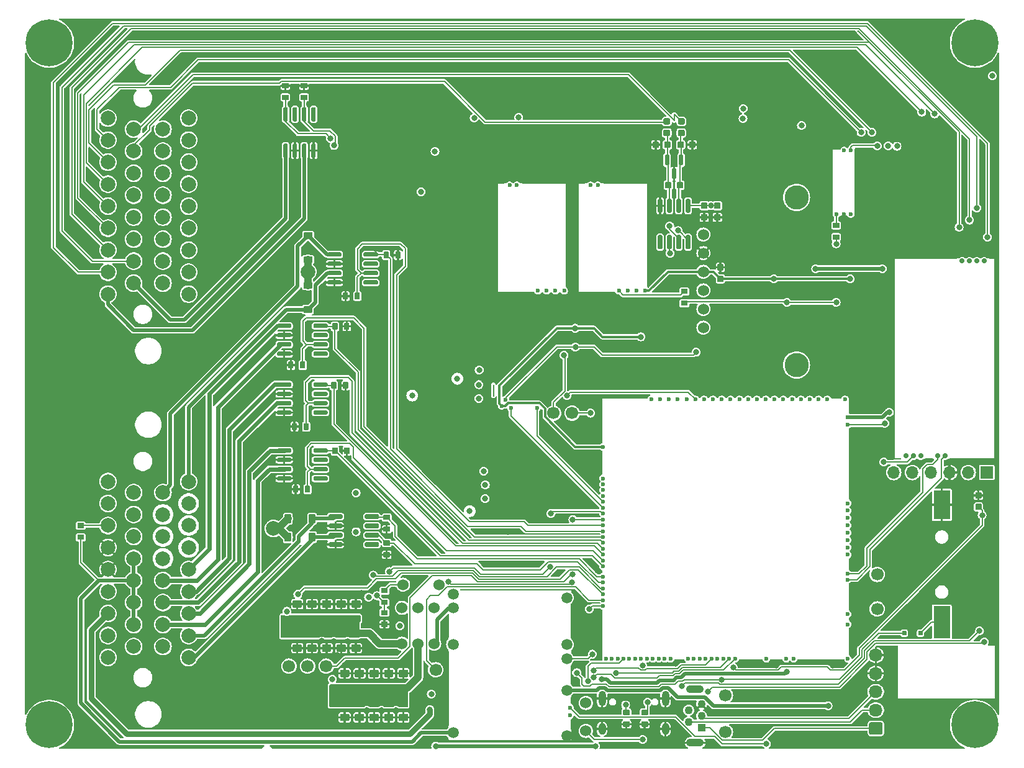
<source format=gbl>
G04 #@! TF.GenerationSoftware,KiCad,Pcbnew,8.0.9-8.0.9-0~ubuntu24.04.1*
G04 #@! TF.CreationDate,2025-10-24T20:42:10+00:00*
G04 #@! TF.ProjectId,uaefi,75616566-692e-46b6-9963-61645f706362,E*
G04 #@! TF.SameCoordinates,Original*
G04 #@! TF.FileFunction,Copper,L4,Bot*
G04 #@! TF.FilePolarity,Positive*
%FSLAX46Y46*%
G04 Gerber Fmt 4.6, Leading zero omitted, Abs format (unit mm)*
G04 Created by KiCad (PCBNEW 8.0.9-8.0.9-0~ubuntu24.04.1) date 2025-10-24 20:42:10*
%MOMM*%
%LPD*%
G01*
G04 APERTURE LIST*
G04 #@! TA.AperFunction,ComponentPad*
%ADD10C,1.700000*%
G04 #@! TD*
G04 #@! TA.AperFunction,ComponentPad*
%ADD11C,0.700000*%
G04 #@! TD*
G04 #@! TA.AperFunction,SMDPad,CuDef*
%ADD12R,1.100000X0.250000*%
G04 #@! TD*
G04 #@! TA.AperFunction,SMDPad,CuDef*
%ADD13R,0.980000X0.250000*%
G04 #@! TD*
G04 #@! TA.AperFunction,SMDPad,CuDef*
%ADD14R,6.300000X0.250000*%
G04 #@! TD*
G04 #@! TA.AperFunction,SMDPad,CuDef*
%ADD15R,0.250000X27.600000*%
G04 #@! TD*
G04 #@! TA.AperFunction,SMDPad,CuDef*
%ADD16R,8.750000X0.250000*%
G04 #@! TD*
G04 #@! TA.AperFunction,SMDPad,CuDef*
%ADD17R,0.950000X0.250000*%
G04 #@! TD*
G04 #@! TA.AperFunction,ComponentPad*
%ADD18C,2.000000*%
G04 #@! TD*
G04 #@! TA.AperFunction,ComponentPad*
%ADD19C,0.800000*%
G04 #@! TD*
G04 #@! TA.AperFunction,ComponentPad*
%ADD20C,6.400000*%
G04 #@! TD*
G04 #@! TA.AperFunction,ComponentPad*
%ADD21C,1.524000*%
G04 #@! TD*
G04 #@! TA.AperFunction,ComponentPad*
%ADD22O,1.850000X1.700000*%
G04 #@! TD*
G04 #@! TA.AperFunction,ComponentPad*
%ADD23C,0.600000*%
G04 #@! TD*
G04 #@! TA.AperFunction,SMDPad,CuDef*
%ADD24R,6.185000X0.250000*%
G04 #@! TD*
G04 #@! TA.AperFunction,SMDPad,CuDef*
%ADD25R,1.115000X0.250000*%
G04 #@! TD*
G04 #@! TA.AperFunction,SMDPad,CuDef*
%ADD26R,0.250000X14.275000*%
G04 #@! TD*
G04 #@! TA.AperFunction,SMDPad,CuDef*
%ADD27R,0.250000X15.100000*%
G04 #@! TD*
G04 #@! TA.AperFunction,SMDPad,CuDef*
%ADD28R,5.175000X0.250000*%
G04 #@! TD*
G04 #@! TA.AperFunction,ComponentPad*
%ADD29R,1.100000X1.100000*%
G04 #@! TD*
G04 #@! TA.AperFunction,ComponentPad*
%ADD30C,1.100000*%
G04 #@! TD*
G04 #@! TA.AperFunction,ComponentPad*
%ADD31O,2.400000X1.100000*%
G04 #@! TD*
G04 #@! TA.AperFunction,SMDPad,CuDef*
%ADD32O,1.225000X0.200000*%
G04 #@! TD*
G04 #@! TA.AperFunction,SMDPad,CuDef*
%ADD33O,0.200000X9.300000*%
G04 #@! TD*
G04 #@! TA.AperFunction,ComponentPad*
%ADD34C,1.500000*%
G04 #@! TD*
G04 #@! TA.AperFunction,SMDPad,CuDef*
%ADD35O,0.200000X3.300000*%
G04 #@! TD*
G04 #@! TA.AperFunction,SMDPad,CuDef*
%ADD36O,0.200000X10.200000*%
G04 #@! TD*
G04 #@! TA.AperFunction,SMDPad,CuDef*
%ADD37O,0.200000X0.300000*%
G04 #@! TD*
G04 #@! TA.AperFunction,SMDPad,CuDef*
%ADD38O,17.000000X0.200000*%
G04 #@! TD*
G04 #@! TA.AperFunction,SMDPad,CuDef*
%ADD39O,15.400000X0.200000*%
G04 #@! TD*
G04 #@! TA.AperFunction,SMDPad,CuDef*
%ADD40O,0.200000X4.800000*%
G04 #@! TD*
G04 #@! TA.AperFunction,SMDPad,CuDef*
%ADD41O,0.200000X2.600000*%
G04 #@! TD*
G04 #@! TA.AperFunction,SMDPad,CuDef*
%ADD42O,0.200000X1.000000*%
G04 #@! TD*
G04 #@! TA.AperFunction,SMDPad,CuDef*
%ADD43O,0.200000X1.500000*%
G04 #@! TD*
G04 #@! TA.AperFunction,ComponentPad*
%ADD44C,0.599999*%
G04 #@! TD*
G04 #@! TA.AperFunction,SMDPad,CuDef*
%ADD45R,0.200000X3.700000*%
G04 #@! TD*
G04 #@! TA.AperFunction,SMDPad,CuDef*
%ADD46R,0.200000X0.400000*%
G04 #@! TD*
G04 #@! TA.AperFunction,SMDPad,CuDef*
%ADD47R,0.200000X1.600000*%
G04 #@! TD*
G04 #@! TA.AperFunction,SMDPad,CuDef*
%ADD48R,0.200000X9.700000*%
G04 #@! TD*
G04 #@! TA.AperFunction,SMDPad,CuDef*
%ADD49R,0.200000X2.300000*%
G04 #@! TD*
G04 #@! TA.AperFunction,SMDPad,CuDef*
%ADD50R,1.400000X0.200000*%
G04 #@! TD*
G04 #@! TA.AperFunction,SMDPad,CuDef*
%ADD51R,6.400000X0.200000*%
G04 #@! TD*
G04 #@! TA.AperFunction,SMDPad,CuDef*
%ADD52R,1.700000X0.200000*%
G04 #@! TD*
G04 #@! TA.AperFunction,SMDPad,CuDef*
%ADD53R,3.300000X0.200000*%
G04 #@! TD*
G04 #@! TA.AperFunction,SMDPad,CuDef*
%ADD54R,0.200000X7.000000*%
G04 #@! TD*
G04 #@! TA.AperFunction,SMDPad,CuDef*
%ADD55R,0.200000X3.300000*%
G04 #@! TD*
G04 #@! TA.AperFunction,SMDPad,CuDef*
%ADD56R,0.200000X6.300000*%
G04 #@! TD*
G04 #@! TA.AperFunction,ComponentPad*
%ADD57O,1.000000X2.100000*%
G04 #@! TD*
G04 #@! TA.AperFunction,ComponentPad*
%ADD58O,1.000000X1.600000*%
G04 #@! TD*
G04 #@! TA.AperFunction,ComponentPad*
%ADD59R,1.700000X1.700000*%
G04 #@! TD*
G04 #@! TA.AperFunction,ComponentPad*
%ADD60O,1.700000X1.700000*%
G04 #@! TD*
G04 #@! TA.AperFunction,ComponentPad*
%ADD61C,3.302000*%
G04 #@! TD*
G04 #@! TA.AperFunction,SMDPad,CuDef*
%ADD62R,2.299995X4.399991*%
G04 #@! TD*
G04 #@! TA.AperFunction,SMDPad,CuDef*
%ADD63R,2.299995X3.999992*%
G04 #@! TD*
G04 #@! TA.AperFunction,ViaPad*
%ADD64C,0.800000*%
G04 #@! TD*
G04 #@! TA.AperFunction,ViaPad*
%ADD65C,3.300000*%
G04 #@! TD*
G04 #@! TA.AperFunction,ViaPad*
%ADD66C,2.000000*%
G04 #@! TD*
G04 #@! TA.AperFunction,Conductor*
%ADD67C,0.200000*%
G04 #@! TD*
G04 #@! TA.AperFunction,Conductor*
%ADD68C,1.000000*%
G04 #@! TD*
G04 #@! TA.AperFunction,Conductor*
%ADD69C,0.800000*%
G04 #@! TD*
G04 #@! TA.AperFunction,Conductor*
%ADD70C,0.300000*%
G04 #@! TD*
G04 #@! TA.AperFunction,Conductor*
%ADD71C,0.500000*%
G04 #@! TD*
G04 #@! TA.AperFunction,Conductor*
%ADD72C,0.150000*%
G04 #@! TD*
G04 #@! TA.AperFunction,Conductor*
%ADD73C,0.600000*%
G04 #@! TD*
G04 APERTURE END LIST*
D10*
G04 #@! TO.P,P8,1,Pin_1*
G04 #@! TO.N,Net-(M6-UART2_TX_(PD5))*
X116382487Y19310000D03*
G04 #@! TD*
D11*
G04 #@! TO.P,M5,E1,LSU_Un*
G04 #@! TO.N,/WBO_Un*
X130957487Y66760000D03*
G04 #@! TO.P,M5,E2,LSU_Vm*
G04 #@! TO.N,/WBO_Vm*
X127957487Y66760000D03*
G04 #@! TO.P,M5,E3,LSU_Ip*
G04 #@! TO.N,/WBO_Ip*
X128957487Y66760000D03*
G04 #@! TO.P,M5,E4,LSU_Rtrim*
G04 #@! TO.N,/WBO_Rtrim*
X129957487Y66760000D03*
D12*
G04 #@! TO.P,M5,G,GND*
G04 #@! TO.N,GND*
X119107487Y39785000D03*
D13*
X123447487Y39785000D03*
D14*
X129407487Y39785000D03*
D15*
X118682487Y53460000D03*
X132432487Y53460000D03*
D16*
X122932487Y67135000D03*
D17*
X132082487Y67135000D03*
D11*
G04 #@! TO.P,M5,W1,V5_IN*
G04 #@! TO.N,+5VA*
X121307487Y40168800D03*
G04 #@! TO.P,M5,W2,CAN_VIO*
G04 #@! TO.N,unconnected-(M5-CAN_VIO-PadW2)*
X122307487Y40168800D03*
G04 #@! TO.P,M5,W3,CANL*
G04 #@! TO.N,/CAN-*
X125603487Y40168800D03*
G04 #@! TO.P,M5,W4,CANH*
G04 #@! TO.N,/CAN+*
X124587487Y40168800D03*
G04 #@! TO.P,M5,W9,VDDA*
G04 #@! TO.N,unconnected-(M5-VDDA-PadW9)*
X120307487Y40168800D03*
G04 #@! TD*
D10*
G04 #@! TO.P,P5,1,Pin_1*
G04 #@! TO.N,/VR_DISCRETE*
X74782487Y46010000D03*
G04 #@! TD*
D18*
G04 #@! TO.P,J25,1,1*
G04 #@! TO.N,/IN_TPS1*
X22500000Y86235000D03*
G04 #@! TO.P,J25,2,2*
G04 #@! TO.N,/IN_BUTTON2*
X22500000Y83235000D03*
G04 #@! TO.P,J25,3,3*
G04 #@! TO.N,GNDA*
X22500000Y80235000D03*
G04 #@! TO.P,J25,4,4*
X22500000Y77235000D03*
G04 #@! TO.P,J25,5,5*
X22500000Y74235000D03*
G04 #@! TO.P,J25,6,6*
X22500000Y71235000D03*
G04 #@! TO.P,J25,7,7*
X22500000Y68235000D03*
G04 #@! TO.P,J25,8,8*
G04 #@! TO.N,/IN_AUX3*
X22500000Y65235000D03*
G04 #@! TO.P,J25,9,9*
G04 #@! TO.N,/IN_HALL2*
X22500000Y62235000D03*
G04 #@! TO.P,J25,10,10*
G04 #@! TO.N,/IN_PPS1*
X19000000Y84735000D03*
G04 #@! TO.P,J25,11,11*
G04 #@! TO.N,/IN_FLEX*
X19000000Y81735000D03*
G04 #@! TO.P,J25,12,12*
G04 #@! TO.N,/IN_BUTTON1*
X19000000Y78735000D03*
G04 #@! TO.P,J25,13,13*
G04 #@! TO.N,/IN_AUX1*
X19000000Y75735000D03*
G04 #@! TO.P,J25,14,14*
G04 #@! TO.N,/IN_TPS2*
X19000000Y72735000D03*
G04 #@! TO.P,J25,15,15*
G04 #@! TO.N,/IN_PPS2*
X19000000Y69735000D03*
G04 #@! TO.P,J25,16,16*
G04 #@! TO.N,/IN_HALL1*
X19000000Y66735000D03*
G04 #@! TO.P,J25,17,17*
G04 #@! TO.N,/IN_HALL3*
X19000000Y63735000D03*
G04 #@! TO.P,J25,18,18*
G04 #@! TO.N,/EGT+*
X15000000Y84735000D03*
G04 #@! TO.P,J25,19,19*
G04 #@! TO.N,/EGT-*
X15000000Y81735000D03*
G04 #@! TO.P,J25,20,20*
G04 #@! TO.N,/IN_KNOCK_RAW*
X15000000Y78735000D03*
G04 #@! TO.P,J25,21,21*
G04 #@! TO.N,IN_MAP*
X15000000Y75735000D03*
G04 #@! TO.P,J25,22,22*
G04 #@! TO.N,/IN_AUX2*
X15000000Y72735000D03*
G04 #@! TO.P,J25,23,23*
G04 #@! TO.N,/IN_BUTTON3*
X15000000Y69735000D03*
G04 #@! TO.P,J25,24,24*
G04 #@! TO.N,/WBO_Rtrim*
X15000000Y66735000D03*
G04 #@! TO.P,J25,25,25*
G04 #@! TO.N,/OUT_LS_HOT2*
X15000000Y63735000D03*
G04 #@! TO.P,J25,26,26*
G04 #@! TO.N,/WBO_Heater*
X11500000Y86235000D03*
G04 #@! TO.P,J25,27,27*
G04 #@! TO.N,/IN_IAT*
X11500000Y83235000D03*
G04 #@! TO.P,J25,28,28*
G04 #@! TO.N,/IN_CLT*
X11500000Y80235000D03*
G04 #@! TO.P,J25,29,29*
G04 #@! TO.N,/CAN+*
X11500000Y77235000D03*
G04 #@! TO.P,J25,30,30*
G04 #@! TO.N,/CAN-*
X11500000Y74235000D03*
G04 #@! TO.P,J25,31,31*
G04 #@! TO.N,/WBO_Vm*
X11500000Y71235000D03*
G04 #@! TO.P,J25,32,32*
G04 #@! TO.N,/WBO_Ip*
X11500000Y68235000D03*
G04 #@! TO.P,J25,33,33*
G04 #@! TO.N,/WBO_Un*
X11500000Y65235000D03*
G04 #@! TO.P,J25,34,34*
G04 #@! TO.N,/OUT_LS_HOT1*
X11500000Y62235000D03*
G04 #@! TD*
D10*
G04 #@! TO.P,P15,1,Pin_1*
G04 #@! TO.N,/DC1_DIR*
X38722487Y11510000D03*
G04 #@! TD*
D19*
G04 #@! TO.P,H1,1*
G04 #@! TO.N,N/C*
X1090000Y96510000D03*
X1792944Y98207056D03*
X1792944Y94812944D03*
X3490000Y98910000D03*
D20*
X3490000Y96510000D03*
D19*
X3490000Y94110000D03*
X5187056Y98207056D03*
X5187056Y94812944D03*
X5890000Y96510000D03*
G04 #@! TD*
G04 #@! TO.P,H4,1*
G04 #@! TO.N,N/C*
X127282487Y96510000D03*
X127985431Y98207056D03*
X127985431Y94812944D03*
X129682487Y98910000D03*
D20*
X129682487Y96510000D03*
D19*
X129682487Y94110000D03*
X131379543Y98207056D03*
X131379543Y94812944D03*
X132082487Y96510000D03*
G04 #@! TD*
D21*
G04 #@! TO.P,F4,1,1*
G04 #@! TO.N,+12V*
X51582487Y19460000D03*
G04 #@! TO.P,F4,2,2*
G04 #@! TO.N,/DC Driver 1/PWR*
X51582487Y14560000D03*
G04 #@! TD*
G04 #@! TO.P,J7,1,Pin_1*
G04 #@! TO.N,/VBUS*
G04 #@! TA.AperFunction,ComponentPad*
G36*
G01*
X116857487Y2160000D02*
X115507487Y2160000D01*
G75*
G02*
X115257487Y2410000I0J250000D01*
G01*
X115257487Y3610000D01*
G75*
G02*
X115507487Y3860000I250000J0D01*
G01*
X116857487Y3860000D01*
G75*
G02*
X117107487Y3610000I0J-250000D01*
G01*
X117107487Y2410000D01*
G75*
G02*
X116857487Y2160000I-250000J0D01*
G01*
G37*
G04 #@! TD.AperFunction*
D22*
G04 #@! TO.P,J7,2,Pin_2*
G04 #@! TO.N,/USB-*
X116182487Y5510000D03*
G04 #@! TO.P,J7,3,Pin_3*
G04 #@! TO.N,/USB+*
X116182487Y8010000D03*
G04 #@! TO.P,J7,4,Pin_4*
G04 #@! TO.N,GND*
X116182487Y10510000D03*
G04 #@! TO.P,J7,5,Pin_5*
X116182487Y13010000D03*
G04 #@! TD*
D10*
G04 #@! TO.P,P4,1,Pin_1*
G04 #@! TO.N,Net-(M6-LED_GREEN)*
X95682487Y7510000D03*
G04 #@! TD*
D19*
G04 #@! TO.P,H2,1*
G04 #@! TO.N,N/C*
X1090000Y3510000D03*
X1792944Y5207056D03*
X1792944Y1812944D03*
X3490000Y5910000D03*
D20*
X3490000Y3510000D03*
D19*
X3490000Y1110000D03*
X5187056Y5207056D03*
X5187056Y1812944D03*
X5890000Y3510000D03*
G04 #@! TD*
D23*
G04 #@! TO.P,M3,E1,Thresh_IN*
G04 #@! TO.N,/VR_DISCRETE_THR*
X82357487Y62685000D03*
G04 #@! TO.P,M3,E2,OUT_A*
G04 #@! TO.N,/VR_DISCRETE_A*
X81157487Y62685000D03*
G04 #@! TO.P,M3,E3,OUT*
G04 #@! TO.N,/VR_DISCRETE*
X83557487Y62685000D03*
G04 #@! TO.P,M3,E4,V5_IN*
G04 #@! TO.N,+5VA*
X84757487Y62685000D03*
D24*
G04 #@! TO.P,M3,G,GND*
G04 #@! TO.N,GND*
X82089987Y77335000D03*
D25*
X76039987Y77335000D03*
D26*
X85057487Y70322500D03*
D27*
X75607487Y69910000D03*
D28*
X78069987Y62485000D03*
D23*
G04 #@! TO.P,M3,W1,VR-*
G04 #@! TO.N,/VR_DISCRETE-*
X78297487Y77110000D03*
G04 #@! TO.P,M3,W2,VR+*
G04 #@! TO.N,/VR_DISCRETE+*
X77297487Y77110000D03*
G04 #@! TD*
D10*
G04 #@! TO.P,P17,1,Pin_1*
G04 #@! TO.N,/DC1_PWM*
X36182487Y11510000D03*
G04 #@! TD*
D29*
G04 #@! TO.P,J8,1,VBUS*
G04 #@! TO.N,/VBUS*
X92432487Y3110000D03*
D30*
G04 #@! TO.P,J8,2,D-*
G04 #@! TO.N,/USB-*
X90682487Y3910000D03*
G04 #@! TO.P,J8,3,D+*
G04 #@! TO.N,/USB+*
X92432487Y4710000D03*
G04 #@! TO.P,J8,4,ID*
G04 #@! TO.N,unconnected-(J8-ID-Pad4)*
X90682487Y5510000D03*
G04 #@! TO.P,J8,5,GND*
G04 #@! TO.N,GND*
X92432487Y6310000D03*
D31*
G04 #@! TO.P,J8,6,Shield*
X91557487Y1060000D03*
X91557487Y8360000D03*
G04 #@! TD*
D21*
G04 #@! TO.P,F3,1,1*
G04 #@! TO.N,+12V*
X53782487Y19460000D03*
G04 #@! TO.P,F3,2,2*
G04 #@! TO.N,/DC Driver 2/PWR*
X53782487Y14560000D03*
G04 #@! TD*
D23*
G04 #@! TO.P,M2,E1,V5A*
G04 #@! TO.N,+5VA*
X112757486Y73135000D03*
D32*
G04 #@! TO.P,M2,E2,GND*
G04 #@! TO.N,GND*
X110782486Y82035000D03*
D33*
X113357486Y77485000D03*
X110257486Y77485000D03*
D23*
X111807486Y73135000D03*
G04 #@! TO.P,M2,E3,OUT_KNOCK*
G04 #@! TO.N,/IN_KNOCK*
X110857488Y73135000D03*
G04 #@! TO.P,M2,W1,IN_KNOCK*
G04 #@! TO.N,/IN_KNOCK_RAW*
X111857486Y81835000D03*
G04 #@! TO.P,M2,W2,VREF*
G04 #@! TO.N,/VREF1*
X112757486Y81835000D03*
G04 #@! TD*
D10*
G04 #@! TO.P,P18,1,Pin_1*
G04 #@! TO.N,/DC2_PWM*
X56182487Y11010000D03*
G04 #@! TD*
D18*
G04 #@! TO.P,J23,1,1*
G04 #@! TO.N,/OUT_LS2*
X22500000Y36685000D03*
G04 #@! TO.P,J23,2,2*
G04 #@! TO.N,/OUT_IGN1*
X22500000Y33685000D03*
G04 #@! TO.P,J23,3,3*
G04 #@! TO.N,/OUT_IGN3*
X22500000Y30685000D03*
G04 #@! TO.P,J23,4,4*
G04 #@! TO.N,/OUT_IGN5*
X22500000Y27685000D03*
G04 #@! TO.P,J23,5,5*
G04 #@! TO.N,/OUT_INJ5*
X22500000Y24685000D03*
G04 #@! TO.P,J23,6,6*
G04 #@! TO.N,/OUT_INJ3*
X22500000Y21685000D03*
G04 #@! TO.P,J23,7,7*
G04 #@! TO.N,/OUT_INJ1*
X22500000Y18685000D03*
G04 #@! TO.P,J23,8,8*
G04 #@! TO.N,/OUT_LS3*
X22500000Y15685000D03*
G04 #@! TO.P,J23,9,9*
G04 #@! TO.N,/OUT_LS4*
X22500000Y12685000D03*
G04 #@! TO.P,J23,10,10*
G04 #@! TO.N,/OUT_LS1*
X19000000Y35185000D03*
G04 #@! TO.P,J23,11,11*
G04 #@! TO.N,/OUT_IGN2*
X19000000Y32185000D03*
G04 #@! TO.P,J23,12,12*
G04 #@! TO.N,/OUT_IGN4*
X19000000Y29185000D03*
G04 #@! TO.P,J23,13,13*
G04 #@! TO.N,/OUT_IGN6*
X19000000Y26185000D03*
G04 #@! TO.P,J23,14,14*
G04 #@! TO.N,/OUT_INJ6*
X19000000Y23185000D03*
G04 #@! TO.P,J23,15,15*
G04 #@! TO.N,/OUT_INJ4*
X19000000Y20185000D03*
G04 #@! TO.P,J23,16,16*
G04 #@! TO.N,/OUT_INJ2*
X19000000Y17185000D03*
G04 #@! TO.P,J23,17,17*
G04 #@! TO.N,12V_KEY*
X19000000Y14185000D03*
G04 #@! TO.P,J23,18,18*
G04 #@! TO.N,/VR_MAX9924+*
X15000000Y35185000D03*
G04 #@! TO.P,J23,19,19*
G04 #@! TO.N,CAN2L*
X15000000Y32185000D03*
G04 #@! TO.P,J23,20,20*
G04 #@! TO.N,CAN2H*
X15000000Y29185000D03*
G04 #@! TO.P,J23,21,21*
G04 #@! TO.N,+5VP*
X15000000Y26185000D03*
G04 #@! TO.P,J23,22,22*
X15000000Y23185000D03*
G04 #@! TO.P,J23,23,23*
X15000000Y20185000D03*
G04 #@! TO.P,J23,24,24*
X15000000Y17185000D03*
G04 #@! TO.P,J23,25,25*
G04 #@! TO.N,+12V*
X15000000Y14185000D03*
G04 #@! TO.P,J23,26,26*
G04 #@! TO.N,/VR_DISCRETE+*
X11500000Y36685000D03*
G04 #@! TO.P,J23,27,27*
G04 #@! TO.N,/VR_DISCRETE-*
X11500000Y33685000D03*
G04 #@! TO.P,J23,28,28*
G04 #@! TO.N,/VR_MAX9924-*
X11500000Y30685000D03*
G04 #@! TO.P,J23,29,29*
G04 #@! TO.N,GND*
X11500000Y27685000D03*
G04 #@! TO.P,J23,30,30*
X11500000Y24685000D03*
G04 #@! TO.P,J23,31,31*
G04 #@! TO.N,/OUT_DC2-*
X11500000Y21685000D03*
G04 #@! TO.P,J23,32,32*
G04 #@! TO.N,/OUT_DC2+*
X11500000Y18685000D03*
G04 #@! TO.P,J23,33,33*
G04 #@! TO.N,/OUT_DC1-*
X11500000Y15685000D03*
G04 #@! TO.P,J23,34,34*
G04 #@! TO.N,/OUT_DC1+*
X11500000Y12685000D03*
G04 #@! TD*
D34*
G04 #@! TO.P,M1,E1,VBAT*
G04 #@! TO.N,/VBAT*
X74057482Y20834999D03*
G04 #@! TO.P,M1,E2,V12*
G04 #@! TO.N,unconnected-(M1-V12-PadE2)*
X74057482Y14435002D03*
G04 #@! TO.P,M1,E3,VIGN*
G04 #@! TO.N,/VIGN*
X74057482Y12534999D03*
G04 #@! TO.P,M1,E4,V5*
G04 #@! TO.N,+5V*
X74057482Y8234999D03*
D23*
G04 #@! TO.P,M1,E5,EN_5VP*
G04 #@! TO.N,/PWR_EN*
X74507481Y5835002D03*
G04 #@! TO.P,M1,E6,PG_5VP*
G04 #@! TO.N,Net-(M1-PG_5VP)*
X74507481Y4835001D03*
D35*
G04 #@! TO.P,M1,S1,GND*
G04 #@! TO.N,GND*
X57907486Y16984999D03*
D36*
X57907486Y8485001D03*
D37*
X57907486Y1384999D03*
D38*
X66307484Y1334999D03*
D39*
X67107485Y21934999D03*
D34*
X74057482Y1984999D03*
D37*
X74707483Y21884999D03*
D40*
X74707483Y17685001D03*
D41*
X74707483Y10334999D03*
D42*
X74707483Y6835002D03*
D43*
X74707483Y3535001D03*
D34*
G04 #@! TO.P,M1,V1,V12_PERM*
G04 #@! TO.N,+12V_RAW*
X58557485Y21285001D03*
G04 #@! TO.P,M1,V2,IN_VIGN*
G04 #@! TO.N,/IN_VIGN*
X58557485Y19435002D03*
G04 #@! TO.P,M1,V3,V12_RAW*
G04 #@! TO.N,+12V_RAW*
X58557485Y14484999D03*
G04 #@! TO.P,M1,V4,5VP*
G04 #@! TO.N,+5VP*
X58557485Y2435001D03*
G04 #@! TD*
D10*
G04 #@! TO.P,P6,1,Pin_1*
G04 #@! TO.N,/VR_MAX9924*
X72242487Y46010000D03*
G04 #@! TD*
D44*
G04 #@! TO.P,M7,V1,V5*
G04 #@! TO.N,+5VA*
X65182486Y46985001D03*
G04 #@! TO.P,M7,V2,CAN_VIO*
G04 #@! TO.N,+3.3VA*
X65707486Y47860003D03*
G04 #@! TO.P,M7,V5,CAN_TX*
G04 #@! TO.N,Net-(M6-SPI2_SCK_{slash}_CAN2_TX_(PB13))*
X66457484Y46684999D03*
G04 #@! TO.P,M7,V6,CAN_RX*
G04 #@! TO.N,Net-(M6-SPI2_CS_{slash}_CAN2_RX_(PB12))*
X70007485Y46760002D03*
G04 #@! TD*
D21*
G04 #@! TO.P,F1,1,1*
G04 #@! TO.N,12V_KEY*
X55982487Y19460000D03*
G04 #@! TO.P,F1,2,2*
G04 #@! TO.N,/IN_VIGN*
X55982487Y14560000D03*
G04 #@! TD*
D10*
G04 #@! TO.P,P3,1,Pin_1*
G04 #@! TO.N,Net-(M6-LED_YELLOW)*
X95682487Y2510000D03*
G04 #@! TD*
D21*
G04 #@! TO.P,R4,1,1*
G04 #@! TO.N,Net-(M1-PG_5VP)*
X76657096Y6484609D03*
G04 #@! TO.P,R4,2,2*
G04 #@! TO.N,/PG_5VP*
X76657096Y2674609D03*
G04 #@! TD*
D10*
G04 #@! TO.P,P7,1,Pin_1*
G04 #@! TO.N,Net-(M6-UART2_RX_(PD6))*
X116382487Y24010000D03*
G04 #@! TD*
D23*
G04 #@! TO.P,M6,E1,V5A_SWITCHABLE*
G04 #@! TO.N,+5VA*
X78982497Y41410000D03*
G04 #@! TO.P,M6,E2,GNDA*
G04 #@! TO.N,unconnected-(M6-GNDA-PadE2)*
X78982487Y37110000D03*
G04 #@! TO.P,M6,E3,I2C_SCL_(PB10)*
G04 #@! TO.N,unconnected-(M6-I2C_SCL_(PB10)-PadE3)*
X78982487Y36310010D03*
G04 #@! TO.P,M6,E4,I2C_SDA_(PB11)*
G04 #@! TO.N,unconnected-(M6-I2C_SDA_(PB11)-PadE4)*
X78982487Y35510000D03*
G04 #@! TO.P,M6,E5,IN_VIGN_(PA5)*
G04 #@! TO.N,/VIGN*
X78982487Y34710000D03*
G04 #@! TO.P,M6,E6,SPI2_CS_/_CAN2_RX_(PB12)*
G04 #@! TO.N,Net-(M6-SPI2_CS_{slash}_CAN2_RX_(PB12))*
X78982487Y33910000D03*
G04 #@! TO.P,M6,E7,SPI2_SCK_/_CAN2_TX_(PB13)*
G04 #@! TO.N,Net-(M6-SPI2_SCK_{slash}_CAN2_TX_(PB13))*
X78982487Y33110000D03*
G04 #@! TO.P,M6,E8,SPI2_MISO_(PB14)*
G04 #@! TO.N,/DC1_DIS*
X78982487Y32310000D03*
G04 #@! TO.P,M6,E9,SPI2_MOSI_(PB15)*
G04 #@! TO.N,/DC2_DIR*
X78982487Y31510000D03*
G04 #@! TO.P,M6,E10,OUT_INJ8_(PD12)*
G04 #@! TO.N,/LS2*
X78982487Y30710000D03*
G04 #@! TO.P,M6,E11,OUT_INJ7_(PD15)*
G04 #@! TO.N,/LS1*
X78982487Y29910000D03*
G04 #@! TO.P,M6,E12,OUT_INJ6_(PA8)*
G04 #@! TO.N,/INJ6*
X78982487Y29110000D03*
G04 #@! TO.P,M6,E13,OUT_INJ5_(PD2)*
G04 #@! TO.N,/INJ5*
X78982487Y28310000D03*
G04 #@! TO.P,M6,E14,OUT_INJ4_(PD10)*
G04 #@! TO.N,/INJ4*
X78982487Y27510000D03*
G04 #@! TO.P,M6,E15,OUT_INJ3_(PD11)*
G04 #@! TO.N,/INJ3*
X78982487Y26710000D03*
G04 #@! TO.P,M6,E16,OUT_INJ2_(PA9)*
G04 #@! TO.N,/INJ2*
X78982497Y25910010D03*
G04 #@! TO.P,M6,E17,OUT_INJ1_(PD3)*
G04 #@! TO.N,/INJ1*
X78982487Y25110000D03*
G04 #@! TO.P,M6,E18,OUT_PWM1_(PD13)*
G04 #@! TO.N,/LS3*
X78982487Y23710000D03*
G04 #@! TO.P,M6,E19,OUT_PWM2_(PC6)*
G04 #@! TO.N,/LS4*
X78982487Y22910010D03*
G04 #@! TO.P,M6,E20,OUT_PWM3_(PC7)*
G04 #@! TO.N,/DC1_PWM*
X78982487Y22110010D03*
G04 #@! TO.P,M6,E21,OUT_PWM4_(PC8)*
G04 #@! TO.N,/DC1_DIR*
X78982487Y21310010D03*
G04 #@! TO.P,M6,E22,OUT_PWM5_(PC9)*
G04 #@! TO.N,/DC2_PWM*
X78982487Y20510010D03*
G04 #@! TO.P,M6,E23,OUT_PWM6_(PD14)*
G04 #@! TO.N,/VR_DISCRETE_THR*
X78982487Y19710000D03*
D45*
G04 #@! TO.P,M6,G,GND*
G04 #@! TO.N,GND*
X112582497Y14860010D03*
D46*
X112582497Y17910000D03*
D45*
X112582497Y20960010D03*
D47*
X112582497Y25410000D03*
D48*
X112582497Y39060000D03*
D49*
X112582497Y47060000D03*
D50*
X110782487Y48110010D03*
D51*
X108682497Y12310010D03*
D52*
X102632497Y12310010D03*
D53*
X99132497Y12310010D03*
D50*
X89382497Y12310010D03*
D51*
X81882497Y48110010D03*
D54*
X78782487Y15709990D03*
D46*
X78782487Y24410010D03*
D55*
X78782487Y39260010D03*
D56*
X78782487Y45060010D03*
D23*
G04 #@! TO.P,M6,N1,VBUS*
G04 #@! TO.N,/VBUS*
X79382487Y12510000D03*
G04 #@! TO.P,M6,N2,USBM_(PA11)*
G04 #@! TO.N,/USB-*
X80182487Y12510000D03*
G04 #@! TO.P,M6,N3,USBP_(PA12)*
G04 #@! TO.N,/USB+*
X80982487Y12510000D03*
G04 #@! TO.P,M6,N4,USBID_(PA10)*
G04 #@! TO.N,/DC2_DIS*
X81782497Y12510000D03*
G04 #@! TO.P,M6,N5,SWDIO_(PA13)*
G04 #@! TO.N,unconnected-(M6-SWDIO_(PA13)-PadN5)*
X82582487Y12510000D03*
G04 #@! TO.P,M6,N6,SWCLK_(PA14)*
G04 #@! TO.N,unconnected-(M6-SWCLK_(PA14)-PadN6)*
X83382487Y12510000D03*
G04 #@! TO.P,M6,N7,nReset*
G04 #@! TO.N,unconnected-(M6-nReset-PadN7)*
X84182487Y12510000D03*
G04 #@! TO.P,M6,N8,SWO_(PB3)*
G04 #@! TO.N,unconnected-(M6-SWO_(PB3)-PadN8)*
X84982497Y12510000D03*
G04 #@! TO.P,M6,N9,SPI3_CS_(PA15)*
G04 #@! TO.N,/EGT/SPI_CS*
X85782487Y12510010D03*
G04 #@! TO.P,M6,N10,SPI3_SCK_(PC10)*
G04 #@! TO.N,/SCK3*
X86582487Y12510010D03*
G04 #@! TO.P,M6,N11,SPI3_MISO_(PC11)*
G04 #@! TO.N,/MISO3*
X87382487Y12510010D03*
G04 #@! TO.P,M6,N12,SPI3_MOSI_(PC12)*
G04 #@! TO.N,/PG_5VP*
X88182487Y12510010D03*
G04 #@! TO.P,M6,N13,UART2_TX_(PD5)*
G04 #@! TO.N,Net-(M6-UART2_TX_(PD5))*
X90582497Y12510010D03*
G04 #@! TO.P,M6,N14,UART2_RX_(PD6)*
G04 #@! TO.N,Net-(M6-UART2_RX_(PD6))*
X91382497Y12510010D03*
G04 #@! TO.P,M6,N14a,LED_GREEN*
G04 #@! TO.N,Net-(M6-LED_GREEN)*
X92182487Y12510000D03*
G04 #@! TO.P,M6,N14b,LED_YELLOW*
G04 #@! TO.N,Net-(M6-LED_YELLOW)*
X92982497Y12510000D03*
G04 #@! TO.P,M6,N15,V33_SWITCHABLE*
G04 #@! TO.N,+3.3VA*
X93782497Y12510000D03*
G04 #@! TO.P,M6,N16,BOOT0*
G04 #@! TO.N,unconnected-(M6-BOOT0-PadN16)*
X94582497Y12510000D03*
G04 #@! TO.P,M6,N17,VBAT*
G04 #@! TO.N,/VBAT*
X95382497Y12510000D03*
G04 #@! TO.P,M6,N18,UART8_RX_(PE0)*
G04 #@! TO.N,/VR_DISCRETE*
X96182497Y12510010D03*
G04 #@! TO.P,M6,N19,UART8_TX_(PE1)*
G04 #@! TO.N,/VR_MAX9924*
X96982497Y12510010D03*
G04 #@! TO.P,M6,N20,OUT_PWR_EN_(PE10)*
G04 #@! TO.N,/PWR_EN*
X101282497Y12510010D03*
G04 #@! TO.P,M6,N21,V33*
G04 #@! TO.N,+3.3V*
X103982497Y12510010D03*
G04 #@! TO.P,M6,N22,VCC*
G04 #@! TO.N,+5V*
X104982487Y12510010D03*
G04 #@! TO.P,M6,N23,V33*
G04 #@! TO.N,unconnected-(M6-V33-PadN23)*
X112382497Y12510010D03*
G04 #@! TO.P,M6,S1,IN_D4_(PE15)*
G04 #@! TO.N,/IN_BUTTON3*
X85582477Y47910010D03*
G04 #@! TO.P,M6,S2,IN_D3_(PE14)*
G04 #@! TO.N,/IN_HALL3*
X86782487Y47910010D03*
G04 #@! TO.P,M6,S3,IN_D2_(PE13)*
G04 #@! TO.N,/IN_HALL2*
X87982487Y47910010D03*
G04 #@! TO.P,M6,S4,IN_D1_(PE12)*
G04 #@! TO.N,/IN_HALL1*
X89182487Y47910010D03*
G04 #@! TO.P,M6,S5,VREF2*
G04 #@! TO.N,unconnected-(M6-VREF2-PadS5)*
X90382487Y47910010D03*
G04 #@! TO.P,M6,S6,IN_AUX4_(PC5)*
G04 #@! TO.N,/IN_VMAIN*
X91582487Y47910010D03*
G04 #@! TO.P,M6,S7,IN_AUX3_(PA7)*
G04 #@! TO.N,/IN_AUX3*
X92782487Y47910010D03*
G04 #@! TO.P,M6,S8,IN_AUX2_(PC4/PE9)*
G04 #@! TO.N,/IN_PPS2*
X93982487Y47910010D03*
G04 #@! TO.P,M6,S9,IN_AUX1_(PB0)*
G04 #@! TO.N,/IN_TPS2*
X95182487Y47910010D03*
G04 #@! TO.P,M6,S10,IN_O2S2_(PA1)*
G04 #@! TO.N,/IN_AUX2*
X96382487Y47910010D03*
G04 #@! TO.P,M6,S11,IN_O2S_/_CAN_WAKEUP_(PA0)*
G04 #@! TO.N,/IN_AUX1*
X97582487Y47910010D03*
G04 #@! TO.P,M6,S12,IN_MAP2_(PC1)*
G04 #@! TO.N,/INTERNAL_MAP*
X98782487Y47910010D03*
G04 #@! TO.P,M6,S13,IN_MAP1_(PC0)*
G04 #@! TO.N,IN_MAP*
X99982487Y47910010D03*
G04 #@! TO.P,M6,S14,IN_CRANK_(PB1)*
G04 #@! TO.N,/IN_BUTTON1*
X101182487Y47910010D03*
G04 #@! TO.P,M6,S15,IN_KNOCK_(PA2)*
G04 #@! TO.N,/ADC3*
X102382487Y47910010D03*
G04 #@! TO.P,M6,S16,IN_CAM_(PA6)*
G04 #@! TO.N,/IN_BUTTON2*
X103582487Y47910010D03*
G04 #@! TO.P,M6,S17,IN_VSS_(PE11)*
G04 #@! TO.N,/IN_FLEX*
X104782487Y47910010D03*
G04 #@! TO.P,M6,S18,IN_TPS_(PA4)*
G04 #@! TO.N,/IN_TPS1*
X105982497Y47910010D03*
G04 #@! TO.P,M6,S19,IN_PPS_(PA3)*
G04 #@! TO.N,/IN_PPS1*
X107182497Y47910010D03*
G04 #@! TO.P,M6,S20,IN_IAT_(PC3)*
G04 #@! TO.N,/IN_IAT*
X108382497Y47910010D03*
G04 #@! TO.P,M6,S21,IN_CLT_(PC2)*
G04 #@! TO.N,/IN_CLT*
X109582497Y47910010D03*
G04 #@! TO.P,M6,S22,VREF1*
G04 #@! TO.N,/VREF1*
X111982497Y47910010D03*
G04 #@! TO.P,M6,W1,GNDA*
G04 #@! TO.N,GNDA*
X112382497Y45410000D03*
G04 #@! TO.P,M6,W2,V5A_SWITCHABLE*
G04 #@! TO.N,+5VA*
X112382497Y44410000D03*
G04 #@! TO.P,M6,W3,IGN8_(PE6)*
G04 #@! TO.N,/LS_HOT2*
X112382497Y33710010D03*
G04 #@! TO.P,M6,W4,IGN7_(PB9)*
G04 #@! TO.N,/LS_HOT1*
X112382497Y32710000D03*
G04 #@! TO.P,M6,W5,IGN6_(PB8)*
G04 #@! TO.N,/IGN6*
X112382497Y31710010D03*
G04 #@! TO.P,M6,W6,IGN5_(PE2)*
G04 #@! TO.N,/IGN5*
X112382497Y30710010D03*
G04 #@! TO.P,M6,W7,IGN4_(PE3)*
G04 #@! TO.N,/IGN4*
X112382497Y29710010D03*
G04 #@! TO.P,M6,W8,IGN3_(PE4)*
G04 #@! TO.N,/IGN3*
X112382497Y28710010D03*
G04 #@! TO.P,M6,W9,IGN2_(PE5)*
G04 #@! TO.N,/IGN2*
X112382497Y27710010D03*
G04 #@! TO.P,M6,W10,IGN1_(PC13)*
G04 #@! TO.N,/IGN1*
X112382497Y26710010D03*
G04 #@! TO.P,M6,W11,CANH*
G04 #@! TO.N,/CAN+*
X112382497Y24110010D03*
G04 #@! TO.P,M6,W12,CANL*
G04 #@! TO.N,/CAN-*
X112382497Y23310010D03*
G04 #@! TO.P,M6,W13,V33_REF*
G04 #@! TO.N,unconnected-(M6-V33_REF-PadW13)*
X112382497Y18610000D03*
G04 #@! TO.P,M6,W14,V5A_SWITCHABLE*
G04 #@! TO.N,unconnected-(M6-V5A_SWITCHABLE-PadW14)*
X112382497Y17210010D03*
G04 #@! TD*
D57*
G04 #@! TO.P,J9,S1,SHIELD*
G04 #@! TO.N,GND*
X78862487Y7115000D03*
D58*
X78862487Y2935000D03*
D57*
X87502487Y7115000D03*
D58*
X87502487Y2935000D03*
G04 #@! TD*
D19*
G04 #@! TO.P,H3,1*
G04 #@! TO.N,N/C*
X127282487Y3510000D03*
X127985431Y5207056D03*
X127985431Y1812944D03*
X129682487Y5910000D03*
D20*
X129682487Y3510000D03*
D19*
X129682487Y1110000D03*
X131379543Y5207056D03*
X131379543Y1812944D03*
X132082487Y3510000D03*
G04 #@! TD*
D23*
G04 #@! TO.P,M4,E1,NC*
G04 #@! TO.N,unconnected-(M4-NC-PadE1)*
X71307487Y62685000D03*
G04 #@! TO.P,M4,E2,NC*
G04 #@! TO.N,unconnected-(M4-NC-PadE2)*
X70107487Y62685000D03*
G04 #@! TO.P,M4,E3,OUT*
G04 #@! TO.N,/VR_MAX9924*
X72507487Y62685000D03*
G04 #@! TO.P,M4,E4,V5_IN*
G04 #@! TO.N,+5VA*
X73707487Y62685000D03*
D24*
G04 #@! TO.P,M4,G,GND*
G04 #@! TO.N,GND*
X71039987Y77335000D03*
D25*
X64989987Y77335000D03*
D26*
X74007487Y70322500D03*
D27*
X64557487Y69910000D03*
D28*
X67019987Y62485000D03*
D23*
G04 #@! TO.P,M4,W1,VR-*
G04 #@! TO.N,/VR_MAX9924-*
X67247487Y77110000D03*
G04 #@! TO.P,M4,W2,VR+*
G04 #@! TO.N,/VR_MAX9924+*
X66247487Y77110000D03*
G04 #@! TD*
D21*
G04 #@! TO.P,F2,1,1*
G04 #@! TO.N,+12V*
X51732487Y22610000D03*
G04 #@! TO.P,F2,2,2*
G04 #@! TO.N,+12V_RAW*
X56632487Y22610000D03*
G04 #@! TD*
D59*
G04 #@! TO.P,J6,1,Pin_1*
G04 #@! TO.N,Net-(J6-Pin_1)*
X131332487Y37910000D03*
D60*
G04 #@! TO.P,J6,2,Pin_2*
G04 #@! TO.N,Net-(J6-Pin_2)*
X128792487Y37910000D03*
G04 #@! TO.P,J6,3,Pin_3*
G04 #@! TO.N,GND*
X126252487Y37910000D03*
G04 #@! TO.P,J6,4,Pin_4*
G04 #@! TO.N,Net-(J6-Pin_4)*
X123712487Y37910000D03*
G04 #@! TO.P,J6,5,Pin_5*
G04 #@! TO.N,Net-(J6-Pin_5)*
X121172487Y37910000D03*
G04 #@! TO.P,J6,6,Pin_6*
G04 #@! TO.N,unconnected-(J6-Pin_6-Pad6)*
X118632487Y37910000D03*
G04 #@! TD*
D61*
G04 #@! TO.P,U3,*
G04 #@! TO.N,*
X105385737Y75440000D03*
X105385737Y52580000D03*
D21*
G04 #@! TO.P,U3,1,VOUT*
G04 #@! TO.N,/INTERNAL_MAP*
X92685737Y70360000D03*
G04 #@! TO.P,U3,2,GND*
G04 #@! TO.N,GND*
X92685737Y67820000D03*
G04 #@! TO.P,U3,3,VCC*
G04 #@! TO.N,+5VA*
X92685737Y65280000D03*
G04 #@! TO.P,U3,4,V1*
G04 #@! TO.N,unconnected-(U3-V1-Pad4)*
X92685737Y62740000D03*
G04 #@! TO.P,U3,5,V2*
G04 #@! TO.N,unconnected-(U3-V2-Pad5)*
X92685737Y60200000D03*
G04 #@! TO.P,U3,6,V_EX*
G04 #@! TO.N,unconnected-(U3-V_EX-Pad6)*
X92685737Y57660000D03*
G04 #@! TD*
D10*
G04 #@! TO.P,P16,1,Pin_1*
G04 #@! TO.N,/DC2_DIR*
X41262487Y11510000D03*
G04 #@! TD*
G04 #@! TO.P,D8,1,K*
G04 #@! TO.N,Net-(U4-T-)*
G04 #@! TA.AperFunction,SMDPad,CuDef*
G36*
G01*
X87582487Y81267023D02*
X87882487Y81267023D01*
G75*
G02*
X88032487Y81117023I0J-150000D01*
G01*
X88032487Y79942023D01*
G75*
G02*
X87882487Y79792023I-150000J0D01*
G01*
X87582487Y79792023D01*
G75*
G02*
X87432487Y79942023I0J150000D01*
G01*
X87432487Y81117023D01*
G75*
G02*
X87582487Y81267023I150000J0D01*
G01*
G37*
G04 #@! TD.AperFunction*
G04 #@! TO.P,D8,2,K*
G04 #@! TO.N,Net-(U4-T+)*
G04 #@! TA.AperFunction,SMDPad,CuDef*
G36*
G01*
X89482487Y81267023D02*
X89782487Y81267023D01*
G75*
G02*
X89932487Y81117023I0J-150000D01*
G01*
X89932487Y79942023D01*
G75*
G02*
X89782487Y79792023I-150000J0D01*
G01*
X89482487Y79792023D01*
G75*
G02*
X89332487Y79942023I0J150000D01*
G01*
X89332487Y81117023D01*
G75*
G02*
X89482487Y81267023I150000J0D01*
G01*
G37*
G04 #@! TD.AperFunction*
G04 #@! TO.P,D8,3,A*
G04 #@! TO.N,GND*
G04 #@! TA.AperFunction,SMDPad,CuDef*
G36*
G01*
X88532487Y79392023D02*
X88832487Y79392023D01*
G75*
G02*
X88982487Y79242023I0J-150000D01*
G01*
X88982487Y78067023D01*
G75*
G02*
X88832487Y77917023I-150000J0D01*
G01*
X88532487Y77917023D01*
G75*
G02*
X88382487Y78067023I0J150000D01*
G01*
X88382487Y79242023D01*
G75*
G02*
X88532487Y79392023I150000J0D01*
G01*
G37*
G04 #@! TD.AperFunction*
G04 #@! TD*
G04 #@! TO.P,U7,1,IN1*
G04 #@! TO.N,/LS1*
G04 #@! TA.AperFunction,SMDPad,CuDef*
G36*
G01*
X48300000Y67795000D02*
X48300000Y67495000D01*
G75*
G02*
X48150000Y67345000I-150000J0D01*
G01*
X46500000Y67345000D01*
G75*
G02*
X46350000Y67495000I0J150000D01*
G01*
X46350000Y67795000D01*
G75*
G02*
X46500000Y67945000I150000J0D01*
G01*
X48150000Y67945000D01*
G75*
G02*
X48300000Y67795000I0J-150000D01*
G01*
G37*
G04 #@! TD.AperFunction*
G04 #@! TO.P,U7,2,STATUS1*
G04 #@! TO.N,unconnected-(U7-STATUS1-Pad2)*
G04 #@! TA.AperFunction,SMDPad,CuDef*
G36*
G01*
X48300000Y66525000D02*
X48300000Y66225000D01*
G75*
G02*
X48150000Y66075000I-150000J0D01*
G01*
X46500000Y66075000D01*
G75*
G02*
X46350000Y66225000I0J150000D01*
G01*
X46350000Y66525000D01*
G75*
G02*
X46500000Y66675000I150000J0D01*
G01*
X48150000Y66675000D01*
G75*
G02*
X48300000Y66525000I0J-150000D01*
G01*
G37*
G04 #@! TD.AperFunction*
G04 #@! TO.P,U7,3,IN2*
G04 #@! TO.N,/LS2*
G04 #@! TA.AperFunction,SMDPad,CuDef*
G36*
G01*
X48300000Y65255000D02*
X48300000Y64955000D01*
G75*
G02*
X48150000Y64805000I-150000J0D01*
G01*
X46500000Y64805000D01*
G75*
G02*
X46350000Y64955000I0J150000D01*
G01*
X46350000Y65255000D01*
G75*
G02*
X46500000Y65405000I150000J0D01*
G01*
X48150000Y65405000D01*
G75*
G02*
X48300000Y65255000I0J-150000D01*
G01*
G37*
G04 #@! TD.AperFunction*
G04 #@! TO.P,U7,4,STATUS2*
G04 #@! TO.N,unconnected-(U7-STATUS2-Pad4)*
G04 #@! TA.AperFunction,SMDPad,CuDef*
G36*
G01*
X48300000Y63985000D02*
X48300000Y63685000D01*
G75*
G02*
X48150000Y63535000I-150000J0D01*
G01*
X46500000Y63535000D01*
G75*
G02*
X46350000Y63685000I0J150000D01*
G01*
X46350000Y63985000D01*
G75*
G02*
X46500000Y64135000I150000J0D01*
G01*
X48150000Y64135000D01*
G75*
G02*
X48300000Y63985000I0J-150000D01*
G01*
G37*
G04 #@! TD.AperFunction*
G04 #@! TO.P,U7,5,S2*
G04 #@! TO.N,GND*
G04 #@! TA.AperFunction,SMDPad,CuDef*
G36*
G01*
X43350000Y63985000D02*
X43350000Y63685000D01*
G75*
G02*
X43200000Y63535000I-150000J0D01*
G01*
X41550000Y63535000D01*
G75*
G02*
X41400000Y63685000I0J150000D01*
G01*
X41400000Y63985000D01*
G75*
G02*
X41550000Y64135000I150000J0D01*
G01*
X43200000Y64135000D01*
G75*
G02*
X43350000Y63985000I0J-150000D01*
G01*
G37*
G04 #@! TD.AperFunction*
G04 #@! TO.P,U7,6,D2*
G04 #@! TO.N,/OUT_LS2*
G04 #@! TA.AperFunction,SMDPad,CuDef*
G36*
G01*
X43350000Y65255000D02*
X43350000Y64955000D01*
G75*
G02*
X43200000Y64805000I-150000J0D01*
G01*
X41550000Y64805000D01*
G75*
G02*
X41400000Y64955000I0J150000D01*
G01*
X41400000Y65255000D01*
G75*
G02*
X41550000Y65405000I150000J0D01*
G01*
X43200000Y65405000D01*
G75*
G02*
X43350000Y65255000I0J-150000D01*
G01*
G37*
G04 #@! TD.AperFunction*
G04 #@! TO.P,U7,7,S1*
G04 #@! TO.N,GND*
G04 #@! TA.AperFunction,SMDPad,CuDef*
G36*
G01*
X43350000Y66525000D02*
X43350000Y66225000D01*
G75*
G02*
X43200000Y66075000I-150000J0D01*
G01*
X41550000Y66075000D01*
G75*
G02*
X41400000Y66225000I0J150000D01*
G01*
X41400000Y66525000D01*
G75*
G02*
X41550000Y66675000I150000J0D01*
G01*
X43200000Y66675000D01*
G75*
G02*
X43350000Y66525000I0J-150000D01*
G01*
G37*
G04 #@! TD.AperFunction*
G04 #@! TO.P,U7,8,D1*
G04 #@! TO.N,/OUT_LS1*
G04 #@! TA.AperFunction,SMDPad,CuDef*
G36*
G01*
X43350000Y67795000D02*
X43350000Y67495000D01*
G75*
G02*
X43200000Y67345000I-150000J0D01*
G01*
X41550000Y67345000D01*
G75*
G02*
X41400000Y67495000I0J150000D01*
G01*
X41400000Y67795000D01*
G75*
G02*
X41550000Y67945000I150000J0D01*
G01*
X43200000Y67945000D01*
G75*
G02*
X43350000Y67795000I0J-150000D01*
G01*
G37*
G04 #@! TD.AperFunction*
G04 #@! TD*
G04 #@! TO.P,C10,1*
G04 #@! TO.N,GND*
G04 #@! TA.AperFunction,SMDPad,CuDef*
G36*
G01*
X45832487Y13470000D02*
X44782487Y13470000D01*
G75*
G02*
X44682487Y13570000I0J100000D01*
G01*
X44682487Y14370000D01*
G75*
G02*
X44782487Y14470000I100000J0D01*
G01*
X45832487Y14470000D01*
G75*
G02*
X45932487Y14370000I0J-100000D01*
G01*
X45932487Y13570000D01*
G75*
G02*
X45832487Y13470000I-100000J0D01*
G01*
G37*
G04 #@! TD.AperFunction*
G04 #@! TO.P,C10,2*
G04 #@! TO.N,/DC Driver 1/PWR*
G04 #@! TA.AperFunction,SMDPad,CuDef*
G36*
G01*
X45832487Y15470000D02*
X44782487Y15470000D01*
G75*
G02*
X44682487Y15570000I0J100000D01*
G01*
X44682487Y16370000D01*
G75*
G02*
X44782487Y16470000I100000J0D01*
G01*
X45832487Y16470000D01*
G75*
G02*
X45932487Y16370000I0J-100000D01*
G01*
X45932487Y15570000D01*
G75*
G02*
X45832487Y15470000I-100000J0D01*
G01*
G37*
G04 #@! TD.AperFunction*
G04 #@! TD*
G04 #@! TO.P,C27,1*
G04 #@! TO.N,GND*
G04 #@! TA.AperFunction,SMDPad,CuDef*
G36*
G01*
X94642487Y66325001D02*
X95322487Y66325001D01*
G75*
G02*
X95407487Y66240001I0J-85000D01*
G01*
X95407487Y65560001D01*
G75*
G02*
X95322487Y65475001I-85000J0D01*
G01*
X94642487Y65475001D01*
G75*
G02*
X94557487Y65560001I0J85000D01*
G01*
X94557487Y66240001D01*
G75*
G02*
X94642487Y66325001I85000J0D01*
G01*
G37*
G04 #@! TD.AperFunction*
G04 #@! TO.P,C27,2*
G04 #@! TO.N,+5VA*
G04 #@! TA.AperFunction,SMDPad,CuDef*
G36*
G01*
X94642487Y64744999D02*
X95322487Y64744999D01*
G75*
G02*
X95407487Y64659999I0J-85000D01*
G01*
X95407487Y63979999D01*
G75*
G02*
X95322487Y63894999I-85000J0D01*
G01*
X94642487Y63894999D01*
G75*
G02*
X94557487Y63979999I0J85000D01*
G01*
X94557487Y64659999D01*
G75*
G02*
X94642487Y64744999I85000J0D01*
G01*
G37*
G04 #@! TD.AperFunction*
G04 #@! TD*
G04 #@! TO.P,D4,1,K*
G04 #@! TO.N,+12V_RAW*
G04 #@! TA.AperFunction,SMDPad,CuDef*
G36*
G01*
X35585000Y31100000D02*
X35585000Y32120000D01*
G75*
G02*
X35675000Y32210000I90000J0D01*
G01*
X36395000Y32210000D01*
G75*
G02*
X36485000Y32120000I0J-90000D01*
G01*
X36485000Y31100000D01*
G75*
G02*
X36395000Y31010000I-90000J0D01*
G01*
X35675000Y31010000D01*
G75*
G02*
X35585000Y31100000I0J90000D01*
G01*
G37*
G04 #@! TD.AperFunction*
G04 #@! TO.P,D4,2,A*
G04 #@! TO.N,/OUT_LS3*
G04 #@! TA.AperFunction,SMDPad,CuDef*
G36*
G01*
X38885000Y31100000D02*
X38885000Y32120000D01*
G75*
G02*
X38975000Y32210000I90000J0D01*
G01*
X39695000Y32210000D01*
G75*
G02*
X39785000Y32120000I0J-90000D01*
G01*
X39785000Y31100000D01*
G75*
G02*
X39695000Y31010000I-90000J0D01*
G01*
X38975000Y31010000D01*
G75*
G02*
X38885000Y31100000I0J90000D01*
G01*
G37*
G04 #@! TD.AperFunction*
G04 #@! TD*
D62*
G04 #@! TO.P,BT1,1,+*
G04 #@! TO.N,Net-(BT1-+)*
X125182487Y17510048D03*
D63*
G04 #@! TO.P,BT1,2,-*
G04 #@! TO.N,GND*
X125182487Y33510067D03*
G04 #@! TD*
G04 #@! TO.P,U10,1,IN1*
G04 #@! TO.N,/INJ3*
G04 #@! TA.AperFunction,SMDPad,CuDef*
G36*
G01*
X41450000Y50055000D02*
X41450000Y49755000D01*
G75*
G02*
X41300000Y49605000I-150000J0D01*
G01*
X39650000Y49605000D01*
G75*
G02*
X39500000Y49755000I0J150000D01*
G01*
X39500000Y50055000D01*
G75*
G02*
X39650000Y50205000I150000J0D01*
G01*
X41300000Y50205000D01*
G75*
G02*
X41450000Y50055000I0J-150000D01*
G01*
G37*
G04 #@! TD.AperFunction*
G04 #@! TO.P,U10,2,STATUS1*
G04 #@! TO.N,unconnected-(U10-STATUS1-Pad2)*
G04 #@! TA.AperFunction,SMDPad,CuDef*
G36*
G01*
X41450000Y48785000D02*
X41450000Y48485000D01*
G75*
G02*
X41300000Y48335000I-150000J0D01*
G01*
X39650000Y48335000D01*
G75*
G02*
X39500000Y48485000I0J150000D01*
G01*
X39500000Y48785000D01*
G75*
G02*
X39650000Y48935000I150000J0D01*
G01*
X41300000Y48935000D01*
G75*
G02*
X41450000Y48785000I0J-150000D01*
G01*
G37*
G04 #@! TD.AperFunction*
G04 #@! TO.P,U10,3,IN2*
G04 #@! TO.N,/INJ4*
G04 #@! TA.AperFunction,SMDPad,CuDef*
G36*
G01*
X41450000Y47515000D02*
X41450000Y47215000D01*
G75*
G02*
X41300000Y47065000I-150000J0D01*
G01*
X39650000Y47065000D01*
G75*
G02*
X39500000Y47215000I0J150000D01*
G01*
X39500000Y47515000D01*
G75*
G02*
X39650000Y47665000I150000J0D01*
G01*
X41300000Y47665000D01*
G75*
G02*
X41450000Y47515000I0J-150000D01*
G01*
G37*
G04 #@! TD.AperFunction*
G04 #@! TO.P,U10,4,STATUS2*
G04 #@! TO.N,unconnected-(U10-STATUS2-Pad4)*
G04 #@! TA.AperFunction,SMDPad,CuDef*
G36*
G01*
X41450000Y46245000D02*
X41450000Y45945000D01*
G75*
G02*
X41300000Y45795000I-150000J0D01*
G01*
X39650000Y45795000D01*
G75*
G02*
X39500000Y45945000I0J150000D01*
G01*
X39500000Y46245000D01*
G75*
G02*
X39650000Y46395000I150000J0D01*
G01*
X41300000Y46395000D01*
G75*
G02*
X41450000Y46245000I0J-150000D01*
G01*
G37*
G04 #@! TD.AperFunction*
G04 #@! TO.P,U10,5,S2*
G04 #@! TO.N,GND*
G04 #@! TA.AperFunction,SMDPad,CuDef*
G36*
G01*
X36500000Y46245000D02*
X36500000Y45945000D01*
G75*
G02*
X36350000Y45795000I-150000J0D01*
G01*
X34700000Y45795000D01*
G75*
G02*
X34550000Y45945000I0J150000D01*
G01*
X34550000Y46245000D01*
G75*
G02*
X34700000Y46395000I150000J0D01*
G01*
X36350000Y46395000D01*
G75*
G02*
X36500000Y46245000I0J-150000D01*
G01*
G37*
G04 #@! TD.AperFunction*
G04 #@! TO.P,U10,6,D2*
G04 #@! TO.N,/OUT_INJ4*
G04 #@! TA.AperFunction,SMDPad,CuDef*
G36*
G01*
X36500000Y47515000D02*
X36500000Y47215000D01*
G75*
G02*
X36350000Y47065000I-150000J0D01*
G01*
X34700000Y47065000D01*
G75*
G02*
X34550000Y47215000I0J150000D01*
G01*
X34550000Y47515000D01*
G75*
G02*
X34700000Y47665000I150000J0D01*
G01*
X36350000Y47665000D01*
G75*
G02*
X36500000Y47515000I0J-150000D01*
G01*
G37*
G04 #@! TD.AperFunction*
G04 #@! TO.P,U10,7,S1*
G04 #@! TO.N,GND*
G04 #@! TA.AperFunction,SMDPad,CuDef*
G36*
G01*
X36500000Y48785000D02*
X36500000Y48485000D01*
G75*
G02*
X36350000Y48335000I-150000J0D01*
G01*
X34700000Y48335000D01*
G75*
G02*
X34550000Y48485000I0J150000D01*
G01*
X34550000Y48785000D01*
G75*
G02*
X34700000Y48935000I150000J0D01*
G01*
X36350000Y48935000D01*
G75*
G02*
X36500000Y48785000I0J-150000D01*
G01*
G37*
G04 #@! TD.AperFunction*
G04 #@! TO.P,U10,8,D1*
G04 #@! TO.N,/OUT_INJ3*
G04 #@! TA.AperFunction,SMDPad,CuDef*
G36*
G01*
X36500000Y50055000D02*
X36500000Y49755000D01*
G75*
G02*
X36350000Y49605000I-150000J0D01*
G01*
X34700000Y49605000D01*
G75*
G02*
X34550000Y49755000I0J150000D01*
G01*
X34550000Y50055000D01*
G75*
G02*
X34700000Y50205000I150000J0D01*
G01*
X36350000Y50205000D01*
G75*
G02*
X36500000Y50055000I0J-150000D01*
G01*
G37*
G04 #@! TD.AperFunction*
G04 #@! TD*
G04 #@! TO.P,R31,1*
G04 #@! TO.N,GND*
G04 #@! TA.AperFunction,SMDPad,CuDef*
G36*
G01*
X44240000Y50180000D02*
X44240000Y49400000D01*
G75*
G02*
X44170000Y49330000I-70000J0D01*
G01*
X43610000Y49330000D01*
G75*
G02*
X43540000Y49400000I0J70000D01*
G01*
X43540000Y50180000D01*
G75*
G02*
X43610000Y50250000I70000J0D01*
G01*
X44170000Y50250000D01*
G75*
G02*
X44240000Y50180000I0J-70000D01*
G01*
G37*
G04 #@! TD.AperFunction*
G04 #@! TO.P,R31,2*
G04 #@! TO.N,/INJ3*
G04 #@! TA.AperFunction,SMDPad,CuDef*
G36*
G01*
X42640000Y50180000D02*
X42640000Y49400000D01*
G75*
G02*
X42570000Y49330000I-70000J0D01*
G01*
X42010000Y49330000D01*
G75*
G02*
X41940000Y49400000I0J70000D01*
G01*
X41940000Y50180000D01*
G75*
G02*
X42010000Y50250000I70000J0D01*
G01*
X42570000Y50250000D01*
G75*
G02*
X42640000Y50180000I0J-70000D01*
G01*
G37*
G04 #@! TD.AperFunction*
G04 #@! TD*
G04 #@! TO.P,C30,1*
G04 #@! TO.N,GND*
G04 #@! TA.AperFunction,SMDPad,CuDef*
G36*
G01*
X91587489Y82950000D02*
X91587489Y82270000D01*
G75*
G02*
X91502489Y82185000I-85000J0D01*
G01*
X90822489Y82185000D01*
G75*
G02*
X90737489Y82270000I0J85000D01*
G01*
X90737489Y82950000D01*
G75*
G02*
X90822489Y83035000I85000J0D01*
G01*
X91502489Y83035000D01*
G75*
G02*
X91587489Y82950000I0J-85000D01*
G01*
G37*
G04 #@! TD.AperFunction*
G04 #@! TO.P,C30,2*
G04 #@! TO.N,Net-(U4-T+)*
G04 #@! TA.AperFunction,SMDPad,CuDef*
G36*
G01*
X90007487Y82950000D02*
X90007487Y82270000D01*
G75*
G02*
X89922487Y82185000I-85000J0D01*
G01*
X89242487Y82185000D01*
G75*
G02*
X89157487Y82270000I0J85000D01*
G01*
X89157487Y82950000D01*
G75*
G02*
X89242487Y83035000I85000J0D01*
G01*
X89922487Y83035000D01*
G75*
G02*
X90007487Y82950000I0J-85000D01*
G01*
G37*
G04 #@! TD.AperFunction*
G04 #@! TD*
G04 #@! TO.P,C7,1*
G04 #@! TO.N,GND*
G04 #@! TA.AperFunction,SMDPad,CuDef*
G36*
G01*
X39832487Y13470000D02*
X38782487Y13470000D01*
G75*
G02*
X38682487Y13570000I0J100000D01*
G01*
X38682487Y14370000D01*
G75*
G02*
X38782487Y14470000I100000J0D01*
G01*
X39832487Y14470000D01*
G75*
G02*
X39932487Y14370000I0J-100000D01*
G01*
X39932487Y13570000D01*
G75*
G02*
X39832487Y13470000I-100000J0D01*
G01*
G37*
G04 #@! TD.AperFunction*
G04 #@! TO.P,C7,2*
G04 #@! TO.N,/DC Driver 1/PWR*
G04 #@! TA.AperFunction,SMDPad,CuDef*
G36*
G01*
X39832487Y15470000D02*
X38782487Y15470000D01*
G75*
G02*
X38682487Y15570000I0J100000D01*
G01*
X38682487Y16370000D01*
G75*
G02*
X38782487Y16470000I100000J0D01*
G01*
X39832487Y16470000D01*
G75*
G02*
X39932487Y16370000I0J-100000D01*
G01*
X39932487Y15570000D01*
G75*
G02*
X39832487Y15470000I-100000J0D01*
G01*
G37*
G04 #@! TD.AperFunction*
G04 #@! TD*
G04 #@! TO.P,C33,1*
G04 #@! TO.N,GND*
G04 #@! TA.AperFunction,SMDPad,CuDef*
G36*
G01*
X129842487Y35225001D02*
X130522487Y35225001D01*
G75*
G02*
X130607487Y35140001I0J-85000D01*
G01*
X130607487Y34460001D01*
G75*
G02*
X130522487Y34375001I-85000J0D01*
G01*
X129842487Y34375001D01*
G75*
G02*
X129757487Y34460001I0J85000D01*
G01*
X129757487Y35140001D01*
G75*
G02*
X129842487Y35225001I85000J0D01*
G01*
G37*
G04 #@! TD.AperFunction*
G04 #@! TO.P,C33,2*
G04 #@! TO.N,+3.3VA*
G04 #@! TA.AperFunction,SMDPad,CuDef*
G36*
G01*
X129842487Y33644999D02*
X130522487Y33644999D01*
G75*
G02*
X130607487Y33559999I0J-85000D01*
G01*
X130607487Y32879999D01*
G75*
G02*
X130522487Y32794999I-85000J0D01*
G01*
X129842487Y32794999D01*
G75*
G02*
X129757487Y32879999I0J85000D01*
G01*
X129757487Y33559999D01*
G75*
G02*
X129842487Y33644999I85000J0D01*
G01*
G37*
G04 #@! TD.AperFunction*
G04 #@! TD*
G04 #@! TO.P,C29,1*
G04 #@! TO.N,Net-(U4-T-)*
G04 #@! TA.AperFunction,SMDPad,CuDef*
G36*
G01*
X87467486Y76752023D02*
X87467486Y77432023D01*
G75*
G02*
X87552486Y77517023I85000J0D01*
G01*
X88232486Y77517023D01*
G75*
G02*
X88317486Y77432023I0J-85000D01*
G01*
X88317486Y76752023D01*
G75*
G02*
X88232486Y76667023I-85000J0D01*
G01*
X87552486Y76667023D01*
G75*
G02*
X87467486Y76752023I0J85000D01*
G01*
G37*
G04 #@! TD.AperFunction*
G04 #@! TO.P,C29,2*
G04 #@! TO.N,Net-(U4-T+)*
G04 #@! TA.AperFunction,SMDPad,CuDef*
G36*
G01*
X89047488Y76752023D02*
X89047488Y77432023D01*
G75*
G02*
X89132488Y77517023I85000J0D01*
G01*
X89812488Y77517023D01*
G75*
G02*
X89897488Y77432023I0J-85000D01*
G01*
X89897488Y76752023D01*
G75*
G02*
X89812488Y76667023I-85000J0D01*
G01*
X89132488Y76667023D01*
G75*
G02*
X89047488Y76752023I0J85000D01*
G01*
G37*
G04 #@! TD.AperFunction*
G04 #@! TD*
G04 #@! TO.P,R34,1*
G04 #@! TO.N,GND*
G04 #@! TA.AperFunction,SMDPad,CuDef*
G36*
G01*
X36080000Y52180000D02*
X36080000Y52960000D01*
G75*
G02*
X36150000Y53030000I70000J0D01*
G01*
X36710000Y53030000D01*
G75*
G02*
X36780000Y52960000I0J-70000D01*
G01*
X36780000Y52180000D01*
G75*
G02*
X36710000Y52110000I-70000J0D01*
G01*
X36150000Y52110000D01*
G75*
G02*
X36080000Y52180000I0J70000D01*
G01*
G37*
G04 #@! TD.AperFunction*
G04 #@! TO.P,R34,2*
G04 #@! TO.N,/INJ6*
G04 #@! TA.AperFunction,SMDPad,CuDef*
G36*
G01*
X37680000Y52180000D02*
X37680000Y52960000D01*
G75*
G02*
X37750000Y53030000I70000J0D01*
G01*
X38310000Y53030000D01*
G75*
G02*
X38380000Y52960000I0J-70000D01*
G01*
X38380000Y52180000D01*
G75*
G02*
X38310000Y52110000I-70000J0D01*
G01*
X37750000Y52110000D01*
G75*
G02*
X37680000Y52180000I0J70000D01*
G01*
G37*
G04 #@! TD.AperFunction*
G04 #@! TD*
G04 #@! TO.P,R1,1*
G04 #@! TO.N,+5VP*
G04 #@! TA.AperFunction,SMDPad,CuDef*
G36*
G01*
X8170000Y28730000D02*
X7390000Y28730000D01*
G75*
G02*
X7320000Y28800000I0J70000D01*
G01*
X7320000Y29360000D01*
G75*
G02*
X7390000Y29430000I70000J0D01*
G01*
X8170000Y29430000D01*
G75*
G02*
X8240000Y29360000I0J-70000D01*
G01*
X8240000Y28800000D01*
G75*
G02*
X8170000Y28730000I-70000J0D01*
G01*
G37*
G04 #@! TD.AperFunction*
G04 #@! TO.P,R1,2*
G04 #@! TO.N,/VR_MAX9924-*
G04 #@! TA.AperFunction,SMDPad,CuDef*
G36*
G01*
X8170000Y30330000D02*
X7390000Y30330000D01*
G75*
G02*
X7320000Y30400000I0J70000D01*
G01*
X7320000Y30960000D01*
G75*
G02*
X7390000Y31030000I70000J0D01*
G01*
X8170000Y31030000D01*
G75*
G02*
X8240000Y30960000I0J-70000D01*
G01*
X8240000Y30400000D01*
G75*
G02*
X8170000Y30330000I-70000J0D01*
G01*
G37*
G04 #@! TD.AperFunction*
G04 #@! TD*
G04 #@! TO.P,C17,1*
G04 #@! TO.N,GND*
G04 #@! TA.AperFunction,SMDPad,CuDef*
G36*
G01*
X49257487Y11010000D02*
X50307487Y11010000D01*
G75*
G02*
X50407487Y10910000I0J-100000D01*
G01*
X50407487Y10110000D01*
G75*
G02*
X50307487Y10010000I-100000J0D01*
G01*
X49257487Y10010000D01*
G75*
G02*
X49157487Y10110000I0J100000D01*
G01*
X49157487Y10910000D01*
G75*
G02*
X49257487Y11010000I100000J0D01*
G01*
G37*
G04 #@! TD.AperFunction*
G04 #@! TO.P,C17,2*
G04 #@! TO.N,/DC Driver 2/PWR*
G04 #@! TA.AperFunction,SMDPad,CuDef*
G36*
G01*
X49257487Y9010000D02*
X50307487Y9010000D01*
G75*
G02*
X50407487Y8910000I0J-100000D01*
G01*
X50407487Y8110000D01*
G75*
G02*
X50307487Y8010000I-100000J0D01*
G01*
X49257487Y8010000D01*
G75*
G02*
X49157487Y8110000I0J100000D01*
G01*
X49157487Y8910000D01*
G75*
G02*
X49257487Y9010000I100000J0D01*
G01*
G37*
G04 #@! TD.AperFunction*
G04 #@! TD*
G04 #@! TO.P,C3,1*
G04 #@! TO.N,GND*
G04 #@! TA.AperFunction,SMDPad,CuDef*
G36*
G01*
X40782487Y20470000D02*
X41832487Y20470000D01*
G75*
G02*
X41932487Y20370000I0J-100000D01*
G01*
X41932487Y19570000D01*
G75*
G02*
X41832487Y19470000I-100000J0D01*
G01*
X40782487Y19470000D01*
G75*
G02*
X40682487Y19570000I0J100000D01*
G01*
X40682487Y20370000D01*
G75*
G02*
X40782487Y20470000I100000J0D01*
G01*
G37*
G04 #@! TD.AperFunction*
G04 #@! TO.P,C3,2*
G04 #@! TO.N,/DC Driver 1/PWR*
G04 #@! TA.AperFunction,SMDPad,CuDef*
G36*
G01*
X40782487Y18470000D02*
X41832487Y18470000D01*
G75*
G02*
X41932487Y18370000I0J-100000D01*
G01*
X41932487Y17570000D01*
G75*
G02*
X41832487Y17470000I-100000J0D01*
G01*
X40782487Y17470000D01*
G75*
G02*
X40682487Y17570000I0J100000D01*
G01*
X40682487Y18370000D01*
G75*
G02*
X40782487Y18470000I100000J0D01*
G01*
G37*
G04 #@! TD.AperFunction*
G04 #@! TD*
G04 #@! TO.P,C23,1*
G04 #@! TO.N,GND*
G04 #@! TA.AperFunction,SMDPad,CuDef*
G36*
G01*
X52307487Y4010000D02*
X51257487Y4010000D01*
G75*
G02*
X51157487Y4110000I0J100000D01*
G01*
X51157487Y4910000D01*
G75*
G02*
X51257487Y5010000I100000J0D01*
G01*
X52307487Y5010000D01*
G75*
G02*
X52407487Y4910000I0J-100000D01*
G01*
X52407487Y4110000D01*
G75*
G02*
X52307487Y4010000I-100000J0D01*
G01*
G37*
G04 #@! TD.AperFunction*
G04 #@! TO.P,C23,2*
G04 #@! TO.N,/DC Driver 2/PWR*
G04 #@! TA.AperFunction,SMDPad,CuDef*
G36*
G01*
X52307487Y6010000D02*
X51257487Y6010000D01*
G75*
G02*
X51157487Y6110000I0J100000D01*
G01*
X51157487Y6910000D01*
G75*
G02*
X51257487Y7010000I100000J0D01*
G01*
X52307487Y7010000D01*
G75*
G02*
X52407487Y6910000I0J-100000D01*
G01*
X52407487Y6110000D01*
G75*
G02*
X52307487Y6010000I-100000J0D01*
G01*
G37*
G04 #@! TD.AperFunction*
G04 #@! TD*
G04 #@! TO.P,U4,1,GND*
G04 #@! TO.N,GND*
G04 #@! TA.AperFunction,SMDPad,CuDef*
G36*
G01*
X86627487Y75260000D02*
X86927487Y75260000D01*
G75*
G02*
X87077487Y75110000I0J-150000D01*
G01*
X87077487Y73460000D01*
G75*
G02*
X86927487Y73310000I-150000J0D01*
G01*
X86627487Y73310000D01*
G75*
G02*
X86477487Y73460000I0J150000D01*
G01*
X86477487Y75110000D01*
G75*
G02*
X86627487Y75260000I150000J0D01*
G01*
G37*
G04 #@! TD.AperFunction*
G04 #@! TO.P,U4,2,T-*
G04 #@! TO.N,Net-(U4-T-)*
G04 #@! TA.AperFunction,SMDPad,CuDef*
G36*
G01*
X87897487Y75260000D02*
X88197487Y75260000D01*
G75*
G02*
X88347487Y75110000I0J-150000D01*
G01*
X88347487Y73460000D01*
G75*
G02*
X88197487Y73310000I-150000J0D01*
G01*
X87897487Y73310000D01*
G75*
G02*
X87747487Y73460000I0J150000D01*
G01*
X87747487Y75110000D01*
G75*
G02*
X87897487Y75260000I150000J0D01*
G01*
G37*
G04 #@! TD.AperFunction*
G04 #@! TO.P,U4,3,T+*
G04 #@! TO.N,Net-(U4-T+)*
G04 #@! TA.AperFunction,SMDPad,CuDef*
G36*
G01*
X89167487Y75260000D02*
X89467487Y75260000D01*
G75*
G02*
X89617487Y75110000I0J-150000D01*
G01*
X89617487Y73460000D01*
G75*
G02*
X89467487Y73310000I-150000J0D01*
G01*
X89167487Y73310000D01*
G75*
G02*
X89017487Y73460000I0J150000D01*
G01*
X89017487Y75110000D01*
G75*
G02*
X89167487Y75260000I150000J0D01*
G01*
G37*
G04 #@! TD.AperFunction*
G04 #@! TO.P,U4,4,V_CC*
G04 #@! TO.N,+3.3VA*
G04 #@! TA.AperFunction,SMDPad,CuDef*
G36*
G01*
X90437487Y75260000D02*
X90737487Y75260000D01*
G75*
G02*
X90887487Y75110000I0J-150000D01*
G01*
X90887487Y73460000D01*
G75*
G02*
X90737487Y73310000I-150000J0D01*
G01*
X90437487Y73310000D01*
G75*
G02*
X90287487Y73460000I0J150000D01*
G01*
X90287487Y75110000D01*
G75*
G02*
X90437487Y75260000I150000J0D01*
G01*
G37*
G04 #@! TD.AperFunction*
G04 #@! TO.P,U4,5,SCK*
G04 #@! TO.N,/SCK3*
G04 #@! TA.AperFunction,SMDPad,CuDef*
G36*
G01*
X90437487Y70310000D02*
X90737487Y70310000D01*
G75*
G02*
X90887487Y70160000I0J-150000D01*
G01*
X90887487Y68510000D01*
G75*
G02*
X90737487Y68360000I-150000J0D01*
G01*
X90437487Y68360000D01*
G75*
G02*
X90287487Y68510000I0J150000D01*
G01*
X90287487Y70160000D01*
G75*
G02*
X90437487Y70310000I150000J0D01*
G01*
G37*
G04 #@! TD.AperFunction*
G04 #@! TO.P,U4,6,~{CS}*
G04 #@! TO.N,/EGT/SPI_CS*
G04 #@! TA.AperFunction,SMDPad,CuDef*
G36*
G01*
X89167487Y70310000D02*
X89467487Y70310000D01*
G75*
G02*
X89617487Y70160000I0J-150000D01*
G01*
X89617487Y68510000D01*
G75*
G02*
X89467487Y68360000I-150000J0D01*
G01*
X89167487Y68360000D01*
G75*
G02*
X89017487Y68510000I0J150000D01*
G01*
X89017487Y70160000D01*
G75*
G02*
X89167487Y70310000I150000J0D01*
G01*
G37*
G04 #@! TD.AperFunction*
G04 #@! TO.P,U4,7,SO*
G04 #@! TO.N,/MISO3*
G04 #@! TA.AperFunction,SMDPad,CuDef*
G36*
G01*
X87897487Y70310000D02*
X88197487Y70310000D01*
G75*
G02*
X88347487Y70160000I0J-150000D01*
G01*
X88347487Y68510000D01*
G75*
G02*
X88197487Y68360000I-150000J0D01*
G01*
X87897487Y68360000D01*
G75*
G02*
X87747487Y68510000I0J150000D01*
G01*
X87747487Y70160000D01*
G75*
G02*
X87897487Y70310000I150000J0D01*
G01*
G37*
G04 #@! TD.AperFunction*
G04 #@! TO.P,U4,8*
G04 #@! TO.N,N/C*
G04 #@! TA.AperFunction,SMDPad,CuDef*
G36*
G01*
X86627487Y70310000D02*
X86927487Y70310000D01*
G75*
G02*
X87077487Y70160000I0J-150000D01*
G01*
X87077487Y68510000D01*
G75*
G02*
X86927487Y68360000I-150000J0D01*
G01*
X86627487Y68360000D01*
G75*
G02*
X86477487Y68510000I0J150000D01*
G01*
X86477487Y70160000D01*
G75*
G02*
X86627487Y70310000I150000J0D01*
G01*
G37*
G04 #@! TD.AperFunction*
G04 #@! TD*
G04 #@! TO.P,C1,1*
G04 #@! TO.N,GND*
G04 #@! TA.AperFunction,SMDPad,CuDef*
G36*
G01*
X36782487Y20470000D02*
X37832487Y20470000D01*
G75*
G02*
X37932487Y20370000I0J-100000D01*
G01*
X37932487Y19570000D01*
G75*
G02*
X37832487Y19470000I-100000J0D01*
G01*
X36782487Y19470000D01*
G75*
G02*
X36682487Y19570000I0J100000D01*
G01*
X36682487Y20370000D01*
G75*
G02*
X36782487Y20470000I100000J0D01*
G01*
G37*
G04 #@! TD.AperFunction*
G04 #@! TO.P,C1,2*
G04 #@! TO.N,/DC Driver 1/PWR*
G04 #@! TA.AperFunction,SMDPad,CuDef*
G36*
G01*
X36782487Y18470000D02*
X37832487Y18470000D01*
G75*
G02*
X37932487Y18370000I0J-100000D01*
G01*
X37932487Y17570000D01*
G75*
G02*
X37832487Y17470000I-100000J0D01*
G01*
X36782487Y17470000D01*
G75*
G02*
X36682487Y17570000I0J100000D01*
G01*
X36682487Y18370000D01*
G75*
G02*
X36782487Y18470000I100000J0D01*
G01*
G37*
G04 #@! TD.AperFunction*
G04 #@! TD*
G04 #@! TO.P,U11,1,IN1*
G04 #@! TO.N,/INJ5*
G04 #@! TA.AperFunction,SMDPad,CuDef*
G36*
G01*
X41450000Y58055000D02*
X41450000Y57755000D01*
G75*
G02*
X41300000Y57605000I-150000J0D01*
G01*
X39650000Y57605000D01*
G75*
G02*
X39500000Y57755000I0J150000D01*
G01*
X39500000Y58055000D01*
G75*
G02*
X39650000Y58205000I150000J0D01*
G01*
X41300000Y58205000D01*
G75*
G02*
X41450000Y58055000I0J-150000D01*
G01*
G37*
G04 #@! TD.AperFunction*
G04 #@! TO.P,U11,2,STATUS1*
G04 #@! TO.N,unconnected-(U11-STATUS1-Pad2)*
G04 #@! TA.AperFunction,SMDPad,CuDef*
G36*
G01*
X41450000Y56785000D02*
X41450000Y56485000D01*
G75*
G02*
X41300000Y56335000I-150000J0D01*
G01*
X39650000Y56335000D01*
G75*
G02*
X39500000Y56485000I0J150000D01*
G01*
X39500000Y56785000D01*
G75*
G02*
X39650000Y56935000I150000J0D01*
G01*
X41300000Y56935000D01*
G75*
G02*
X41450000Y56785000I0J-150000D01*
G01*
G37*
G04 #@! TD.AperFunction*
G04 #@! TO.P,U11,3,IN2*
G04 #@! TO.N,/INJ6*
G04 #@! TA.AperFunction,SMDPad,CuDef*
G36*
G01*
X41450000Y55515000D02*
X41450000Y55215000D01*
G75*
G02*
X41300000Y55065000I-150000J0D01*
G01*
X39650000Y55065000D01*
G75*
G02*
X39500000Y55215000I0J150000D01*
G01*
X39500000Y55515000D01*
G75*
G02*
X39650000Y55665000I150000J0D01*
G01*
X41300000Y55665000D01*
G75*
G02*
X41450000Y55515000I0J-150000D01*
G01*
G37*
G04 #@! TD.AperFunction*
G04 #@! TO.P,U11,4,STATUS2*
G04 #@! TO.N,unconnected-(U11-STATUS2-Pad4)*
G04 #@! TA.AperFunction,SMDPad,CuDef*
G36*
G01*
X41450000Y54245000D02*
X41450000Y53945000D01*
G75*
G02*
X41300000Y53795000I-150000J0D01*
G01*
X39650000Y53795000D01*
G75*
G02*
X39500000Y53945000I0J150000D01*
G01*
X39500000Y54245000D01*
G75*
G02*
X39650000Y54395000I150000J0D01*
G01*
X41300000Y54395000D01*
G75*
G02*
X41450000Y54245000I0J-150000D01*
G01*
G37*
G04 #@! TD.AperFunction*
G04 #@! TO.P,U11,5,S2*
G04 #@! TO.N,GND*
G04 #@! TA.AperFunction,SMDPad,CuDef*
G36*
G01*
X36500000Y54245000D02*
X36500000Y53945000D01*
G75*
G02*
X36350000Y53795000I-150000J0D01*
G01*
X34700000Y53795000D01*
G75*
G02*
X34550000Y53945000I0J150000D01*
G01*
X34550000Y54245000D01*
G75*
G02*
X34700000Y54395000I150000J0D01*
G01*
X36350000Y54395000D01*
G75*
G02*
X36500000Y54245000I0J-150000D01*
G01*
G37*
G04 #@! TD.AperFunction*
G04 #@! TO.P,U11,6,D2*
G04 #@! TO.N,/OUT_INJ6*
G04 #@! TA.AperFunction,SMDPad,CuDef*
G36*
G01*
X36500000Y55515000D02*
X36500000Y55215000D01*
G75*
G02*
X36350000Y55065000I-150000J0D01*
G01*
X34700000Y55065000D01*
G75*
G02*
X34550000Y55215000I0J150000D01*
G01*
X34550000Y55515000D01*
G75*
G02*
X34700000Y55665000I150000J0D01*
G01*
X36350000Y55665000D01*
G75*
G02*
X36500000Y55515000I0J-150000D01*
G01*
G37*
G04 #@! TD.AperFunction*
G04 #@! TO.P,U11,7,S1*
G04 #@! TO.N,GND*
G04 #@! TA.AperFunction,SMDPad,CuDef*
G36*
G01*
X36500000Y56785000D02*
X36500000Y56485000D01*
G75*
G02*
X36350000Y56335000I-150000J0D01*
G01*
X34700000Y56335000D01*
G75*
G02*
X34550000Y56485000I0J150000D01*
G01*
X34550000Y56785000D01*
G75*
G02*
X34700000Y56935000I150000J0D01*
G01*
X36350000Y56935000D01*
G75*
G02*
X36500000Y56785000I0J-150000D01*
G01*
G37*
G04 #@! TD.AperFunction*
G04 #@! TO.P,U11,8,D1*
G04 #@! TO.N,/OUT_INJ5*
G04 #@! TA.AperFunction,SMDPad,CuDef*
G36*
G01*
X36500000Y58055000D02*
X36500000Y57755000D01*
G75*
G02*
X36350000Y57605000I-150000J0D01*
G01*
X34700000Y57605000D01*
G75*
G02*
X34550000Y57755000I0J150000D01*
G01*
X34550000Y58055000D01*
G75*
G02*
X34700000Y58205000I150000J0D01*
G01*
X36350000Y58205000D01*
G75*
G02*
X36500000Y58055000I0J-150000D01*
G01*
G37*
G04 #@! TD.AperFunction*
G04 #@! TD*
G04 #@! TO.P,C31,1*
G04 #@! TO.N,GND*
G04 #@! TA.AperFunction,SMDPad,CuDef*
G36*
G01*
X93122487Y72294999D02*
X92442487Y72294999D01*
G75*
G02*
X92357487Y72379999I0J85000D01*
G01*
X92357487Y73059999D01*
G75*
G02*
X92442487Y73144999I85000J0D01*
G01*
X93122487Y73144999D01*
G75*
G02*
X93207487Y73059999I0J-85000D01*
G01*
X93207487Y72379999D01*
G75*
G02*
X93122487Y72294999I-85000J0D01*
G01*
G37*
G04 #@! TD.AperFunction*
G04 #@! TO.P,C31,2*
G04 #@! TO.N,+3.3VA*
G04 #@! TA.AperFunction,SMDPad,CuDef*
G36*
G01*
X93122487Y73875001D02*
X92442487Y73875001D01*
G75*
G02*
X92357487Y73960001I0J85000D01*
G01*
X92357487Y74640001D01*
G75*
G02*
X92442487Y74725001I85000J0D01*
G01*
X93122487Y74725001D01*
G75*
G02*
X93207487Y74640001I0J-85000D01*
G01*
X93207487Y73960001D01*
G75*
G02*
X93122487Y73875001I-85000J0D01*
G01*
G37*
G04 #@! TD.AperFunction*
G04 #@! TD*
G04 #@! TO.P,C14,1*
G04 #@! TO.N,GND*
G04 #@! TA.AperFunction,SMDPad,CuDef*
G36*
G01*
X43257487Y11010000D02*
X44307487Y11010000D01*
G75*
G02*
X44407487Y10910000I0J-100000D01*
G01*
X44407487Y10110000D01*
G75*
G02*
X44307487Y10010000I-100000J0D01*
G01*
X43257487Y10010000D01*
G75*
G02*
X43157487Y10110000I0J100000D01*
G01*
X43157487Y10910000D01*
G75*
G02*
X43257487Y11010000I100000J0D01*
G01*
G37*
G04 #@! TD.AperFunction*
G04 #@! TO.P,C14,2*
G04 #@! TO.N,/DC Driver 2/PWR*
G04 #@! TA.AperFunction,SMDPad,CuDef*
G36*
G01*
X43257487Y9010000D02*
X44307487Y9010000D01*
G75*
G02*
X44407487Y8910000I0J-100000D01*
G01*
X44407487Y8110000D01*
G75*
G02*
X44307487Y8010000I-100000J0D01*
G01*
X43257487Y8010000D01*
G75*
G02*
X43157487Y8110000I0J100000D01*
G01*
X43157487Y8910000D01*
G75*
G02*
X43257487Y9010000I100000J0D01*
G01*
G37*
G04 #@! TD.AperFunction*
G04 #@! TD*
G04 #@! TO.P,C19,1*
G04 #@! TO.N,GND*
G04 #@! TA.AperFunction,SMDPad,CuDef*
G36*
G01*
X44307487Y4010000D02*
X43257487Y4010000D01*
G75*
G02*
X43157487Y4110000I0J100000D01*
G01*
X43157487Y4910000D01*
G75*
G02*
X43257487Y5010000I100000J0D01*
G01*
X44307487Y5010000D01*
G75*
G02*
X44407487Y4910000I0J-100000D01*
G01*
X44407487Y4110000D01*
G75*
G02*
X44307487Y4010000I-100000J0D01*
G01*
G37*
G04 #@! TD.AperFunction*
G04 #@! TO.P,C19,2*
G04 #@! TO.N,/DC Driver 2/PWR*
G04 #@! TA.AperFunction,SMDPad,CuDef*
G36*
G01*
X44307487Y6010000D02*
X43257487Y6010000D01*
G75*
G02*
X43157487Y6110000I0J100000D01*
G01*
X43157487Y6910000D01*
G75*
G02*
X43257487Y7010000I100000J0D01*
G01*
X44307487Y7010000D01*
G75*
G02*
X44407487Y6910000I0J-100000D01*
G01*
X44407487Y6110000D01*
G75*
G02*
X44307487Y6010000I-100000J0D01*
G01*
G37*
G04 #@! TD.AperFunction*
G04 #@! TD*
G04 #@! TO.P,C4,1*
G04 #@! TO.N,GND*
G04 #@! TA.AperFunction,SMDPad,CuDef*
G36*
G01*
X42782487Y20470000D02*
X43832487Y20470000D01*
G75*
G02*
X43932487Y20370000I0J-100000D01*
G01*
X43932487Y19570000D01*
G75*
G02*
X43832487Y19470000I-100000J0D01*
G01*
X42782487Y19470000D01*
G75*
G02*
X42682487Y19570000I0J100000D01*
G01*
X42682487Y20370000D01*
G75*
G02*
X42782487Y20470000I100000J0D01*
G01*
G37*
G04 #@! TD.AperFunction*
G04 #@! TO.P,C4,2*
G04 #@! TO.N,/DC Driver 1/PWR*
G04 #@! TA.AperFunction,SMDPad,CuDef*
G36*
G01*
X42782487Y18470000D02*
X43832487Y18470000D01*
G75*
G02*
X43932487Y18370000I0J-100000D01*
G01*
X43932487Y17570000D01*
G75*
G02*
X43832487Y17470000I-100000J0D01*
G01*
X42782487Y17470000D01*
G75*
G02*
X42682487Y17570000I0J100000D01*
G01*
X42682487Y18370000D01*
G75*
G02*
X42782487Y18470000I100000J0D01*
G01*
G37*
G04 #@! TD.AperFunction*
G04 #@! TD*
G04 #@! TO.P,R10,1*
G04 #@! TO.N,GND*
G04 #@! TA.AperFunction,SMDPad,CuDef*
G36*
G01*
X51390000Y67960000D02*
X51390000Y67180000D01*
G75*
G02*
X51320000Y67110000I-70000J0D01*
G01*
X50760000Y67110000D01*
G75*
G02*
X50690000Y67180000I0J70000D01*
G01*
X50690000Y67960000D01*
G75*
G02*
X50760000Y68030000I70000J0D01*
G01*
X51320000Y68030000D01*
G75*
G02*
X51390000Y67960000I0J-70000D01*
G01*
G37*
G04 #@! TD.AperFunction*
G04 #@! TO.P,R10,2*
G04 #@! TO.N,/LS1*
G04 #@! TA.AperFunction,SMDPad,CuDef*
G36*
G01*
X49790000Y67960000D02*
X49790000Y67180000D01*
G75*
G02*
X49720000Y67110000I-70000J0D01*
G01*
X49160000Y67110000D01*
G75*
G02*
X49090000Y67180000I0J70000D01*
G01*
X49090000Y67960000D01*
G75*
G02*
X49160000Y68030000I70000J0D01*
G01*
X49720000Y68030000D01*
G75*
G02*
X49790000Y67960000I0J-70000D01*
G01*
G37*
G04 #@! TD.AperFunction*
G04 #@! TD*
G04 #@! TO.P,D2,1,K*
G04 #@! TO.N,+12V_RAW*
G04 #@! TA.AperFunction,SMDPad,CuDef*
G36*
G01*
X39290000Y66485000D02*
X38270000Y66485000D01*
G75*
G02*
X38180000Y66575000I0J90000D01*
G01*
X38180000Y67295000D01*
G75*
G02*
X38270000Y67385000I90000J0D01*
G01*
X39290000Y67385000D01*
G75*
G02*
X39380000Y67295000I0J-90000D01*
G01*
X39380000Y66575000D01*
G75*
G02*
X39290000Y66485000I-90000J0D01*
G01*
G37*
G04 #@! TD.AperFunction*
G04 #@! TO.P,D2,2,A*
G04 #@! TO.N,/OUT_LS1*
G04 #@! TA.AperFunction,SMDPad,CuDef*
G36*
G01*
X39290000Y69785000D02*
X38270000Y69785000D01*
G75*
G02*
X38180000Y69875000I0J90000D01*
G01*
X38180000Y70595000D01*
G75*
G02*
X38270000Y70685000I90000J0D01*
G01*
X39290000Y70685000D01*
G75*
G02*
X39380000Y70595000I0J-90000D01*
G01*
X39380000Y69875000D01*
G75*
G02*
X39290000Y69785000I-90000J0D01*
G01*
G37*
G04 #@! TD.AperFunction*
G04 #@! TD*
G04 #@! TO.P,D1,1,K*
G04 #@! TO.N,/VBAT*
G04 #@! TA.AperFunction,SMDPad,CuDef*
G36*
G01*
X120322487Y15710000D02*
X119842487Y15710000D01*
G75*
G02*
X119782487Y15770000I0J60000D01*
G01*
X119782487Y16250000D01*
G75*
G02*
X119842487Y16310000I60000J0D01*
G01*
X120322487Y16310000D01*
G75*
G02*
X120382487Y16250000I0J-60000D01*
G01*
X120382487Y15770000D01*
G75*
G02*
X120322487Y15710000I-60000J0D01*
G01*
G37*
G04 #@! TD.AperFunction*
G04 #@! TO.P,D1,2,A*
G04 #@! TO.N,Net-(BT1-+)*
G04 #@! TA.AperFunction,SMDPad,CuDef*
G36*
G01*
X122522487Y15710000D02*
X122042487Y15710000D01*
G75*
G02*
X121982487Y15770000I0J60000D01*
G01*
X121982487Y16250000D01*
G75*
G02*
X122042487Y16310000I60000J0D01*
G01*
X122522487Y16310000D01*
G75*
G02*
X122582487Y16250000I0J-60000D01*
G01*
X122582487Y15770000D01*
G75*
G02*
X122522487Y15710000I-60000J0D01*
G01*
G37*
G04 #@! TD.AperFunction*
G04 #@! TD*
G04 #@! TO.P,R33,1*
G04 #@! TO.N,GND*
G04 #@! TA.AperFunction,SMDPad,CuDef*
G36*
G01*
X44400000Y58230000D02*
X44400000Y57450000D01*
G75*
G02*
X44330000Y57380000I-70000J0D01*
G01*
X43770000Y57380000D01*
G75*
G02*
X43700000Y57450000I0J70000D01*
G01*
X43700000Y58230000D01*
G75*
G02*
X43770000Y58300000I70000J0D01*
G01*
X44330000Y58300000D01*
G75*
G02*
X44400000Y58230000I0J-70000D01*
G01*
G37*
G04 #@! TD.AperFunction*
G04 #@! TO.P,R33,2*
G04 #@! TO.N,/INJ5*
G04 #@! TA.AperFunction,SMDPad,CuDef*
G36*
G01*
X42800000Y58230000D02*
X42800000Y57450000D01*
G75*
G02*
X42730000Y57380000I-70000J0D01*
G01*
X42170000Y57380000D01*
G75*
G02*
X42100000Y57450000I0J70000D01*
G01*
X42100000Y58230000D01*
G75*
G02*
X42170000Y58300000I70000J0D01*
G01*
X42730000Y58300000D01*
G75*
G02*
X42800000Y58230000I0J-70000D01*
G01*
G37*
G04 #@! TD.AperFunction*
G04 #@! TD*
G04 #@! TO.P,C21,1*
G04 #@! TO.N,GND*
G04 #@! TA.AperFunction,SMDPad,CuDef*
G36*
G01*
X48307487Y4010000D02*
X47257487Y4010000D01*
G75*
G02*
X47157487Y4110000I0J100000D01*
G01*
X47157487Y4910000D01*
G75*
G02*
X47257487Y5010000I100000J0D01*
G01*
X48307487Y5010000D01*
G75*
G02*
X48407487Y4910000I0J-100000D01*
G01*
X48407487Y4110000D01*
G75*
G02*
X48307487Y4010000I-100000J0D01*
G01*
G37*
G04 #@! TD.AperFunction*
G04 #@! TO.P,C21,2*
G04 #@! TO.N,/DC Driver 2/PWR*
G04 #@! TA.AperFunction,SMDPad,CuDef*
G36*
G01*
X48307487Y6010000D02*
X47257487Y6010000D01*
G75*
G02*
X47157487Y6110000I0J100000D01*
G01*
X47157487Y6910000D01*
G75*
G02*
X47257487Y7010000I100000J0D01*
G01*
X48307487Y7010000D01*
G75*
G02*
X48407487Y6910000I0J-100000D01*
G01*
X48407487Y6110000D01*
G75*
G02*
X48307487Y6010000I-100000J0D01*
G01*
G37*
G04 #@! TD.AperFunction*
G04 #@! TD*
G04 #@! TO.P,R7,1*
G04 #@! TO.N,GND*
G04 #@! TA.AperFunction,SMDPad,CuDef*
G36*
G01*
X82572487Y3238318D02*
X81792487Y3238318D01*
G75*
G02*
X81722487Y3308318I0J70000D01*
G01*
X81722487Y3868318D01*
G75*
G02*
X81792487Y3938318I70000J0D01*
G01*
X82572487Y3938318D01*
G75*
G02*
X82642487Y3868318I0J-70000D01*
G01*
X82642487Y3308318D01*
G75*
G02*
X82572487Y3238318I-70000J0D01*
G01*
G37*
G04 #@! TD.AperFunction*
G04 #@! TO.P,R7,2*
G04 #@! TO.N,Net-(J9-CC1)*
G04 #@! TA.AperFunction,SMDPad,CuDef*
G36*
G01*
X82572487Y4838318D02*
X81792487Y4838318D01*
G75*
G02*
X81722487Y4908318I0J70000D01*
G01*
X81722487Y5468318D01*
G75*
G02*
X81792487Y5538318I70000J0D01*
G01*
X82572487Y5538318D01*
G75*
G02*
X82642487Y5468318I0J-70000D01*
G01*
X82642487Y4908318D01*
G75*
G02*
X82572487Y4838318I-70000J0D01*
G01*
G37*
G04 #@! TD.AperFunction*
G04 #@! TD*
G04 #@! TO.P,C32,1*
G04 #@! TO.N,GND*
G04 #@! TA.AperFunction,SMDPad,CuDef*
G36*
G01*
X94922487Y72294999D02*
X94242487Y72294999D01*
G75*
G02*
X94157487Y72379999I0J85000D01*
G01*
X94157487Y73059999D01*
G75*
G02*
X94242487Y73144999I85000J0D01*
G01*
X94922487Y73144999D01*
G75*
G02*
X95007487Y73059999I0J-85000D01*
G01*
X95007487Y72379999D01*
G75*
G02*
X94922487Y72294999I-85000J0D01*
G01*
G37*
G04 #@! TD.AperFunction*
G04 #@! TO.P,C32,2*
G04 #@! TO.N,+3.3VA*
G04 #@! TA.AperFunction,SMDPad,CuDef*
G36*
G01*
X94922487Y73875001D02*
X94242487Y73875001D01*
G75*
G02*
X94157487Y73960001I0J85000D01*
G01*
X94157487Y74640001D01*
G75*
G02*
X94242487Y74725001I85000J0D01*
G01*
X94922487Y74725001D01*
G75*
G02*
X95007487Y74640001I0J-85000D01*
G01*
X95007487Y73960001D01*
G75*
G02*
X94922487Y73875001I-85000J0D01*
G01*
G37*
G04 #@! TD.AperFunction*
G04 #@! TD*
G04 #@! TO.P,R16,1*
G04 #@! TO.N,/LS_HOT1*
G04 #@! TA.AperFunction,SMDPad,CuDef*
G36*
G01*
X38622487Y88710000D02*
X37842487Y88710000D01*
G75*
G02*
X37772487Y88780000I0J70000D01*
G01*
X37772487Y89340000D01*
G75*
G02*
X37842487Y89410000I70000J0D01*
G01*
X38622487Y89410000D01*
G75*
G02*
X38692487Y89340000I0J-70000D01*
G01*
X38692487Y88780000D01*
G75*
G02*
X38622487Y88710000I-70000J0D01*
G01*
G37*
G04 #@! TD.AperFunction*
G04 #@! TO.P,R16,2*
G04 #@! TO.N,GND*
G04 #@! TA.AperFunction,SMDPad,CuDef*
G36*
G01*
X38622487Y90310000D02*
X37842487Y90310000D01*
G75*
G02*
X37772487Y90380000I0J70000D01*
G01*
X37772487Y90940000D01*
G75*
G02*
X37842487Y91010000I70000J0D01*
G01*
X38622487Y91010000D01*
G75*
G02*
X38692487Y90940000I0J-70000D01*
G01*
X38692487Y90380000D01*
G75*
G02*
X38622487Y90310000I-70000J0D01*
G01*
G37*
G04 #@! TD.AperFunction*
G04 #@! TD*
G04 #@! TO.P,U9,1,IN1*
G04 #@! TO.N,/INJ1*
G04 #@! TA.AperFunction,SMDPad,CuDef*
G36*
G01*
X41450000Y41055000D02*
X41450000Y40755000D01*
G75*
G02*
X41300000Y40605000I-150000J0D01*
G01*
X39650000Y40605000D01*
G75*
G02*
X39500000Y40755000I0J150000D01*
G01*
X39500000Y41055000D01*
G75*
G02*
X39650000Y41205000I150000J0D01*
G01*
X41300000Y41205000D01*
G75*
G02*
X41450000Y41055000I0J-150000D01*
G01*
G37*
G04 #@! TD.AperFunction*
G04 #@! TO.P,U9,2,STATUS1*
G04 #@! TO.N,unconnected-(U9-STATUS1-Pad2)*
G04 #@! TA.AperFunction,SMDPad,CuDef*
G36*
G01*
X41450000Y39785000D02*
X41450000Y39485000D01*
G75*
G02*
X41300000Y39335000I-150000J0D01*
G01*
X39650000Y39335000D01*
G75*
G02*
X39500000Y39485000I0J150000D01*
G01*
X39500000Y39785000D01*
G75*
G02*
X39650000Y39935000I150000J0D01*
G01*
X41300000Y39935000D01*
G75*
G02*
X41450000Y39785000I0J-150000D01*
G01*
G37*
G04 #@! TD.AperFunction*
G04 #@! TO.P,U9,3,IN2*
G04 #@! TO.N,/INJ2*
G04 #@! TA.AperFunction,SMDPad,CuDef*
G36*
G01*
X41450000Y38515000D02*
X41450000Y38215000D01*
G75*
G02*
X41300000Y38065000I-150000J0D01*
G01*
X39650000Y38065000D01*
G75*
G02*
X39500000Y38215000I0J150000D01*
G01*
X39500000Y38515000D01*
G75*
G02*
X39650000Y38665000I150000J0D01*
G01*
X41300000Y38665000D01*
G75*
G02*
X41450000Y38515000I0J-150000D01*
G01*
G37*
G04 #@! TD.AperFunction*
G04 #@! TO.P,U9,4,STATUS2*
G04 #@! TO.N,unconnected-(U9-STATUS2-Pad4)*
G04 #@! TA.AperFunction,SMDPad,CuDef*
G36*
G01*
X41450000Y37245000D02*
X41450000Y36945000D01*
G75*
G02*
X41300000Y36795000I-150000J0D01*
G01*
X39650000Y36795000D01*
G75*
G02*
X39500000Y36945000I0J150000D01*
G01*
X39500000Y37245000D01*
G75*
G02*
X39650000Y37395000I150000J0D01*
G01*
X41300000Y37395000D01*
G75*
G02*
X41450000Y37245000I0J-150000D01*
G01*
G37*
G04 #@! TD.AperFunction*
G04 #@! TO.P,U9,5,S2*
G04 #@! TO.N,GND*
G04 #@! TA.AperFunction,SMDPad,CuDef*
G36*
G01*
X36500000Y37245000D02*
X36500000Y36945000D01*
G75*
G02*
X36350000Y36795000I-150000J0D01*
G01*
X34700000Y36795000D01*
G75*
G02*
X34550000Y36945000I0J150000D01*
G01*
X34550000Y37245000D01*
G75*
G02*
X34700000Y37395000I150000J0D01*
G01*
X36350000Y37395000D01*
G75*
G02*
X36500000Y37245000I0J-150000D01*
G01*
G37*
G04 #@! TD.AperFunction*
G04 #@! TO.P,U9,6,D2*
G04 #@! TO.N,/OUT_INJ2*
G04 #@! TA.AperFunction,SMDPad,CuDef*
G36*
G01*
X36500000Y38515000D02*
X36500000Y38215000D01*
G75*
G02*
X36350000Y38065000I-150000J0D01*
G01*
X34700000Y38065000D01*
G75*
G02*
X34550000Y38215000I0J150000D01*
G01*
X34550000Y38515000D01*
G75*
G02*
X34700000Y38665000I150000J0D01*
G01*
X36350000Y38665000D01*
G75*
G02*
X36500000Y38515000I0J-150000D01*
G01*
G37*
G04 #@! TD.AperFunction*
G04 #@! TO.P,U9,7,S1*
G04 #@! TO.N,GND*
G04 #@! TA.AperFunction,SMDPad,CuDef*
G36*
G01*
X36500000Y39785000D02*
X36500000Y39485000D01*
G75*
G02*
X36350000Y39335000I-150000J0D01*
G01*
X34700000Y39335000D01*
G75*
G02*
X34550000Y39485000I0J150000D01*
G01*
X34550000Y39785000D01*
G75*
G02*
X34700000Y39935000I150000J0D01*
G01*
X36350000Y39935000D01*
G75*
G02*
X36500000Y39785000I0J-150000D01*
G01*
G37*
G04 #@! TD.AperFunction*
G04 #@! TO.P,U9,8,D1*
G04 #@! TO.N,/OUT_INJ1*
G04 #@! TA.AperFunction,SMDPad,CuDef*
G36*
G01*
X36500000Y41055000D02*
X36500000Y40755000D01*
G75*
G02*
X36350000Y40605000I-150000J0D01*
G01*
X34700000Y40605000D01*
G75*
G02*
X34550000Y40755000I0J150000D01*
G01*
X34550000Y41055000D01*
G75*
G02*
X34700000Y41205000I150000J0D01*
G01*
X36350000Y41205000D01*
G75*
G02*
X36500000Y41055000I0J-150000D01*
G01*
G37*
G04 #@! TD.AperFunction*
G04 #@! TD*
G04 #@! TO.P,R30,1*
G04 #@! TO.N,GND*
G04 #@! TA.AperFunction,SMDPad,CuDef*
G36*
G01*
X36750000Y35250000D02*
X36750000Y36030000D01*
G75*
G02*
X36820000Y36100000I70000J0D01*
G01*
X37380000Y36100000D01*
G75*
G02*
X37450000Y36030000I0J-70000D01*
G01*
X37450000Y35250000D01*
G75*
G02*
X37380000Y35180000I-70000J0D01*
G01*
X36820000Y35180000D01*
G75*
G02*
X36750000Y35250000I0J70000D01*
G01*
G37*
G04 #@! TD.AperFunction*
G04 #@! TO.P,R30,2*
G04 #@! TO.N,/INJ2*
G04 #@! TA.AperFunction,SMDPad,CuDef*
G36*
G01*
X38350000Y35250000D02*
X38350000Y36030000D01*
G75*
G02*
X38420000Y36100000I70000J0D01*
G01*
X38980000Y36100000D01*
G75*
G02*
X39050000Y36030000I0J-70000D01*
G01*
X39050000Y35250000D01*
G75*
G02*
X38980000Y35180000I-70000J0D01*
G01*
X38420000Y35180000D01*
G75*
G02*
X38350000Y35250000I0J70000D01*
G01*
G37*
G04 #@! TD.AperFunction*
G04 #@! TD*
G04 #@! TO.P,L2,1,1*
G04 #@! TO.N,/EGT-*
G04 #@! TA.AperFunction,SMDPad,CuDef*
G36*
G01*
X87426237Y86235000D02*
X87938737Y86235000D01*
G75*
G02*
X88157487Y86016250I0J-218750D01*
G01*
X88157487Y85578750D01*
G75*
G02*
X87938737Y85360000I-218750J0D01*
G01*
X87426237Y85360000D01*
G75*
G02*
X87207487Y85578750I0J218750D01*
G01*
X87207487Y86016250D01*
G75*
G02*
X87426237Y86235000I218750J0D01*
G01*
G37*
G04 #@! TD.AperFunction*
G04 #@! TO.P,L2,2,2*
G04 #@! TO.N,Net-(U4-T-)*
G04 #@! TA.AperFunction,SMDPad,CuDef*
G36*
G01*
X87426237Y84660000D02*
X87938737Y84660000D01*
G75*
G02*
X88157487Y84441250I0J-218750D01*
G01*
X88157487Y84003750D01*
G75*
G02*
X87938737Y83785000I-218750J0D01*
G01*
X87426237Y83785000D01*
G75*
G02*
X87207487Y84003750I0J218750D01*
G01*
X87207487Y84441250D01*
G75*
G02*
X87426237Y84660000I218750J0D01*
G01*
G37*
G04 #@! TD.AperFunction*
G04 #@! TD*
G04 #@! TO.P,C16,1*
G04 #@! TO.N,GND*
G04 #@! TA.AperFunction,SMDPad,CuDef*
G36*
G01*
X47257487Y11010000D02*
X48307487Y11010000D01*
G75*
G02*
X48407487Y10910000I0J-100000D01*
G01*
X48407487Y10110000D01*
G75*
G02*
X48307487Y10010000I-100000J0D01*
G01*
X47257487Y10010000D01*
G75*
G02*
X47157487Y10110000I0J100000D01*
G01*
X47157487Y10910000D01*
G75*
G02*
X47257487Y11010000I100000J0D01*
G01*
G37*
G04 #@! TD.AperFunction*
G04 #@! TO.P,C16,2*
G04 #@! TO.N,/DC Driver 2/PWR*
G04 #@! TA.AperFunction,SMDPad,CuDef*
G36*
G01*
X47257487Y9010000D02*
X48307487Y9010000D01*
G75*
G02*
X48407487Y8910000I0J-100000D01*
G01*
X48407487Y8110000D01*
G75*
G02*
X48307487Y8010000I-100000J0D01*
G01*
X47257487Y8010000D01*
G75*
G02*
X47157487Y8110000I0J100000D01*
G01*
X47157487Y8910000D01*
G75*
G02*
X47257487Y9010000I100000J0D01*
G01*
G37*
G04 #@! TD.AperFunction*
G04 #@! TD*
G04 #@! TO.P,C22,1*
G04 #@! TO.N,GND*
G04 #@! TA.AperFunction,SMDPad,CuDef*
G36*
G01*
X50307487Y4010000D02*
X49257487Y4010000D01*
G75*
G02*
X49157487Y4110000I0J100000D01*
G01*
X49157487Y4910000D01*
G75*
G02*
X49257487Y5010000I100000J0D01*
G01*
X50307487Y5010000D01*
G75*
G02*
X50407487Y4910000I0J-100000D01*
G01*
X50407487Y4110000D01*
G75*
G02*
X50307487Y4010000I-100000J0D01*
G01*
G37*
G04 #@! TD.AperFunction*
G04 #@! TO.P,C22,2*
G04 #@! TO.N,/DC Driver 2/PWR*
G04 #@! TA.AperFunction,SMDPad,CuDef*
G36*
G01*
X50307487Y6010000D02*
X49257487Y6010000D01*
G75*
G02*
X49157487Y6110000I0J100000D01*
G01*
X49157487Y6910000D01*
G75*
G02*
X49257487Y7010000I100000J0D01*
G01*
X50307487Y7010000D01*
G75*
G02*
X50407487Y6910000I0J-100000D01*
G01*
X50407487Y6110000D01*
G75*
G02*
X50307487Y6010000I-100000J0D01*
G01*
G37*
G04 #@! TD.AperFunction*
G04 #@! TD*
G04 #@! TO.P,R8,1*
G04 #@! TO.N,GND*
G04 #@! TA.AperFunction,SMDPad,CuDef*
G36*
G01*
X85072487Y3238318D02*
X84292487Y3238318D01*
G75*
G02*
X84222487Y3308318I0J70000D01*
G01*
X84222487Y3868318D01*
G75*
G02*
X84292487Y3938318I70000J0D01*
G01*
X85072487Y3938318D01*
G75*
G02*
X85142487Y3868318I0J-70000D01*
G01*
X85142487Y3308318D01*
G75*
G02*
X85072487Y3238318I-70000J0D01*
G01*
G37*
G04 #@! TD.AperFunction*
G04 #@! TO.P,R8,2*
G04 #@! TO.N,Net-(J9-CC2)*
G04 #@! TA.AperFunction,SMDPad,CuDef*
G36*
G01*
X85072487Y4838318D02*
X84292487Y4838318D01*
G75*
G02*
X84222487Y4908318I0J70000D01*
G01*
X84222487Y5468318D01*
G75*
G02*
X84292487Y5538318I70000J0D01*
G01*
X85072487Y5538318D01*
G75*
G02*
X85142487Y5468318I0J-70000D01*
G01*
X85142487Y4908318D01*
G75*
G02*
X85072487Y4838318I-70000J0D01*
G01*
G37*
G04 #@! TD.AperFunction*
G04 #@! TD*
G04 #@! TO.P,R3,1*
G04 #@! TO.N,GND*
G04 #@! TA.AperFunction,SMDPad,CuDef*
G36*
G01*
X49572487Y16860000D02*
X48792487Y16860000D01*
G75*
G02*
X48722487Y16930000I0J70000D01*
G01*
X48722487Y17490000D01*
G75*
G02*
X48792487Y17560000I70000J0D01*
G01*
X49572487Y17560000D01*
G75*
G02*
X49642487Y17490000I0J-70000D01*
G01*
X49642487Y16930000D01*
G75*
G02*
X49572487Y16860000I-70000J0D01*
G01*
G37*
G04 #@! TD.AperFunction*
G04 #@! TO.P,R3,2*
G04 #@! TO.N,/IN_VMAIN*
G04 #@! TA.AperFunction,SMDPad,CuDef*
G36*
G01*
X49572487Y18460000D02*
X48792487Y18460000D01*
G75*
G02*
X48722487Y18530000I0J70000D01*
G01*
X48722487Y19090000D01*
G75*
G02*
X48792487Y19160000I70000J0D01*
G01*
X49572487Y19160000D01*
G75*
G02*
X49642487Y19090000I0J-70000D01*
G01*
X49642487Y18530000D01*
G75*
G02*
X49572487Y18460000I-70000J0D01*
G01*
G37*
G04 #@! TD.AperFunction*
G04 #@! TD*
G04 #@! TO.P,R15,1*
G04 #@! TO.N,/LS_HOT2*
G04 #@! TA.AperFunction,SMDPad,CuDef*
G36*
G01*
X36072487Y88710000D02*
X35292487Y88710000D01*
G75*
G02*
X35222487Y88780000I0J70000D01*
G01*
X35222487Y89340000D01*
G75*
G02*
X35292487Y89410000I70000J0D01*
G01*
X36072487Y89410000D01*
G75*
G02*
X36142487Y89340000I0J-70000D01*
G01*
X36142487Y88780000D01*
G75*
G02*
X36072487Y88710000I-70000J0D01*
G01*
G37*
G04 #@! TD.AperFunction*
G04 #@! TO.P,R15,2*
G04 #@! TO.N,GND*
G04 #@! TA.AperFunction,SMDPad,CuDef*
G36*
G01*
X36072487Y90310000D02*
X35292487Y90310000D01*
G75*
G02*
X35222487Y90380000I0J70000D01*
G01*
X35222487Y90940000D01*
G75*
G02*
X35292487Y91010000I70000J0D01*
G01*
X36072487Y91010000D01*
G75*
G02*
X36142487Y90940000I0J-70000D01*
G01*
X36142487Y90380000D01*
G75*
G02*
X36072487Y90310000I-70000J0D01*
G01*
G37*
G04 #@! TD.AperFunction*
G04 #@! TD*
G04 #@! TO.P,R13,1*
G04 #@! TO.N,GND*
G04 #@! TA.AperFunction,SMDPad,CuDef*
G36*
G01*
X49890000Y26350000D02*
X49110000Y26350000D01*
G75*
G02*
X49040000Y26420000I0J70000D01*
G01*
X49040000Y26980000D01*
G75*
G02*
X49110000Y27050000I70000J0D01*
G01*
X49890000Y27050000D01*
G75*
G02*
X49960000Y26980000I0J-70000D01*
G01*
X49960000Y26420000D01*
G75*
G02*
X49890000Y26350000I-70000J0D01*
G01*
G37*
G04 #@! TD.AperFunction*
G04 #@! TO.P,R13,2*
G04 #@! TO.N,/LS4*
G04 #@! TA.AperFunction,SMDPad,CuDef*
G36*
G01*
X49890000Y27950000D02*
X49110000Y27950000D01*
G75*
G02*
X49040000Y28020000I0J70000D01*
G01*
X49040000Y28580000D01*
G75*
G02*
X49110000Y28650000I70000J0D01*
G01*
X49890000Y28650000D01*
G75*
G02*
X49960000Y28580000I0J-70000D01*
G01*
X49960000Y28020000D01*
G75*
G02*
X49890000Y27950000I-70000J0D01*
G01*
G37*
G04 #@! TD.AperFunction*
G04 #@! TD*
G04 #@! TO.P,R11,1*
G04 #@! TO.N,GND*
G04 #@! TA.AperFunction,SMDPad,CuDef*
G36*
G01*
X43530000Y61590000D02*
X43530000Y62370000D01*
G75*
G02*
X43600000Y62440000I70000J0D01*
G01*
X44160000Y62440000D01*
G75*
G02*
X44230000Y62370000I0J-70000D01*
G01*
X44230000Y61590000D01*
G75*
G02*
X44160000Y61520000I-70000J0D01*
G01*
X43600000Y61520000D01*
G75*
G02*
X43530000Y61590000I0J70000D01*
G01*
G37*
G04 #@! TD.AperFunction*
G04 #@! TO.P,R11,2*
G04 #@! TO.N,/LS2*
G04 #@! TA.AperFunction,SMDPad,CuDef*
G36*
G01*
X45130000Y61590000D02*
X45130000Y62370000D01*
G75*
G02*
X45200000Y62440000I70000J0D01*
G01*
X45760000Y62440000D01*
G75*
G02*
X45830000Y62370000I0J-70000D01*
G01*
X45830000Y61590000D01*
G75*
G02*
X45760000Y61520000I-70000J0D01*
G01*
X45200000Y61520000D01*
G75*
G02*
X45130000Y61590000I0J70000D01*
G01*
G37*
G04 #@! TD.AperFunction*
G04 #@! TD*
G04 #@! TO.P,D3,1,K*
G04 #@! TO.N,+12V_RAW*
G04 #@! TA.AperFunction,SMDPad,CuDef*
G36*
G01*
X38250000Y63880000D02*
X39270000Y63880000D01*
G75*
G02*
X39360000Y63790000I0J-90000D01*
G01*
X39360000Y63070000D01*
G75*
G02*
X39270000Y62980000I-90000J0D01*
G01*
X38250000Y62980000D01*
G75*
G02*
X38160000Y63070000I0J90000D01*
G01*
X38160000Y63790000D01*
G75*
G02*
X38250000Y63880000I90000J0D01*
G01*
G37*
G04 #@! TD.AperFunction*
G04 #@! TO.P,D3,2,A*
G04 #@! TO.N,/OUT_LS2*
G04 #@! TA.AperFunction,SMDPad,CuDef*
G36*
G01*
X38250000Y60580000D02*
X39270000Y60580000D01*
G75*
G02*
X39360000Y60490000I0J-90000D01*
G01*
X39360000Y59770000D01*
G75*
G02*
X39270000Y59680000I-90000J0D01*
G01*
X38250000Y59680000D01*
G75*
G02*
X38160000Y59770000I0J90000D01*
G01*
X38160000Y60490000D01*
G75*
G02*
X38250000Y60580000I90000J0D01*
G01*
G37*
G04 #@! TD.AperFunction*
G04 #@! TD*
G04 #@! TO.P,C5,1*
G04 #@! TO.N,GND*
G04 #@! TA.AperFunction,SMDPad,CuDef*
G36*
G01*
X44782487Y20470000D02*
X45832487Y20470000D01*
G75*
G02*
X45932487Y20370000I0J-100000D01*
G01*
X45932487Y19570000D01*
G75*
G02*
X45832487Y19470000I-100000J0D01*
G01*
X44782487Y19470000D01*
G75*
G02*
X44682487Y19570000I0J100000D01*
G01*
X44682487Y20370000D01*
G75*
G02*
X44782487Y20470000I100000J0D01*
G01*
G37*
G04 #@! TD.AperFunction*
G04 #@! TO.P,C5,2*
G04 #@! TO.N,/DC Driver 1/PWR*
G04 #@! TA.AperFunction,SMDPad,CuDef*
G36*
G01*
X44782487Y18470000D02*
X45832487Y18470000D01*
G75*
G02*
X45932487Y18370000I0J-100000D01*
G01*
X45932487Y17570000D01*
G75*
G02*
X45832487Y17470000I-100000J0D01*
G01*
X44782487Y17470000D01*
G75*
G02*
X44682487Y17570000I0J100000D01*
G01*
X44682487Y18370000D01*
G75*
G02*
X44782487Y18470000I100000J0D01*
G01*
G37*
G04 #@! TD.AperFunction*
G04 #@! TD*
G04 #@! TO.P,R32,1*
G04 #@! TO.N,GND*
G04 #@! TA.AperFunction,SMDPad,CuDef*
G36*
G01*
X36570000Y43780000D02*
X36570000Y44560000D01*
G75*
G02*
X36640000Y44630000I70000J0D01*
G01*
X37200000Y44630000D01*
G75*
G02*
X37270000Y44560000I0J-70000D01*
G01*
X37270000Y43780000D01*
G75*
G02*
X37200000Y43710000I-70000J0D01*
G01*
X36640000Y43710000D01*
G75*
G02*
X36570000Y43780000I0J70000D01*
G01*
G37*
G04 #@! TD.AperFunction*
G04 #@! TO.P,R32,2*
G04 #@! TO.N,/INJ4*
G04 #@! TA.AperFunction,SMDPad,CuDef*
G36*
G01*
X38170000Y43780000D02*
X38170000Y44560000D01*
G75*
G02*
X38240000Y44630000I70000J0D01*
G01*
X38800000Y44630000D01*
G75*
G02*
X38870000Y44560000I0J-70000D01*
G01*
X38870000Y43780000D01*
G75*
G02*
X38800000Y43710000I-70000J0D01*
G01*
X38240000Y43710000D01*
G75*
G02*
X38170000Y43780000I0J70000D01*
G01*
G37*
G04 #@! TD.AperFunction*
G04 #@! TD*
G04 #@! TO.P,C28,1*
G04 #@! TO.N,GND*
G04 #@! TA.AperFunction,SMDPad,CuDef*
G36*
G01*
X85767486Y82270000D02*
X85767486Y82950000D01*
G75*
G02*
X85852486Y83035000I85000J0D01*
G01*
X86532486Y83035000D01*
G75*
G02*
X86617486Y82950000I0J-85000D01*
G01*
X86617486Y82270000D01*
G75*
G02*
X86532486Y82185000I-85000J0D01*
G01*
X85852486Y82185000D01*
G75*
G02*
X85767486Y82270000I0J85000D01*
G01*
G37*
G04 #@! TD.AperFunction*
G04 #@! TO.P,C28,2*
G04 #@! TO.N,Net-(U4-T-)*
G04 #@! TA.AperFunction,SMDPad,CuDef*
G36*
G01*
X87347488Y82270000D02*
X87347488Y82950000D01*
G75*
G02*
X87432488Y83035000I85000J0D01*
G01*
X88112488Y83035000D01*
G75*
G02*
X88197488Y82950000I0J-85000D01*
G01*
X88197488Y82270000D01*
G75*
G02*
X88112488Y82185000I-85000J0D01*
G01*
X87432488Y82185000D01*
G75*
G02*
X87347488Y82270000I0J85000D01*
G01*
G37*
G04 #@! TD.AperFunction*
G04 #@! TD*
G04 #@! TO.P,U6,1,IN1*
G04 #@! TO.N,/LS_HOT2*
G04 #@! TA.AperFunction,SMDPad,CuDef*
G36*
G01*
X35562487Y87735000D02*
X35862487Y87735000D01*
G75*
G02*
X36012487Y87585000I0J-150000D01*
G01*
X36012487Y85935000D01*
G75*
G02*
X35862487Y85785000I-150000J0D01*
G01*
X35562487Y85785000D01*
G75*
G02*
X35412487Y85935000I0J150000D01*
G01*
X35412487Y87585000D01*
G75*
G02*
X35562487Y87735000I150000J0D01*
G01*
G37*
G04 #@! TD.AperFunction*
G04 #@! TO.P,U6,2,STATUS1*
G04 #@! TO.N,unconnected-(U6-STATUS1-Pad2)*
G04 #@! TA.AperFunction,SMDPad,CuDef*
G36*
G01*
X36832487Y87735000D02*
X37132487Y87735000D01*
G75*
G02*
X37282487Y87585000I0J-150000D01*
G01*
X37282487Y85935000D01*
G75*
G02*
X37132487Y85785000I-150000J0D01*
G01*
X36832487Y85785000D01*
G75*
G02*
X36682487Y85935000I0J150000D01*
G01*
X36682487Y87585000D01*
G75*
G02*
X36832487Y87735000I150000J0D01*
G01*
G37*
G04 #@! TD.AperFunction*
G04 #@! TO.P,U6,3,IN2*
G04 #@! TO.N,/LS_HOT1*
G04 #@! TA.AperFunction,SMDPad,CuDef*
G36*
G01*
X38102487Y87735000D02*
X38402487Y87735000D01*
G75*
G02*
X38552487Y87585000I0J-150000D01*
G01*
X38552487Y85935000D01*
G75*
G02*
X38402487Y85785000I-150000J0D01*
G01*
X38102487Y85785000D01*
G75*
G02*
X37952487Y85935000I0J150000D01*
G01*
X37952487Y87585000D01*
G75*
G02*
X38102487Y87735000I150000J0D01*
G01*
G37*
G04 #@! TD.AperFunction*
G04 #@! TO.P,U6,4,STATUS2*
G04 #@! TO.N,unconnected-(U6-STATUS2-Pad4)*
G04 #@! TA.AperFunction,SMDPad,CuDef*
G36*
G01*
X39372487Y87735000D02*
X39672487Y87735000D01*
G75*
G02*
X39822487Y87585000I0J-150000D01*
G01*
X39822487Y85935000D01*
G75*
G02*
X39672487Y85785000I-150000J0D01*
G01*
X39372487Y85785000D01*
G75*
G02*
X39222487Y85935000I0J150000D01*
G01*
X39222487Y87585000D01*
G75*
G02*
X39372487Y87735000I150000J0D01*
G01*
G37*
G04 #@! TD.AperFunction*
G04 #@! TO.P,U6,5,S2*
G04 #@! TO.N,GND*
G04 #@! TA.AperFunction,SMDPad,CuDef*
G36*
G01*
X39372487Y82785000D02*
X39672487Y82785000D01*
G75*
G02*
X39822487Y82635000I0J-150000D01*
G01*
X39822487Y80985000D01*
G75*
G02*
X39672487Y80835000I-150000J0D01*
G01*
X39372487Y80835000D01*
G75*
G02*
X39222487Y80985000I0J150000D01*
G01*
X39222487Y82635000D01*
G75*
G02*
X39372487Y82785000I150000J0D01*
G01*
G37*
G04 #@! TD.AperFunction*
G04 #@! TO.P,U6,6,D2*
G04 #@! TO.N,/OUT_LS_HOT1*
G04 #@! TA.AperFunction,SMDPad,CuDef*
G36*
G01*
X38102487Y82785000D02*
X38402487Y82785000D01*
G75*
G02*
X38552487Y82635000I0J-150000D01*
G01*
X38552487Y80985000D01*
G75*
G02*
X38402487Y80835000I-150000J0D01*
G01*
X38102487Y80835000D01*
G75*
G02*
X37952487Y80985000I0J150000D01*
G01*
X37952487Y82635000D01*
G75*
G02*
X38102487Y82785000I150000J0D01*
G01*
G37*
G04 #@! TD.AperFunction*
G04 #@! TO.P,U6,7,S1*
G04 #@! TO.N,GND*
G04 #@! TA.AperFunction,SMDPad,CuDef*
G36*
G01*
X36832487Y82785000D02*
X37132487Y82785000D01*
G75*
G02*
X37282487Y82635000I0J-150000D01*
G01*
X37282487Y80985000D01*
G75*
G02*
X37132487Y80835000I-150000J0D01*
G01*
X36832487Y80835000D01*
G75*
G02*
X36682487Y80985000I0J150000D01*
G01*
X36682487Y82635000D01*
G75*
G02*
X36832487Y82785000I150000J0D01*
G01*
G37*
G04 #@! TD.AperFunction*
G04 #@! TO.P,U6,8,D1*
G04 #@! TO.N,/OUT_LS_HOT2*
G04 #@! TA.AperFunction,SMDPad,CuDef*
G36*
G01*
X35562487Y82785000D02*
X35862487Y82785000D01*
G75*
G02*
X36012487Y82635000I0J-150000D01*
G01*
X36012487Y80985000D01*
G75*
G02*
X35862487Y80835000I-150000J0D01*
G01*
X35562487Y80835000D01*
G75*
G02*
X35412487Y80985000I0J150000D01*
G01*
X35412487Y82635000D01*
G75*
G02*
X35562487Y82785000I150000J0D01*
G01*
G37*
G04 #@! TD.AperFunction*
G04 #@! TD*
G04 #@! TO.P,R29,1*
G04 #@! TO.N,GND*
G04 #@! TA.AperFunction,SMDPad,CuDef*
G36*
G01*
X44410000Y41270000D02*
X44410000Y40490000D01*
G75*
G02*
X44340000Y40420000I-70000J0D01*
G01*
X43780000Y40420000D01*
G75*
G02*
X43710000Y40490000I0J70000D01*
G01*
X43710000Y41270000D01*
G75*
G02*
X43780000Y41340000I70000J0D01*
G01*
X44340000Y41340000D01*
G75*
G02*
X44410000Y41270000I0J-70000D01*
G01*
G37*
G04 #@! TD.AperFunction*
G04 #@! TO.P,R29,2*
G04 #@! TO.N,/INJ1*
G04 #@! TA.AperFunction,SMDPad,CuDef*
G36*
G01*
X42810000Y41270000D02*
X42810000Y40490000D01*
G75*
G02*
X42740000Y40420000I-70000J0D01*
G01*
X42180000Y40420000D01*
G75*
G02*
X42110000Y40490000I0J70000D01*
G01*
X42110000Y41270000D01*
G75*
G02*
X42180000Y41340000I70000J0D01*
G01*
X42740000Y41340000D01*
G75*
G02*
X42810000Y41270000I0J-70000D01*
G01*
G37*
G04 #@! TD.AperFunction*
G04 #@! TD*
G04 #@! TO.P,L1,1,1*
G04 #@! TO.N,/EGT+*
G04 #@! TA.AperFunction,SMDPad,CuDef*
G36*
G01*
X89426237Y86235000D02*
X89938737Y86235000D01*
G75*
G02*
X90157487Y86016250I0J-218750D01*
G01*
X90157487Y85578750D01*
G75*
G02*
X89938737Y85360000I-218750J0D01*
G01*
X89426237Y85360000D01*
G75*
G02*
X89207487Y85578750I0J218750D01*
G01*
X89207487Y86016250D01*
G75*
G02*
X89426237Y86235000I218750J0D01*
G01*
G37*
G04 #@! TD.AperFunction*
G04 #@! TO.P,L1,2,2*
G04 #@! TO.N,Net-(U4-T+)*
G04 #@! TA.AperFunction,SMDPad,CuDef*
G36*
G01*
X89426237Y84660000D02*
X89938737Y84660000D01*
G75*
G02*
X90157487Y84441250I0J-218750D01*
G01*
X90157487Y84003750D01*
G75*
G02*
X89938737Y83785000I-218750J0D01*
G01*
X89426237Y83785000D01*
G75*
G02*
X89207487Y84003750I0J218750D01*
G01*
X89207487Y84441250D01*
G75*
G02*
X89426237Y84660000I218750J0D01*
G01*
G37*
G04 #@! TD.AperFunction*
G04 #@! TD*
G04 #@! TO.P,C15,1*
G04 #@! TO.N,GND*
G04 #@! TA.AperFunction,SMDPad,CuDef*
G36*
G01*
X45257487Y11010000D02*
X46307487Y11010000D01*
G75*
G02*
X46407487Y10910000I0J-100000D01*
G01*
X46407487Y10110000D01*
G75*
G02*
X46307487Y10010000I-100000J0D01*
G01*
X45257487Y10010000D01*
G75*
G02*
X45157487Y10110000I0J100000D01*
G01*
X45157487Y10910000D01*
G75*
G02*
X45257487Y11010000I100000J0D01*
G01*
G37*
G04 #@! TD.AperFunction*
G04 #@! TO.P,C15,2*
G04 #@! TO.N,/DC Driver 2/PWR*
G04 #@! TA.AperFunction,SMDPad,CuDef*
G36*
G01*
X45257487Y9010000D02*
X46307487Y9010000D01*
G75*
G02*
X46407487Y8910000I0J-100000D01*
G01*
X46407487Y8110000D01*
G75*
G02*
X46307487Y8010000I-100000J0D01*
G01*
X45257487Y8010000D01*
G75*
G02*
X45157487Y8110000I0J100000D01*
G01*
X45157487Y8910000D01*
G75*
G02*
X45257487Y9010000I100000J0D01*
G01*
G37*
G04 #@! TD.AperFunction*
G04 #@! TD*
G04 #@! TO.P,C8,1*
G04 #@! TO.N,GND*
G04 #@! TA.AperFunction,SMDPad,CuDef*
G36*
G01*
X41832487Y13470000D02*
X40782487Y13470000D01*
G75*
G02*
X40682487Y13570000I0J100000D01*
G01*
X40682487Y14370000D01*
G75*
G02*
X40782487Y14470000I100000J0D01*
G01*
X41832487Y14470000D01*
G75*
G02*
X41932487Y14370000I0J-100000D01*
G01*
X41932487Y13570000D01*
G75*
G02*
X41832487Y13470000I-100000J0D01*
G01*
G37*
G04 #@! TD.AperFunction*
G04 #@! TO.P,C8,2*
G04 #@! TO.N,/DC Driver 1/PWR*
G04 #@! TA.AperFunction,SMDPad,CuDef*
G36*
G01*
X41832487Y15470000D02*
X40782487Y15470000D01*
G75*
G02*
X40682487Y15570000I0J100000D01*
G01*
X40682487Y16370000D01*
G75*
G02*
X40782487Y16470000I100000J0D01*
G01*
X41832487Y16470000D01*
G75*
G02*
X41932487Y16370000I0J-100000D01*
G01*
X41932487Y15570000D01*
G75*
G02*
X41832487Y15470000I-100000J0D01*
G01*
G37*
G04 #@! TD.AperFunction*
G04 #@! TD*
G04 #@! TO.P,C9,1*
G04 #@! TO.N,GND*
G04 #@! TA.AperFunction,SMDPad,CuDef*
G36*
G01*
X43832487Y13470000D02*
X42782487Y13470000D01*
G75*
G02*
X42682487Y13570000I0J100000D01*
G01*
X42682487Y14370000D01*
G75*
G02*
X42782487Y14470000I100000J0D01*
G01*
X43832487Y14470000D01*
G75*
G02*
X43932487Y14370000I0J-100000D01*
G01*
X43932487Y13570000D01*
G75*
G02*
X43832487Y13470000I-100000J0D01*
G01*
G37*
G04 #@! TD.AperFunction*
G04 #@! TO.P,C9,2*
G04 #@! TO.N,/DC Driver 1/PWR*
G04 #@! TA.AperFunction,SMDPad,CuDef*
G36*
G01*
X43832487Y15470000D02*
X42782487Y15470000D01*
G75*
G02*
X42682487Y15570000I0J100000D01*
G01*
X42682487Y16370000D01*
G75*
G02*
X42782487Y16470000I100000J0D01*
G01*
X43832487Y16470000D01*
G75*
G02*
X43932487Y16370000I0J-100000D01*
G01*
X43932487Y15570000D01*
G75*
G02*
X43832487Y15470000I-100000J0D01*
G01*
G37*
G04 #@! TD.AperFunction*
G04 #@! TD*
G04 #@! TO.P,C6,1*
G04 #@! TO.N,GND*
G04 #@! TA.AperFunction,SMDPad,CuDef*
G36*
G01*
X37832487Y13470000D02*
X36782487Y13470000D01*
G75*
G02*
X36682487Y13570000I0J100000D01*
G01*
X36682487Y14370000D01*
G75*
G02*
X36782487Y14470000I100000J0D01*
G01*
X37832487Y14470000D01*
G75*
G02*
X37932487Y14370000I0J-100000D01*
G01*
X37932487Y13570000D01*
G75*
G02*
X37832487Y13470000I-100000J0D01*
G01*
G37*
G04 #@! TD.AperFunction*
G04 #@! TO.P,C6,2*
G04 #@! TO.N,/DC Driver 1/PWR*
G04 #@! TA.AperFunction,SMDPad,CuDef*
G36*
G01*
X37832487Y15470000D02*
X36782487Y15470000D01*
G75*
G02*
X36682487Y15570000I0J100000D01*
G01*
X36682487Y16370000D01*
G75*
G02*
X36782487Y16470000I100000J0D01*
G01*
X37832487Y16470000D01*
G75*
G02*
X37932487Y16370000I0J-100000D01*
G01*
X37932487Y15570000D01*
G75*
G02*
X37832487Y15470000I-100000J0D01*
G01*
G37*
G04 #@! TD.AperFunction*
G04 #@! TD*
G04 #@! TO.P,D5,1,K*
G04 #@! TO.N,+12V_RAW*
G04 #@! TA.AperFunction,SMDPad,CuDef*
G36*
G01*
X35565000Y28590000D02*
X35565000Y29610000D01*
G75*
G02*
X35655000Y29700000I90000J0D01*
G01*
X36375000Y29700000D01*
G75*
G02*
X36465000Y29610000I0J-90000D01*
G01*
X36465000Y28590000D01*
G75*
G02*
X36375000Y28500000I-90000J0D01*
G01*
X35655000Y28500000D01*
G75*
G02*
X35565000Y28590000I0J90000D01*
G01*
G37*
G04 #@! TD.AperFunction*
G04 #@! TO.P,D5,2,A*
G04 #@! TO.N,/OUT_LS4*
G04 #@! TA.AperFunction,SMDPad,CuDef*
G36*
G01*
X38865000Y28590000D02*
X38865000Y29610000D01*
G75*
G02*
X38955000Y29700000I90000J0D01*
G01*
X39675000Y29700000D01*
G75*
G02*
X39765000Y29610000I0J-90000D01*
G01*
X39765000Y28590000D01*
G75*
G02*
X39675000Y28500000I-90000J0D01*
G01*
X38955000Y28500000D01*
G75*
G02*
X38865000Y28590000I0J90000D01*
G01*
G37*
G04 #@! TD.AperFunction*
G04 #@! TD*
G04 #@! TO.P,C2,1*
G04 #@! TO.N,GND*
G04 #@! TA.AperFunction,SMDPad,CuDef*
G36*
G01*
X38782487Y20470000D02*
X39832487Y20470000D01*
G75*
G02*
X39932487Y20370000I0J-100000D01*
G01*
X39932487Y19570000D01*
G75*
G02*
X39832487Y19470000I-100000J0D01*
G01*
X38782487Y19470000D01*
G75*
G02*
X38682487Y19570000I0J100000D01*
G01*
X38682487Y20370000D01*
G75*
G02*
X38782487Y20470000I100000J0D01*
G01*
G37*
G04 #@! TD.AperFunction*
G04 #@! TO.P,C2,2*
G04 #@! TO.N,/DC Driver 1/PWR*
G04 #@! TA.AperFunction,SMDPad,CuDef*
G36*
G01*
X38782487Y18470000D02*
X39832487Y18470000D01*
G75*
G02*
X39932487Y18370000I0J-100000D01*
G01*
X39932487Y17570000D01*
G75*
G02*
X39832487Y17470000I-100000J0D01*
G01*
X38782487Y17470000D01*
G75*
G02*
X38682487Y17570000I0J100000D01*
G01*
X38682487Y18370000D01*
G75*
G02*
X38782487Y18470000I100000J0D01*
G01*
G37*
G04 #@! TD.AperFunction*
G04 #@! TD*
G04 #@! TO.P,C18,1*
G04 #@! TO.N,GND*
G04 #@! TA.AperFunction,SMDPad,CuDef*
G36*
G01*
X51257487Y11010000D02*
X52307487Y11010000D01*
G75*
G02*
X52407487Y10910000I0J-100000D01*
G01*
X52407487Y10110000D01*
G75*
G02*
X52307487Y10010000I-100000J0D01*
G01*
X51257487Y10010000D01*
G75*
G02*
X51157487Y10110000I0J100000D01*
G01*
X51157487Y10910000D01*
G75*
G02*
X51257487Y11010000I100000J0D01*
G01*
G37*
G04 #@! TD.AperFunction*
G04 #@! TO.P,C18,2*
G04 #@! TO.N,/DC Driver 2/PWR*
G04 #@! TA.AperFunction,SMDPad,CuDef*
G36*
G01*
X51257487Y9010000D02*
X52307487Y9010000D01*
G75*
G02*
X52407487Y8910000I0J-100000D01*
G01*
X52407487Y8110000D01*
G75*
G02*
X52307487Y8010000I-100000J0D01*
G01*
X51257487Y8010000D01*
G75*
G02*
X51157487Y8110000I0J100000D01*
G01*
X51157487Y8910000D01*
G75*
G02*
X51257487Y9010000I100000J0D01*
G01*
G37*
G04 #@! TD.AperFunction*
G04 #@! TD*
G04 #@! TO.P,R12,1*
G04 #@! TO.N,GND*
G04 #@! TA.AperFunction,SMDPad,CuDef*
G36*
G01*
X49890000Y29850000D02*
X49110000Y29850000D01*
G75*
G02*
X49040000Y29920000I0J70000D01*
G01*
X49040000Y30480000D01*
G75*
G02*
X49110000Y30550000I70000J0D01*
G01*
X49890000Y30550000D01*
G75*
G02*
X49960000Y30480000I0J-70000D01*
G01*
X49960000Y29920000D01*
G75*
G02*
X49890000Y29850000I-70000J0D01*
G01*
G37*
G04 #@! TD.AperFunction*
G04 #@! TO.P,R12,2*
G04 #@! TO.N,/LS3*
G04 #@! TA.AperFunction,SMDPad,CuDef*
G36*
G01*
X49890000Y31450000D02*
X49110000Y31450000D01*
G75*
G02*
X49040000Y31520000I0J70000D01*
G01*
X49040000Y32080000D01*
G75*
G02*
X49110000Y32150000I70000J0D01*
G01*
X49890000Y32150000D01*
G75*
G02*
X49960000Y32080000I0J-70000D01*
G01*
X49960000Y31520000D01*
G75*
G02*
X49890000Y31450000I-70000J0D01*
G01*
G37*
G04 #@! TD.AperFunction*
G04 #@! TD*
G04 #@! TO.P,C20,1*
G04 #@! TO.N,GND*
G04 #@! TA.AperFunction,SMDPad,CuDef*
G36*
G01*
X46307487Y4010000D02*
X45257487Y4010000D01*
G75*
G02*
X45157487Y4110000I0J100000D01*
G01*
X45157487Y4910000D01*
G75*
G02*
X45257487Y5010000I100000J0D01*
G01*
X46307487Y5010000D01*
G75*
G02*
X46407487Y4910000I0J-100000D01*
G01*
X46407487Y4110000D01*
G75*
G02*
X46307487Y4010000I-100000J0D01*
G01*
G37*
G04 #@! TD.AperFunction*
G04 #@! TO.P,C20,2*
G04 #@! TO.N,/DC Driver 2/PWR*
G04 #@! TA.AperFunction,SMDPad,CuDef*
G36*
G01*
X46307487Y6010000D02*
X45257487Y6010000D01*
G75*
G02*
X45157487Y6110000I0J100000D01*
G01*
X45157487Y6910000D01*
G75*
G02*
X45257487Y7010000I100000J0D01*
G01*
X46307487Y7010000D01*
G75*
G02*
X46407487Y6910000I0J-100000D01*
G01*
X46407487Y6110000D01*
G75*
G02*
X46307487Y6010000I-100000J0D01*
G01*
G37*
G04 #@! TD.AperFunction*
G04 #@! TD*
G04 #@! TO.P,R5,1*
G04 #@! TO.N,/VR_DISCRETE_A*
G04 #@! TA.AperFunction,SMDPad,CuDef*
G36*
G01*
X89692487Y62960000D02*
X90472487Y62960000D01*
G75*
G02*
X90542487Y62890000I0J-70000D01*
G01*
X90542487Y62330000D01*
G75*
G02*
X90472487Y62260000I-70000J0D01*
G01*
X89692487Y62260000D01*
G75*
G02*
X89622487Y62330000I0J70000D01*
G01*
X89622487Y62890000D01*
G75*
G02*
X89692487Y62960000I70000J0D01*
G01*
G37*
G04 #@! TD.AperFunction*
G04 #@! TO.P,R5,2*
G04 #@! TO.N,/ADC3*
G04 #@! TA.AperFunction,SMDPad,CuDef*
G36*
G01*
X89692487Y61360000D02*
X90472487Y61360000D01*
G75*
G02*
X90542487Y61290000I0J-70000D01*
G01*
X90542487Y60730000D01*
G75*
G02*
X90472487Y60660000I-70000J0D01*
G01*
X89692487Y60660000D01*
G75*
G02*
X89622487Y60730000I0J70000D01*
G01*
X89622487Y61290000D01*
G75*
G02*
X89692487Y61360000I70000J0D01*
G01*
G37*
G04 #@! TD.AperFunction*
G04 #@! TD*
G04 #@! TO.P,R6,1*
G04 #@! TO.N,/IN_KNOCK*
G04 #@! TA.AperFunction,SMDPad,CuDef*
G36*
G01*
X110392487Y71960000D02*
X111172487Y71960000D01*
G75*
G02*
X111242487Y71890000I0J-70000D01*
G01*
X111242487Y71330000D01*
G75*
G02*
X111172487Y71260000I-70000J0D01*
G01*
X110392487Y71260000D01*
G75*
G02*
X110322487Y71330000I0J70000D01*
G01*
X110322487Y71890000D01*
G75*
G02*
X110392487Y71960000I70000J0D01*
G01*
G37*
G04 #@! TD.AperFunction*
G04 #@! TO.P,R6,2*
G04 #@! TO.N,/ADC3*
G04 #@! TA.AperFunction,SMDPad,CuDef*
G36*
G01*
X110392487Y70360000D02*
X111172487Y70360000D01*
G75*
G02*
X111242487Y70290000I0J-70000D01*
G01*
X111242487Y69730000D01*
G75*
G02*
X111172487Y69660000I-70000J0D01*
G01*
X110392487Y69660000D01*
G75*
G02*
X110322487Y69730000I0J70000D01*
G01*
X110322487Y70290000D01*
G75*
G02*
X110392487Y70360000I70000J0D01*
G01*
G37*
G04 #@! TD.AperFunction*
G04 #@! TD*
G04 #@! TO.P,R2,1*
G04 #@! TO.N,/IN_VMAIN*
G04 #@! TA.AperFunction,SMDPad,CuDef*
G36*
G01*
X49572487Y19860000D02*
X48792487Y19860000D01*
G75*
G02*
X48722487Y19930000I0J70000D01*
G01*
X48722487Y20490000D01*
G75*
G02*
X48792487Y20560000I70000J0D01*
G01*
X49572487Y20560000D01*
G75*
G02*
X49642487Y20490000I0J-70000D01*
G01*
X49642487Y19930000D01*
G75*
G02*
X49572487Y19860000I-70000J0D01*
G01*
G37*
G04 #@! TD.AperFunction*
G04 #@! TO.P,R2,2*
G04 #@! TO.N,+12V*
G04 #@! TA.AperFunction,SMDPad,CuDef*
G36*
G01*
X49572487Y21460000D02*
X48792487Y21460000D01*
G75*
G02*
X48722487Y21530000I0J70000D01*
G01*
X48722487Y22090000D01*
G75*
G02*
X48792487Y22160000I70000J0D01*
G01*
X49572487Y22160000D01*
G75*
G02*
X49642487Y22090000I0J-70000D01*
G01*
X49642487Y21530000D01*
G75*
G02*
X49572487Y21460000I-70000J0D01*
G01*
G37*
G04 #@! TD.AperFunction*
G04 #@! TD*
G04 #@! TO.P,U8,1,IN1*
G04 #@! TO.N,/LS3*
G04 #@! TA.AperFunction,SMDPad,CuDef*
G36*
G01*
X48450000Y32055000D02*
X48450000Y31755000D01*
G75*
G02*
X48300000Y31605000I-150000J0D01*
G01*
X46650000Y31605000D01*
G75*
G02*
X46500000Y31755000I0J150000D01*
G01*
X46500000Y32055000D01*
G75*
G02*
X46650000Y32205000I150000J0D01*
G01*
X48300000Y32205000D01*
G75*
G02*
X48450000Y32055000I0J-150000D01*
G01*
G37*
G04 #@! TD.AperFunction*
G04 #@! TO.P,U8,2,STATUS1*
G04 #@! TO.N,unconnected-(U8-STATUS1-Pad2)*
G04 #@! TA.AperFunction,SMDPad,CuDef*
G36*
G01*
X48450000Y30785000D02*
X48450000Y30485000D01*
G75*
G02*
X48300000Y30335000I-150000J0D01*
G01*
X46650000Y30335000D01*
G75*
G02*
X46500000Y30485000I0J150000D01*
G01*
X46500000Y30785000D01*
G75*
G02*
X46650000Y30935000I150000J0D01*
G01*
X48300000Y30935000D01*
G75*
G02*
X48450000Y30785000I0J-150000D01*
G01*
G37*
G04 #@! TD.AperFunction*
G04 #@! TO.P,U8,3,IN2*
G04 #@! TO.N,/LS4*
G04 #@! TA.AperFunction,SMDPad,CuDef*
G36*
G01*
X48450000Y29515000D02*
X48450000Y29215000D01*
G75*
G02*
X48300000Y29065000I-150000J0D01*
G01*
X46650000Y29065000D01*
G75*
G02*
X46500000Y29215000I0J150000D01*
G01*
X46500000Y29515000D01*
G75*
G02*
X46650000Y29665000I150000J0D01*
G01*
X48300000Y29665000D01*
G75*
G02*
X48450000Y29515000I0J-150000D01*
G01*
G37*
G04 #@! TD.AperFunction*
G04 #@! TO.P,U8,4,STATUS2*
G04 #@! TO.N,unconnected-(U8-STATUS2-Pad4)*
G04 #@! TA.AperFunction,SMDPad,CuDef*
G36*
G01*
X48450000Y28245000D02*
X48450000Y27945000D01*
G75*
G02*
X48300000Y27795000I-150000J0D01*
G01*
X46650000Y27795000D01*
G75*
G02*
X46500000Y27945000I0J150000D01*
G01*
X46500000Y28245000D01*
G75*
G02*
X46650000Y28395000I150000J0D01*
G01*
X48300000Y28395000D01*
G75*
G02*
X48450000Y28245000I0J-150000D01*
G01*
G37*
G04 #@! TD.AperFunction*
G04 #@! TO.P,U8,5,S2*
G04 #@! TO.N,GND*
G04 #@! TA.AperFunction,SMDPad,CuDef*
G36*
G01*
X43500000Y28245000D02*
X43500000Y27945000D01*
G75*
G02*
X43350000Y27795000I-150000J0D01*
G01*
X41700000Y27795000D01*
G75*
G02*
X41550000Y27945000I0J150000D01*
G01*
X41550000Y28245000D01*
G75*
G02*
X41700000Y28395000I150000J0D01*
G01*
X43350000Y28395000D01*
G75*
G02*
X43500000Y28245000I0J-150000D01*
G01*
G37*
G04 #@! TD.AperFunction*
G04 #@! TO.P,U8,6,D2*
G04 #@! TO.N,/OUT_LS4*
G04 #@! TA.AperFunction,SMDPad,CuDef*
G36*
G01*
X43500000Y29515000D02*
X43500000Y29215000D01*
G75*
G02*
X43350000Y29065000I-150000J0D01*
G01*
X41700000Y29065000D01*
G75*
G02*
X41550000Y29215000I0J150000D01*
G01*
X41550000Y29515000D01*
G75*
G02*
X41700000Y29665000I150000J0D01*
G01*
X43350000Y29665000D01*
G75*
G02*
X43500000Y29515000I0J-150000D01*
G01*
G37*
G04 #@! TD.AperFunction*
G04 #@! TO.P,U8,7,S1*
G04 #@! TO.N,GND*
G04 #@! TA.AperFunction,SMDPad,CuDef*
G36*
G01*
X43500000Y30785000D02*
X43500000Y30485000D01*
G75*
G02*
X43350000Y30335000I-150000J0D01*
G01*
X41700000Y30335000D01*
G75*
G02*
X41550000Y30485000I0J150000D01*
G01*
X41550000Y30785000D01*
G75*
G02*
X41700000Y30935000I150000J0D01*
G01*
X43350000Y30935000D01*
G75*
G02*
X43500000Y30785000I0J-150000D01*
G01*
G37*
G04 #@! TD.AperFunction*
G04 #@! TO.P,U8,8,D1*
G04 #@! TO.N,/OUT_LS3*
G04 #@! TA.AperFunction,SMDPad,CuDef*
G36*
G01*
X43500000Y32055000D02*
X43500000Y31755000D01*
G75*
G02*
X43350000Y31605000I-150000J0D01*
G01*
X41700000Y31605000D01*
G75*
G02*
X41550000Y31755000I0J150000D01*
G01*
X41550000Y32055000D01*
G75*
G02*
X41700000Y32205000I150000J0D01*
G01*
X43350000Y32205000D01*
G75*
G02*
X43500000Y32055000I0J-150000D01*
G01*
G37*
G04 #@! TD.AperFunction*
G04 #@! TD*
D64*
G04 #@! TO.N,GND*
X97382487Y81510000D03*
X68782487Y55310000D03*
X7090000Y67370000D03*
X110082487Y56910000D03*
X57732487Y76260000D03*
X53910000Y46290000D03*
X72782487Y24210000D03*
X48782487Y11710000D03*
X101000000Y52320000D03*
X42282487Y21010000D03*
X69470000Y80840000D03*
X57082487Y3410000D03*
X42182487Y5210002D03*
X36382487Y83760000D03*
X45482487Y11810000D03*
X132582487Y68010000D03*
X113482487Y52110000D03*
X40666957Y14930757D03*
X40182487Y12610000D03*
X102580000Y57670000D03*
X98782487Y11710000D03*
X113182487Y25410000D03*
X48782487Y5510000D03*
X69795126Y36227956D03*
X66282487Y61710000D03*
X125682487Y1010000D03*
X26580000Y4100000D03*
X43540000Y35180000D03*
X84382487Y78310000D03*
X85782487Y3410000D03*
X19580000Y92040000D03*
X46982487Y11610000D03*
X74760000Y78590000D03*
X112182487Y60510000D03*
X106150000Y87410000D03*
X68350000Y34210000D03*
X39982487Y80260000D03*
X86182487Y1010000D03*
X60782487Y59010000D03*
X40269620Y77440380D03*
X40382487Y21010000D03*
X62482487Y57810000D03*
X111982487Y1010000D03*
D65*
X97302623Y56809999D03*
D64*
X46782487Y5510000D03*
X102520000Y62290000D03*
X78082487Y45010000D03*
X130670000Y72420000D03*
X110691860Y51010001D03*
X81482487Y710000D03*
X74882487Y40210000D03*
X75382487Y9610000D03*
X82582487Y81610000D03*
X100282487Y75710000D03*
X116739666Y88052821D03*
X60370000Y56620000D03*
X63532487Y71310000D03*
X35340000Y93240000D03*
X79682487Y5410000D03*
X26240000Y79770000D03*
X91882487Y73410000D03*
X64582487Y42610000D03*
X132582487Y39210000D03*
X113382487Y16110000D03*
X50113789Y73520000D03*
X46782487Y3310000D03*
X121082487Y67910000D03*
X59182487Y57810000D03*
X14520000Y91840000D03*
X42282487Y14910000D03*
X72730000Y59970000D03*
X8930000Y75170000D03*
X45780000Y86990000D03*
X57482487Y17010000D03*
X63482487Y75110000D03*
X119282487Y1110000D03*
X110782487Y48660000D03*
X28050000Y81620000D03*
X129282487Y24110000D03*
X65040000Y80500000D03*
X50782487Y5510000D03*
X78241350Y24570376D03*
X53982487Y68710000D03*
X113282487Y8510000D03*
X46804487Y35049565D03*
X68132487Y25360000D03*
X9460000Y80720000D03*
X91610000Y91240000D03*
X55282487Y6610000D03*
X50982487Y81010000D03*
X9350000Y77960000D03*
X95582487Y72710000D03*
X9840000Y83670000D03*
X57982487Y79710000D03*
X46082487Y21510000D03*
X31610000Y8970000D03*
X80682487Y3410000D03*
X35691198Y19950000D03*
X75282487Y3710000D03*
X44162487Y21119535D03*
X71682487Y34310000D03*
X52079972Y49935000D03*
X74782487Y69110000D03*
X35560000Y8590000D03*
X81482487Y51510000D03*
X106482487Y81210000D03*
X72882487Y33810000D03*
X35030000Y34990000D03*
X84082485Y51610000D03*
X24490000Y63030000D03*
X59682487Y66460000D03*
X28980000Y50760000D03*
X28150000Y46770000D03*
X32910000Y74060000D03*
X100982485Y66010000D03*
X88882487Y11810000D03*
X48782487Y3310000D03*
X88682487Y80210000D03*
X71229662Y47970536D03*
X43799178Y11693309D03*
X70132487Y32010000D03*
X74882487Y62810000D03*
X35982487Y14010000D03*
X113182487Y35110000D03*
X48002487Y68430000D03*
X61270000Y45700000D03*
X60382487Y45080500D03*
X93982487Y53910000D03*
X120160000Y98740000D03*
X129882487Y39010000D03*
X54732487Y80060000D03*
X47082487Y13710000D03*
X94682487Y62510000D03*
X100965737Y70210000D03*
X113082487Y46810000D03*
X52600000Y42800000D03*
X49570000Y86360000D03*
X130082487Y35810000D03*
X88782487Y6110000D03*
X117482487Y27310000D03*
X78182487Y15710000D03*
X123182487Y20810000D03*
X99690000Y62570000D03*
X59182487Y45110000D03*
X59182487Y43710000D03*
X34140000Y43590000D03*
X85582487Y81610000D03*
X113082487Y43210000D03*
X66580000Y33000000D03*
X127282487Y33510000D03*
X34282487Y81610000D03*
X118782487Y67810000D03*
X43180000Y37900000D03*
X85882487Y64810000D03*
X117782487Y66810000D03*
X38982487Y21110000D03*
X88982487Y710000D03*
X51700000Y70010000D03*
X117882487Y43210000D03*
X63382487Y66910000D03*
X123782487Y67910000D03*
X7990000Y69860000D03*
X72610000Y41850000D03*
X80482487Y78410000D03*
X121732487Y39260000D03*
X95582487Y58410000D03*
X57182487Y1510000D03*
X47800000Y61140000D03*
X122482487Y67910000D03*
X66891935Y42558637D03*
X117782487Y32610000D03*
X52182487Y11910000D03*
X127282487Y68110000D03*
X108920000Y94040000D03*
X72430000Y78160000D03*
X123482487Y33610000D03*
X85582487Y74310000D03*
X44182487Y14910000D03*
X55980000Y46060000D03*
X73782487Y81110000D03*
X25860000Y88600000D03*
X113282487Y22210000D03*
X118082487Y55010000D03*
X42763553Y13024448D03*
X50682487Y3310000D03*
X131522487Y86718711D03*
X91582487Y81610000D03*
X32010000Y81430000D03*
X78070000Y51700000D03*
X116582487Y21810000D03*
X59182487Y64860000D03*
X111182487Y54910000D03*
X74882487Y35510000D03*
X74782487Y75010000D03*
X44882487Y76710000D03*
X110282487Y11610000D03*
D65*
X97682487Y71810000D03*
D64*
X75318824Y6824691D03*
X55982487Y12910000D03*
X122282487Y29410000D03*
X39482487Y83410000D03*
X96182487Y65910000D03*
X105382487Y56510000D03*
X48832487Y16160000D03*
X39582487Y9810000D03*
X94682487Y79910000D03*
X113282487Y19810000D03*
X75182487Y17310000D03*
X105982487Y69910000D03*
X77982487Y38410000D03*
X82650000Y91010000D03*
X8710000Y72650000D03*
X113848133Y77125647D03*
X113382487Y17910000D03*
X53382487Y4310000D03*
X44382487Y3310000D03*
X132182487Y34010000D03*
X36810000Y73660000D03*
X26200000Y76080000D03*
X74760000Y43930000D03*
X54493290Y992907D03*
X65850000Y55250000D03*
X55832487Y70110000D03*
X102582487Y11610000D03*
X66032487Y29760000D03*
X43080000Y45290000D03*
X62582487Y64860000D03*
X116782487Y910000D03*
G04 #@! TO.N,/DC Driver 1/PWR*
X35882487Y17010000D03*
X39057487Y16970000D03*
G04 #@! TO.N,/DC Driver 2/PWR*
X45682487Y7510000D03*
X42182487Y7610000D03*
G04 #@! TO.N,/OUT_DC2+*
X55382487Y5566893D03*
G04 #@! TO.N,+5VA*
X132082487Y92010000D03*
X84155718Y56414576D03*
X61430000Y86270000D03*
X98100000Y87540000D03*
X102282487Y64310000D03*
X75200000Y57590000D03*
X117282487Y39343467D03*
X117395956Y44618087D03*
X112682487Y64310000D03*
G04 #@! TO.N,+3.3VA*
X77731420Y10922921D03*
X91682487Y54310000D03*
X93682487Y74300001D03*
X96782487Y11310000D03*
X130682487Y32110000D03*
X75222487Y55010000D03*
G04 #@! TO.N,/VBAT*
X75432481Y10610000D03*
X95173833Y9660000D03*
D66*
G04 #@! TO.N,+12V_RAW*
X34060000Y30280000D03*
X38760000Y65280000D03*
D64*
G04 #@! TO.N,/OUT_LS1*
X54182487Y76210000D03*
G04 #@! TO.N,/OUT_LS2*
X56082487Y81710000D03*
G04 #@! TO.N,/IN_CLT*
X115660000Y84290000D03*
G04 #@! TO.N,/IN_IAT*
X114182487Y84312487D03*
G04 #@! TO.N,/CAN-*
X124210000Y86812513D03*
G04 #@! TO.N,/CAN+*
X122450000Y87070000D03*
G04 #@! TO.N,GNDA*
X106050000Y85235000D03*
X67500000Y86330000D03*
X117082457Y65710000D03*
X107982487Y65710000D03*
X98080000Y86190000D03*
X118007985Y46110000D03*
G04 #@! TO.N,/WBO_Un*
X131410000Y70010000D03*
G04 #@! TO.N,/WBO_Vm*
X127550000Y71350000D03*
G04 #@! TO.N,/WBO_Ip*
X128957487Y72337487D03*
G04 #@! TO.N,/WBO_Rtrim*
X129957487Y73992513D03*
G04 #@! TO.N,/OUT_IGN6*
X60820000Y32650000D03*
G04 #@! TO.N,/OUT_IGN3*
X52982487Y48410000D03*
G04 #@! TO.N,/OUT_IGN2*
X59132487Y50700000D03*
G04 #@! TO.N,Net-(J9-CC1)*
X82082487Y6210000D03*
G04 #@! TO.N,Net-(J9-CC2)*
X85076634Y6595514D03*
G04 #@! TO.N,/VIGN*
X77532487Y13139930D03*
G04 #@! TO.N,+5V*
X109682487Y6110000D03*
G04 #@! TO.N,/PWR_EN*
X101282487Y910000D03*
G04 #@! TO.N,/VR_DISCRETE_THR*
X77132487Y19310000D03*
G04 #@! TO.N,/DC2_DIS*
X57875137Y23033286D03*
X76932487Y9460000D03*
X74749900Y22959501D03*
G04 #@! TO.N,/DC2_DIR*
X74882487Y24010000D03*
X74882485Y31510000D03*
G04 #@! TO.N,/DC1_DIS*
X71882487Y32310000D03*
X71800891Y25070308D03*
X49882487Y24410000D03*
G04 #@! TO.N,/DC1_PWM*
X47032487Y20910000D03*
X47682487Y23910500D03*
G04 #@! TO.N,/DC1_DIR*
X37382487Y21309998D03*
G04 #@! TO.N,/EGT/SPI_CS*
X88082487Y71510000D03*
G04 #@! TO.N,/SCK3*
X89217107Y70894620D03*
G04 #@! TO.N,/MISO3*
X88139771Y67803497D03*
G04 #@! TO.N,+3.3V*
X77982487Y610000D03*
X56182487Y610000D03*
X104060058Y10730711D03*
X51282487Y17010000D03*
X35888771Y18981751D03*
X78831919Y9715006D03*
X42082487Y9710000D03*
X55582487Y7710000D03*
G04 #@! TO.N,/IN_VMAIN*
X48182487Y21110000D03*
X45332487Y35130000D03*
X45332487Y29830000D03*
X74082486Y48410000D03*
G04 #@! TO.N,/ADC3*
X110782487Y69110000D03*
X104082487Y61110000D03*
X110782493Y61110000D03*
G04 #@! TO.N,/IGN6*
X62930000Y34350000D03*
G04 #@! TO.N,/IGN5*
X62940000Y36220000D03*
G04 #@! TO.N,/IGN4*
X62710000Y38110000D03*
G04 #@! TO.N,/IGN3*
X62080000Y48000000D03*
G04 #@! TO.N,/IGN2*
X62070000Y49890000D03*
G04 #@! TO.N,/IGN1*
X62110000Y51900000D03*
G04 #@! TO.N,Net-(M6-UART2_TX_(PD5))*
X89770964Y8810173D03*
X130332487Y16310000D03*
G04 #@! TO.N,Net-(M6-UART2_RX_(PD6))*
X93282487Y8010000D03*
X130982487Y14810000D03*
G04 #@! TO.N,/VREF1*
X116380669Y82475000D03*
G04 #@! TO.N,/PG_5VP*
X84382487Y1510000D03*
X84382487Y11610000D03*
G04 #@! TO.N,/LS_HOT2*
X41842487Y83494462D03*
X117882487Y82475000D03*
G04 #@! TO.N,/LS_HOT1*
X42332487Y82509559D03*
X119082487Y82410000D03*
G04 #@! TO.N,/VR_DISCRETE*
X80807066Y10604662D03*
X77282487Y46010000D03*
G04 #@! TO.N,/VR_MAX9924*
X73682487Y53910000D03*
X77732124Y9972919D03*
G04 #@! TD*
D67*
G04 #@! TO.N,Net-(BT1-+)*
X123782535Y17510048D02*
X125182487Y17510048D01*
X122282487Y16010000D02*
X123782535Y17510048D01*
D68*
G04 #@! TO.N,/DC Driver 1/PWR*
X51582487Y14560000D02*
X48547562Y14560000D01*
X48547562Y14560000D02*
X47137562Y15970000D01*
X47137562Y15970000D02*
X45307487Y15970000D01*
G04 #@! TO.N,/DC Driver 2/PWR*
X52282487Y8510000D02*
X51782487Y8510000D01*
X53782487Y10010000D02*
X52282487Y8510000D01*
X53782487Y14560000D02*
X53782487Y10010000D01*
D69*
G04 #@! TO.N,/OUT_DC2+*
X52675990Y2260000D02*
X42882487Y2260000D01*
X55382487Y4966497D02*
X52675990Y2260000D01*
X42862487Y2240000D02*
X14070000Y2240000D01*
X9200000Y7110000D02*
X9200000Y16377513D01*
X42882487Y2260000D02*
X42862487Y2240000D01*
X14070000Y2240000D02*
X9200000Y7110000D01*
X55382487Y5566893D02*
X55382487Y4966497D01*
X9200000Y16377513D02*
X11507487Y18685000D01*
D67*
G04 #@! TO.N,+5VA*
X117187869Y44410000D02*
X117395956Y44618087D01*
D70*
X92685737Y65280000D02*
X94022486Y65280000D01*
X65182486Y46985001D02*
X64882487Y47285000D01*
X64882487Y47285000D02*
X64882487Y49790000D01*
X102272488Y64319999D02*
X102282487Y64310000D01*
X71092487Y46600000D02*
X71092487Y45533654D01*
X65681011Y46985001D02*
X66056011Y47360001D01*
X77762487Y57590000D02*
X78937911Y56414576D01*
X87877487Y65280000D02*
X92685737Y65280000D01*
X75200000Y57590000D02*
X77762487Y57590000D01*
D67*
X121307487Y40168800D02*
X120482154Y39343467D01*
D70*
X65182486Y46985001D02*
X65681011Y46985001D01*
X75216141Y41410000D02*
X78982497Y41410000D01*
X71092487Y45533654D02*
X75216141Y41410000D01*
D67*
X112382497Y44410000D02*
X117187869Y44410000D01*
D70*
X70332486Y47360001D02*
X71092487Y46600000D01*
X94982487Y64319999D02*
X102272488Y64319999D01*
X84757487Y62685000D02*
X85282487Y62685000D01*
X72682487Y57590000D02*
X75200000Y57590000D01*
X64882487Y49790000D02*
X72682487Y57590000D01*
X94022486Y65280000D02*
X94982487Y64319999D01*
X78937911Y56414576D02*
X84155718Y56414576D01*
X66056011Y47360001D02*
X70332486Y47360001D01*
X102282487Y64310000D02*
X112682487Y64310000D01*
D67*
X120482154Y39343467D02*
X117282487Y39343467D01*
D70*
X85282487Y62685000D02*
X87877487Y65280000D01*
D67*
G04 #@! TO.N,Net-(U4-T-)*
X87892486Y80369524D02*
X87732487Y80529523D01*
X87732487Y80529523D02*
X87772488Y80569524D01*
X87772488Y82610000D02*
X87772488Y84132499D01*
X88047487Y76937022D02*
X87892486Y77092023D01*
X87772488Y84132499D02*
X87682487Y84222500D01*
X88047487Y74285000D02*
X88047487Y76937022D01*
X87772488Y80569524D02*
X87772488Y82610000D01*
X87892486Y77092023D02*
X87892486Y80369524D01*
G04 #@! TO.N,Net-(U4-T+)*
X89632487Y82560000D02*
X89582487Y82610000D01*
X89317487Y76937022D02*
X89472488Y77092023D01*
X89317487Y74285000D02*
X89317487Y76937022D01*
X89582487Y84122500D02*
X89682487Y84222500D01*
X89582487Y82610000D02*
X89582487Y84122500D01*
X89632487Y80529523D02*
X89632487Y82560000D01*
X89472488Y77092023D02*
X89472488Y80369524D01*
X89472488Y80369524D02*
X89632487Y80529523D01*
G04 #@! TO.N,+3.3VA*
X89651735Y11660009D02*
X89151726Y11160000D01*
X65707486Y48074999D02*
X65707486Y47860003D01*
X90602488Y74300001D02*
X90587487Y74285000D01*
X84751726Y10960000D02*
X84113248Y10960000D01*
X111932487Y10960000D02*
X113957487Y12985000D01*
X72682487Y55050000D02*
X65707486Y48074999D01*
X102851726Y10960000D02*
X103272437Y11380711D01*
X93782497Y12510000D02*
X92932506Y11660009D01*
X78862487Y53950000D02*
X91322487Y53950000D01*
X110013248Y10960000D02*
X111932487Y10960000D01*
X84951726Y11160000D02*
X84751726Y10960000D01*
X77762487Y55050000D02*
X72682487Y55050000D01*
X130682487Y32110000D02*
X130682487Y32719999D01*
X97132487Y10960000D02*
X102851726Y10960000D01*
X77762487Y55050000D02*
X78862487Y53950000D01*
X113957487Y13985000D02*
X130682487Y30710000D01*
X92932506Y11660009D02*
X89651735Y11660009D01*
X109592537Y11380711D02*
X110013248Y10960000D01*
X96782487Y11310000D02*
X97132487Y10960000D01*
X91322487Y53950000D02*
X91682487Y54310000D01*
X103272437Y11380711D02*
X109592537Y11380711D01*
X84113248Y10960000D02*
X83813248Y11260000D01*
X89151726Y11160000D02*
X84951726Y11160000D01*
X130682487Y30710000D02*
X130682487Y32110000D01*
X130682487Y32719999D02*
X130182487Y33219999D01*
X94582487Y74300001D02*
X90602488Y74300001D01*
X83813248Y11260000D02*
X78068499Y11260000D01*
X78068499Y11260000D02*
X77731420Y10922921D01*
X113957487Y12985000D02*
X113957487Y13985000D01*
G04 #@! TO.N,/VBAT*
X77456726Y9065000D02*
X77201726Y8810000D01*
X116561902Y16010000D02*
X114307487Y13755584D01*
X95223833Y9710000D02*
X95173833Y9660000D01*
X76132487Y9909994D02*
X75432481Y10610000D01*
X114307487Y12740025D02*
X111277462Y9710000D01*
X76132487Y9060000D02*
X76132487Y9909994D01*
X89213249Y9460000D02*
X88818249Y9065000D01*
X111277462Y9710000D02*
X95223833Y9710000D01*
X114307487Y13755584D02*
X114307487Y12740025D01*
X89855888Y9459999D02*
X89213249Y9460000D01*
X95173833Y9660000D02*
X90055889Y9660000D01*
X79797385Y8710000D02*
X79442385Y9065000D01*
X86567589Y8710000D02*
X79797385Y8710000D01*
X88818249Y9065000D02*
X86922588Y9065000D01*
X120082487Y16010000D02*
X116561902Y16010000D01*
X90055889Y9660000D02*
X89855888Y9459999D01*
X76382487Y8810000D02*
X76132487Y9060000D01*
X86922588Y9065000D02*
X86567589Y8710000D01*
X77201726Y8810000D02*
X76382487Y8810000D01*
X79442385Y9065000D02*
X77456726Y9065000D01*
D68*
G04 #@! TO.N,+12V_RAW*
X38760000Y65280000D02*
X38760000Y66915000D01*
X34060000Y30280000D02*
X34705000Y30280000D01*
X34835000Y30280000D02*
X36015000Y29100000D01*
X34705000Y30280000D02*
X36035000Y31610000D01*
X38760000Y66915000D02*
X38780000Y66935000D01*
X38760000Y65280000D02*
X38760000Y63430000D01*
X34060000Y30280000D02*
X34835000Y30280000D01*
D71*
G04 #@! TO.N,/OUT_LS1*
X41370000Y67645000D02*
X38780000Y70235000D01*
X42375000Y67645000D02*
X41370000Y67645000D01*
X37360000Y68780000D02*
X37360000Y63300000D01*
X20000000Y36185000D02*
X19000000Y35185000D01*
X38780000Y70235000D02*
X38780000Y70200000D01*
X38780000Y70200000D02*
X37360000Y68780000D01*
X37360000Y63300000D02*
X20000000Y45940000D01*
X20000000Y45940000D02*
X20000000Y36185000D01*
G04 #@! TO.N,/OUT_LS2*
X38760000Y60130000D02*
X35785051Y60130000D01*
X41400001Y65105000D02*
X39760000Y63464999D01*
X39760000Y61130000D02*
X38760000Y60130000D01*
X22500000Y46844949D02*
X22500000Y36685000D01*
X39760000Y63464999D02*
X39760000Y61130000D01*
X42375000Y65105000D02*
X41400001Y65105000D01*
X35785051Y60130000D02*
X22500000Y46844949D01*
G04 #@! TO.N,/OUT_LS3*
X24665000Y15685000D02*
X22507487Y15685000D01*
X39335000Y31610000D02*
X42230000Y31610000D01*
X39335000Y31610000D02*
X39335000Y31045000D01*
X39335000Y31045000D02*
X37520000Y29230000D01*
X42230000Y31610000D02*
X42525000Y31905000D01*
X37520000Y29230000D02*
X37520000Y28430000D01*
X37410000Y28430000D02*
X24665000Y15685000D01*
X37520000Y28430000D02*
X37410000Y28430000D01*
G04 #@! TO.N,/OUT_LS4*
X42260000Y29100000D02*
X42525000Y29365000D01*
X39315000Y29100000D02*
X42260000Y29100000D01*
X39315000Y28695000D02*
X23305000Y12685000D01*
X39315000Y29100000D02*
X39315000Y28695000D01*
X23305000Y12685000D02*
X22507487Y12685000D01*
G04 #@! TO.N,/IN_VIGN*
X56382487Y17816683D02*
X58000806Y19435002D01*
X55982487Y14560000D02*
X56382487Y14960000D01*
X58000806Y19435002D02*
X58557485Y19435002D01*
X56382487Y14960000D02*
X56382487Y17816683D01*
D67*
G04 #@! TO.N,+12V*
X49982487Y22610000D02*
X49182487Y21810000D01*
X51732487Y22610000D02*
X49982487Y22610000D01*
D71*
G04 #@! TO.N,+5VP*
X54207488Y2435001D02*
X52982487Y1210000D01*
X7800000Y6470000D02*
X7800000Y20740000D01*
X52982487Y1210000D02*
X13060000Y1210000D01*
X58557485Y2435001D02*
X54207488Y2435001D01*
X15007487Y20185000D02*
X15007487Y17185000D01*
D72*
X7780000Y25650000D02*
X10245000Y23185000D01*
D71*
X13060000Y1210000D02*
X7800000Y6470000D01*
X10245000Y23185000D02*
X15007487Y23185000D01*
X7800000Y20740000D02*
X10245000Y23185000D01*
X15007487Y23185000D02*
X15007487Y20185000D01*
D72*
X7780000Y29080000D02*
X7780000Y25650000D01*
D71*
X15007487Y23185000D02*
X15007487Y26185000D01*
D67*
G04 #@! TO.N,/IN_CLT*
X104447839Y95502161D02*
X21312161Y95502161D01*
X12275026Y90780000D02*
X8890000Y87394974D01*
X8890000Y82845000D02*
X11500000Y80235000D01*
X8890000Y87394974D02*
X8890000Y82845000D01*
X16590000Y90780000D02*
X12275026Y90780000D01*
X115660000Y84290000D02*
X104447839Y95502161D01*
X21312161Y95502161D02*
X16590000Y90780000D01*
G04 #@! TO.N,/IN_IAT*
X23792161Y94202161D02*
X20020000Y90430000D01*
X114182487Y84312487D02*
X104292813Y94202161D01*
X13020000Y90430000D02*
X10000000Y87410000D01*
X10000000Y87410000D02*
X10000000Y84735000D01*
X10000000Y84735000D02*
X11500000Y83235000D01*
X20020000Y90430000D02*
X13020000Y90430000D01*
X104292813Y94202161D02*
X23792161Y94202161D01*
G04 #@! TO.N,/CAN-*
X125603487Y40168800D02*
X125152487Y39717800D01*
X15065000Y96245000D02*
X8190000Y89370000D01*
X115382487Y25110000D02*
X113582497Y23310010D01*
X8190000Y77545000D02*
X11500000Y74235000D01*
X125152487Y37190060D02*
X115382487Y27420060D01*
X125152487Y39717800D02*
X125152487Y37190060D01*
X114777513Y96245000D02*
X15065000Y96245000D01*
X8190000Y89370000D02*
X8190000Y77545000D01*
X113582497Y23310010D02*
X112382497Y23310010D01*
X115382487Y27420060D02*
X115382487Y25110000D01*
X124210000Y86812513D02*
X114777513Y96245000D01*
G04 #@! TO.N,/CAN+*
X113887523Y24110010D02*
X114932487Y25154974D01*
X124587487Y39673826D02*
X124587487Y40168800D01*
X123182487Y39010000D02*
X123923661Y39010000D01*
X122582487Y38410000D02*
X123182487Y39010000D01*
X122450000Y87070000D02*
X113625000Y95895000D01*
X113625000Y95895000D02*
X16208852Y95895000D01*
X8540000Y80195000D02*
X11500000Y77235000D01*
X112382497Y24110010D02*
X113887523Y24110010D01*
X122582487Y35224365D02*
X122582487Y38410000D01*
X8540000Y88226148D02*
X8540000Y80195000D01*
X114932487Y25154974D02*
X114932487Y27574365D01*
X123923661Y39010000D02*
X124587487Y39673826D01*
X114932487Y27574365D02*
X122582487Y35224365D01*
X16208852Y95895000D02*
X8540000Y88226148D01*
D71*
G04 #@! TO.N,GNDA*
X117756498Y46110000D02*
X117056498Y45410000D01*
X117056498Y45410000D02*
X112382497Y45410000D01*
X118007985Y46110000D02*
X117756498Y46110000D01*
X107982487Y65710000D02*
X117082457Y65710000D01*
D67*
G04 #@! TO.N,/EGT+*
X89682487Y85797500D02*
X88699987Y86780000D01*
X23070000Y92170000D02*
X15635000Y84735000D01*
X15635000Y84735000D02*
X15000000Y84735000D01*
X88699987Y85923974D02*
X82453961Y92170000D01*
X82453961Y92170000D02*
X23070000Y92170000D01*
X88699987Y86780000D02*
X88699987Y85923974D01*
G04 #@! TO.N,/EGT-*
X57359239Y91260000D02*
X35157999Y91260000D01*
X35157999Y91260000D02*
X34897999Y91000000D01*
X87564987Y85680000D02*
X62939239Y85680000D01*
X34897999Y91000000D02*
X23040000Y91000000D01*
X17170000Y84672767D02*
X15000000Y82502767D01*
X15000000Y82502767D02*
X15000000Y81735000D01*
X87682487Y85797500D02*
X87564987Y85680000D01*
X23040000Y91000000D02*
X17170000Y85130000D01*
X17170000Y85130000D02*
X17170000Y84672767D01*
X62939239Y85680000D02*
X57359239Y91260000D01*
G04 #@! TO.N,/WBO_Un*
X4060000Y91110000D02*
X4060000Y68600000D01*
X7425000Y65235000D02*
X11500000Y65235000D01*
X4060000Y68600000D02*
X7425000Y65235000D01*
X12115000Y99165000D02*
X4060000Y91110000D01*
X115039975Y99165000D02*
X12115000Y99165000D01*
X131410000Y70010000D02*
X131410000Y82794975D01*
X131410000Y82794975D02*
X115039975Y99165000D01*
D72*
G04 #@! TO.N,/WBO_Vm*
X113766397Y98140000D02*
X113740000Y98140000D01*
X127550000Y84356397D02*
X113766397Y98140000D01*
X115336397Y96570000D02*
X14330000Y96570000D01*
X113766397Y98140000D02*
X115336397Y96570000D01*
X127550000Y71350000D02*
X127550000Y84356397D01*
X7370000Y75365000D02*
X11500000Y71235000D01*
X7370000Y89610000D02*
X7370000Y75365000D01*
X14330000Y96570000D02*
X7370000Y89610000D01*
D67*
G04 #@! TO.N,/WBO_Ip*
X128957487Y83408530D02*
X113901017Y98465000D01*
X6580000Y90380000D02*
X6580000Y73155000D01*
X113901017Y98465000D02*
X14665000Y98465000D01*
X14665000Y98465000D02*
X6580000Y90380000D01*
X128957487Y72337487D02*
X128957487Y83408530D01*
X6580000Y73155000D02*
X11500000Y68235000D01*
G04 #@! TO.N,/WBO_Rtrim*
X5220000Y70880000D02*
X9365000Y66735000D01*
X114895000Y98815000D02*
X13605000Y98815000D01*
X13605000Y98815000D02*
X5220000Y90430000D01*
X129957487Y73992513D02*
X129957487Y83752513D01*
X9365000Y66735000D02*
X15000000Y66735000D01*
X5220000Y90430000D02*
X5220000Y70880000D01*
X129957487Y83752513D02*
X114895000Y98815000D01*
D73*
G04 #@! TO.N,/OUT_INJ6*
X26480000Y26090000D02*
X23575000Y23185000D01*
X35038026Y55365000D02*
X26480000Y46806974D01*
X23575000Y23185000D02*
X19007487Y23185000D01*
X26480000Y46806974D02*
X26480000Y26090000D01*
D71*
X35525000Y55365000D02*
X35038026Y55365000D01*
D73*
G04 #@! TO.N,/OUT_INJ5*
X25340000Y48694999D02*
X25340000Y27517513D01*
X34550001Y57905000D02*
X25340000Y48694999D01*
X25340000Y27517513D02*
X22507487Y24685000D01*
D71*
X35525000Y57905000D02*
X34550001Y57905000D01*
D73*
G04 #@! TO.N,/OUT_INJ4*
X23815000Y20185000D02*
X19007487Y20185000D01*
X34550001Y47365000D02*
X29390000Y42204999D01*
D71*
X35525000Y47365000D02*
X34550001Y47365000D01*
D73*
X29390000Y42204999D02*
X29390000Y25760000D01*
X29390000Y25760000D02*
X23815000Y20185000D01*
G04 #@! TO.N,/OUT_INJ3*
X34215000Y49905000D02*
X35525000Y49905000D01*
X28060000Y26220000D02*
X28060000Y43750000D01*
X28060000Y43750000D02*
X34215000Y49905000D01*
X22500000Y21685000D02*
X23525000Y21685000D01*
X23525000Y21685000D02*
X28060000Y26220000D01*
D71*
X22500000Y21685000D02*
X22507487Y21685000D01*
D73*
G04 #@! TO.N,/OUT_INJ2*
X33505000Y38365000D02*
X31920000Y36780000D01*
X31920000Y36780000D02*
X31920000Y24390000D01*
X35525000Y38365000D02*
X33505000Y38365000D01*
X31920000Y24390000D02*
X24715000Y17185000D01*
X24715000Y17185000D02*
X19007487Y17185000D01*
D71*
X19007487Y17527487D02*
X19007487Y17185000D01*
D73*
G04 #@! TO.N,/OUT_INJ1*
X30770000Y25440000D02*
X24015000Y18685000D01*
X30770000Y38044237D02*
X30770000Y25440000D01*
X35525000Y40905000D02*
X33630763Y40905000D01*
X24015000Y18685000D02*
X22507487Y18685000D01*
X33630763Y40905000D02*
X30770000Y38044237D01*
D67*
G04 #@! TO.N,/VBUS*
X102382488Y3010000D02*
X116182487Y3010000D01*
X93526852Y3110000D02*
X95226852Y1410000D01*
X100782488Y1410000D02*
X102382488Y3010000D01*
X95226852Y1410000D02*
X100782488Y1410000D01*
X92432487Y3110000D02*
X93526852Y3110000D01*
G04 #@! TO.N,/USB-*
X90682487Y3910000D02*
X112718884Y3910000D01*
X112718884Y3910000D02*
X114318884Y5510000D01*
X114318884Y5510000D02*
X116182487Y5510000D01*
G04 #@! TO.N,/USB+*
X92782486Y4360001D02*
X112532488Y4360001D01*
X92432487Y4710000D02*
X92782486Y4360001D01*
X112532488Y4360001D02*
X116182487Y8010000D01*
G04 #@! TO.N,Net-(J9-CC1)*
X82082487Y6210000D02*
X82082487Y5288318D01*
X82082487Y5288318D02*
X82182487Y5188318D01*
G04 #@! TO.N,Net-(J9-CC2)*
X85076634Y5582465D02*
X84682487Y5188318D01*
X85076634Y6595514D02*
X85076634Y5582465D01*
G04 #@! TO.N,/VIGN*
X74057482Y12534999D02*
X76927556Y12534999D01*
X76927556Y12534999D02*
X77532487Y13139930D01*
D71*
G04 #@! TO.N,+5V*
X78489695Y8565000D02*
X79235279Y8565000D01*
X79235279Y8565000D02*
X79590279Y8210000D01*
X94051116Y6110000D02*
X109682487Y6110000D01*
X87875279Y8565000D02*
X89180279Y7260000D01*
X79590279Y8210000D02*
X86774696Y8210000D01*
X74057482Y8234999D02*
X78159694Y8234999D01*
X86774696Y8210000D02*
X87129695Y8565000D01*
X78159694Y8234999D02*
X78489695Y8565000D01*
X87129695Y8565000D02*
X87875279Y8565000D01*
X89180279Y7260000D02*
X92901116Y7260000D01*
X92901116Y7260000D02*
X94051116Y6110000D01*
D67*
G04 #@! TO.N,/PWR_EN*
X94231878Y1910000D02*
X91551116Y1910000D01*
X75754165Y4588318D02*
X74507481Y5835002D01*
X101282487Y910000D02*
X95231878Y910000D01*
X88872798Y4588318D02*
X75754165Y4588318D01*
X91551116Y1910000D02*
X88872798Y4588318D01*
X95231878Y910000D02*
X94231878Y1910000D01*
G04 #@! TO.N,/IN_KNOCK*
X110782487Y73059999D02*
X110857488Y73135000D01*
X110782487Y71610000D02*
X110782487Y73059999D01*
G04 #@! TO.N,/VR_MAX9924-*
X11495000Y30680000D02*
X11500000Y30685000D01*
X7780000Y30680000D02*
X11495000Y30680000D01*
G04 #@! TO.N,/VR_DISCRETE_THR*
X78982487Y19710000D02*
X77532487Y19710000D01*
X77532487Y19710000D02*
X77132487Y19310000D01*
G04 #@! TO.N,/DC2_DIS*
X81782497Y12510000D02*
X81232497Y11960000D01*
X81232497Y11960000D02*
X77418274Y11960000D01*
X74749900Y22959501D02*
X74450399Y22660000D01*
X77418274Y11960000D02*
X76932487Y11474213D01*
X76932487Y11474213D02*
X76932487Y9460000D01*
X74450399Y22660000D02*
X58248423Y22660000D01*
X58248423Y22660000D02*
X57875137Y23033286D01*
G04 #@! TO.N,/DC2_DIR*
X52682487Y20812487D02*
X52682487Y14228815D01*
X55730000Y23860000D02*
X52682487Y20812487D01*
X42682487Y11510000D02*
X41262487Y11510000D01*
X73682486Y23009999D02*
X61878324Y23010000D01*
X51063672Y12610000D02*
X43782487Y12610000D01*
X43782487Y12610000D02*
X42682487Y11510000D01*
X74882487Y24010000D02*
X74682487Y24010000D01*
X78982487Y31510000D02*
X74882485Y31510000D01*
X61028324Y23860000D02*
X55730000Y23860000D01*
X74682487Y24010000D02*
X73682486Y23009999D01*
X61878324Y23010000D02*
X61028324Y23860000D01*
X52682487Y14228815D02*
X51063672Y12610000D01*
G04 #@! TO.N,/DC1_DIS*
X61463248Y24910000D02*
X62313248Y24060000D01*
X71882487Y32310000D02*
X72182487Y32610000D01*
X70790583Y24060000D02*
X71800891Y25070308D01*
X49882487Y24410000D02*
X50382487Y24910000D01*
X62313248Y24060000D02*
X70790583Y24060000D01*
X50382487Y24910000D02*
X61463248Y24910000D01*
X72182487Y32610000D02*
X78682487Y32610000D01*
X78682487Y32610000D02*
X78982487Y32310000D01*
G04 #@! TO.N,/LS2*
X60750000Y31210000D02*
X50850000Y41110000D01*
X68749106Y30710000D02*
X68249106Y31210000D01*
X46025000Y65105000D02*
X45480000Y64560000D01*
X46350001Y65105000D02*
X47325000Y65105000D01*
X52030000Y66060000D02*
X52030000Y68440000D01*
X51390000Y69080000D02*
X46180000Y69080000D01*
X78982487Y30710000D02*
X68749106Y30710000D01*
X45510000Y68410000D02*
X45510000Y65620000D01*
X50850000Y41110000D02*
X50850000Y64880000D01*
X50850000Y64880000D02*
X52030000Y66060000D01*
X52030000Y68440000D02*
X51390000Y69080000D01*
X46025000Y65105000D02*
X46350001Y65105000D01*
X68249106Y31210000D02*
X60750000Y31210000D01*
X45510000Y65620000D02*
X46025000Y65105000D01*
X46180000Y69080000D02*
X45510000Y68410000D01*
X45480000Y64560000D02*
X45480000Y61980000D01*
G04 #@! TO.N,/LS1*
X49365000Y67645000D02*
X49440000Y67570000D01*
X50010000Y67000000D02*
X49440000Y67570000D01*
X60540000Y30570000D02*
X50010000Y41100000D01*
X50010000Y41100000D02*
X50010000Y67000000D01*
X67822487Y30570000D02*
X60540000Y30570000D01*
X68482487Y29910000D02*
X67822487Y30570000D01*
X78982487Y29910000D02*
X68482487Y29910000D01*
X47325000Y67645000D02*
X49365000Y67645000D01*
G04 #@! TO.N,/INJ6*
X38625000Y55365000D02*
X38030000Y54770000D01*
X46430000Y44185026D02*
X46430000Y57600000D01*
X38490000Y59000000D02*
X38070000Y58580000D01*
X78982487Y29110000D02*
X61505026Y29110000D01*
X38070000Y58580000D02*
X38070000Y55840000D01*
X61505026Y29110000D02*
X46430000Y44185026D01*
X45030000Y59000000D02*
X38490000Y59000000D01*
X38805000Y55365000D02*
X40475000Y55365000D01*
X46430000Y57600000D02*
X45030000Y59000000D01*
X38805000Y55365000D02*
X38625000Y55365000D01*
X38070000Y55840000D02*
X38545000Y55365000D01*
X38030000Y54770000D02*
X38030000Y52570000D01*
X38545000Y55365000D02*
X38805000Y55365000D01*
G04 #@! TO.N,/INJ5*
X45610000Y51590000D02*
X42450000Y54750000D01*
X78982487Y28310000D02*
X78641949Y28650538D01*
X45610000Y43760000D02*
X45610000Y51590000D01*
X42450000Y54750000D02*
X42450000Y57840000D01*
X78641949Y28650538D02*
X60719462Y28650538D01*
X42450000Y57840000D02*
X40540000Y57840000D01*
X40540000Y57840000D02*
X40475000Y57905000D01*
X60719462Y28650538D02*
X45610000Y43760000D01*
G04 #@! TO.N,/INJ4*
X38805000Y47365000D02*
X40475000Y47365000D01*
X59839882Y28233366D02*
X44780000Y43293248D01*
X44240000Y50900000D02*
X39120000Y50900000D01*
X38520000Y47070000D02*
X38520000Y44170000D01*
X38450000Y47720000D02*
X38805000Y47365000D01*
X44780000Y43293248D02*
X44780000Y50360000D01*
X38815000Y47365000D02*
X38520000Y47070000D01*
X38450000Y50230000D02*
X38450000Y47720000D01*
X39120000Y50900000D02*
X38450000Y50230000D01*
X40475000Y47365000D02*
X38815000Y47365000D01*
X44780000Y50360000D02*
X44240000Y50900000D01*
X78259121Y28233366D02*
X59839882Y28233366D01*
X78982487Y27510000D02*
X78259121Y28233366D01*
G04 #@! TO.N,/INJ3*
X42290000Y44544974D02*
X42290000Y49790000D01*
X40590000Y49790000D02*
X40475000Y49905000D01*
X77809121Y27883366D02*
X58951608Y27883366D01*
X42290000Y49790000D02*
X40590000Y49790000D01*
X78982487Y26710000D02*
X77809121Y27883366D01*
X58951608Y27883366D02*
X42290000Y44544974D01*
G04 #@! TO.N,/INJ2*
X39085000Y38365000D02*
X38700000Y37980000D01*
X39220000Y41860000D02*
X38680000Y41320000D01*
X38700000Y37980000D02*
X38700000Y35640000D01*
X78982497Y25910010D02*
X77669141Y27223366D01*
X44480000Y41860000D02*
X39220000Y41860000D01*
X44960000Y39910000D02*
X44960000Y41380000D01*
X39500001Y38365000D02*
X40475000Y38365000D01*
X39115000Y38365000D02*
X39500001Y38365000D01*
X44960000Y41380000D02*
X44480000Y41860000D01*
X77669141Y27223366D02*
X57646634Y27223366D01*
X57646634Y27223366D02*
X44960000Y39910000D01*
X38680000Y38800000D02*
X39115000Y38365000D01*
X38680000Y41320000D02*
X38680000Y38800000D01*
X39500001Y38365000D02*
X39085000Y38365000D01*
G04 #@! TO.N,/INJ1*
X40500000Y40880000D02*
X40475000Y40905000D01*
X77546975Y26545512D02*
X56794488Y26545512D01*
D72*
X40960000Y40960000D02*
X40080000Y40960000D01*
D67*
X78982487Y25110000D02*
X77546975Y26545512D01*
X56794488Y26545512D02*
X42460000Y40880000D01*
X42460000Y40880000D02*
X40500000Y40880000D01*
G04 #@! TO.N,/LS3*
X50634974Y30665026D02*
X49500000Y31800000D01*
X50634974Y29195026D02*
X50634974Y30665026D01*
X78982487Y23710000D02*
X78182487Y23710000D01*
X75732487Y26160000D02*
X70201951Y26160001D01*
X70201951Y26160001D02*
X53669999Y26160001D01*
X78182487Y23710000D02*
X75732487Y26160000D01*
X53669999Y26160001D02*
X50634974Y29195026D01*
X47580000Y31800000D02*
X47475000Y31905000D01*
X49500000Y31800000D02*
X47580000Y31800000D01*
G04 #@! TO.N,/LS4*
X48395000Y29365000D02*
X47475000Y29365000D01*
X50490000Y28280000D02*
X49480000Y28280000D01*
X53300000Y25470000D02*
X50490000Y28280000D01*
X75522867Y25760000D02*
X71532487Y25760000D01*
X49480000Y28280000D02*
X48395000Y29365000D01*
X70432487Y24660000D02*
X62632487Y24660000D01*
X78372857Y22910010D02*
X75522867Y25760000D01*
X62632487Y24660000D02*
X61822487Y25470000D01*
X78982487Y22910010D02*
X78372857Y22910010D01*
X61822487Y25470000D02*
X53300000Y25470000D01*
X71532487Y25760000D02*
X70432487Y24660000D01*
G04 #@! TO.N,/DC1_PWM*
X50290000Y23760000D02*
X51090000Y24560000D01*
X47682487Y23910500D02*
X47832987Y23760000D01*
X72659822Y25010000D02*
X75777893Y25010000D01*
X75777893Y25010000D02*
X78677883Y22110010D01*
X47832987Y23760000D02*
X50290000Y23760000D01*
X78677883Y22110010D02*
X78982487Y22110010D01*
X51090000Y24560000D02*
X61318274Y24560000D01*
X62168274Y23710000D02*
X71359822Y23710000D01*
X61318274Y24560000D02*
X62168274Y23710000D01*
X71359822Y23710000D02*
X72659822Y25010000D01*
G04 #@! TO.N,/DC1_DIR*
X51477461Y24210000D02*
X50677461Y23410000D01*
X62023299Y23360000D02*
X61173299Y24210000D01*
X48099623Y23410000D02*
X46859623Y22170000D01*
X50677461Y23410000D02*
X48099623Y23410000D01*
X73113247Y23359999D02*
X62023299Y23360000D01*
X61173299Y24210000D02*
X51477461Y24210000D01*
X75632497Y24660000D02*
X74413248Y24660000D01*
X38242489Y22170000D02*
X37382487Y21309998D01*
X78982487Y21310010D02*
X75632497Y24660000D01*
X74413248Y24660000D02*
X73113247Y23359999D01*
X46859623Y22170000D02*
X38242489Y22170000D01*
G04 #@! TO.N,/DC2_PWM*
X63576599Y22310001D02*
X63576596Y22309999D01*
X77082477Y20510010D02*
X75282486Y22310001D01*
X56563672Y21110000D02*
X55482487Y21110000D01*
X75282486Y22310001D02*
X63576599Y22310001D01*
X78982487Y20510010D02*
X77082477Y20510010D01*
X57763673Y22310001D02*
X56563672Y21110000D01*
X61878322Y22309999D02*
X57763673Y22310001D01*
X54970487Y20598000D02*
X54970487Y12222000D01*
X63576596Y22309999D02*
X61878324Y22310001D01*
X61878324Y22310001D02*
X61878322Y22309999D01*
X54970487Y12222000D02*
X56182487Y11010000D01*
X55482487Y21110000D02*
X54970487Y20598000D01*
G04 #@! TO.N,/EGT/SPI_CS*
X88082487Y71110001D02*
X88082487Y71510000D01*
X89317487Y69335000D02*
X89317487Y69875001D01*
X89317487Y69875001D02*
X88082487Y71110001D01*
G04 #@! TO.N,/SCK3*
X90587487Y69335000D02*
X90587487Y69605685D01*
X90587487Y69605685D02*
X89298552Y70894620D01*
X89298552Y70894620D02*
X89217107Y70894620D01*
G04 #@! TO.N,/MISO3*
X88047487Y67895781D02*
X88139771Y67803497D01*
X88047487Y69335000D02*
X88047487Y67895781D01*
D71*
G04 #@! TO.N,+3.3V*
X89006143Y9960000D02*
X88611142Y9565000D01*
X90148783Y10460000D02*
X89648782Y9960000D01*
X88611142Y9565000D02*
X86715481Y9565000D01*
X77982487Y610000D02*
X56182487Y610000D01*
X89648782Y9960000D02*
X89006143Y9960000D01*
X80004491Y9210000D02*
X79499485Y9715006D01*
X79499485Y9715006D02*
X78831919Y9715006D01*
X104060058Y10730711D02*
X103789347Y10460000D01*
X86360482Y9210000D02*
X80004491Y9210000D01*
X86715481Y9565000D02*
X86360482Y9210000D01*
X103789347Y10460000D02*
X90148783Y10460000D01*
D67*
G04 #@! TO.N,/IN_VMAIN*
X90622497Y48870000D02*
X74542486Y48870000D01*
X49082487Y20210000D02*
X48182487Y21110000D01*
X49182487Y20210000D02*
X49082487Y20210000D01*
X91582487Y47910010D02*
X90622497Y48870000D01*
X49182487Y18810000D02*
X49182487Y20210000D01*
X74542486Y48870000D02*
X74082486Y48410000D01*
G04 #@! TO.N,/ADC3*
X104082487Y61110000D02*
X103980487Y61212000D01*
X90284487Y61212000D02*
X90082487Y61010000D01*
X103980487Y61212000D02*
X90284487Y61212000D01*
X104082487Y61110000D02*
X110782493Y61110000D01*
X110782487Y70010000D02*
X110782487Y69110000D01*
G04 #@! TO.N,/IGN3*
X64057487Y48347500D02*
X64057487Y49885000D01*
G04 #@! TO.N,Net-(M6-SPI2_CS_{slash}_CAN2_RX_(PB12))*
X70007485Y42885002D02*
X78982487Y33910000D01*
X70007485Y46760002D02*
X70007485Y42885002D01*
G04 #@! TO.N,Net-(M6-SPI2_SCK_{slash}_CAN2_TX_(PB13))*
X66457484Y46684999D02*
X66457484Y45635003D01*
X66457484Y45635003D02*
X78982487Y33110000D01*
G04 #@! TO.N,Net-(M6-UART2_TX_(PD5))*
X114657487Y13610610D02*
X116006877Y14960000D01*
X94904594Y9010000D02*
X111072436Y9010000D01*
X114657487Y12595051D02*
X114657487Y13610610D01*
X94704594Y9210000D02*
X94904594Y9010000D01*
X89770964Y8810173D02*
X90170791Y9210000D01*
X90170791Y9210000D02*
X94704594Y9210000D01*
X111072436Y9010000D02*
X114657487Y12595051D01*
X116006877Y14960000D02*
X128982487Y14960000D01*
X128982487Y14960000D02*
X130332487Y16310000D01*
G04 #@! TO.N,Net-(M6-UART2_RX_(PD6))*
X130782487Y14610000D02*
X116151852Y14610000D01*
X115007487Y12450076D02*
X111217411Y8660000D01*
X115007487Y13465635D02*
X115007487Y12450076D01*
X111217411Y8660000D02*
X93932487Y8660000D01*
X93932487Y8660000D02*
X93282487Y8010000D01*
X130982487Y14810000D02*
X130782487Y14610000D01*
X116151852Y14610000D02*
X115007487Y13465635D01*
G04 #@! TO.N,/VREF1*
X112757486Y81835000D02*
X112757486Y82259264D01*
X113008222Y82510000D02*
X116345669Y82510000D01*
X116345669Y82510000D02*
X116380669Y82475000D01*
X112757486Y82259264D02*
X113008222Y82510000D01*
G04 #@! TO.N,/PG_5VP*
X84382487Y1510000D02*
X77821705Y1510000D01*
X77821705Y1510000D02*
X76657096Y2674609D01*
D71*
G04 #@! TO.N,/OUT_LS_HOT1*
X38252487Y72562487D02*
X23000000Y57310000D01*
X11500000Y60820000D02*
X11500000Y62235000D01*
X15010000Y57310000D02*
X11500000Y60820000D01*
X23000000Y57310000D02*
X15010000Y57310000D01*
X38252487Y81810000D02*
X38252487Y72562487D01*
G04 #@! TO.N,/OUT_LS_HOT2*
X35712487Y81810000D02*
X35712487Y72562487D01*
X19995000Y58740000D02*
X15000000Y63735000D01*
X35712487Y72562487D02*
X21890000Y58740000D01*
X21890000Y58740000D02*
X19995000Y58740000D01*
D67*
G04 #@! TO.N,/LS_HOT2*
X35712487Y85785001D02*
X37377488Y84120000D01*
X35712487Y86760000D02*
X35712487Y89030000D01*
X41216949Y84120000D02*
X41842487Y83494462D01*
X37377488Y84120000D02*
X41216949Y84120000D01*
X35712487Y86760000D02*
X35712487Y85785001D01*
X35712487Y89030000D02*
X35682487Y89060000D01*
G04 #@! TO.N,/LS_HOT1*
X38252487Y89040000D02*
X38232487Y89060000D01*
X39521764Y84515724D02*
X41754606Y84515724D01*
X42502487Y82679559D02*
X42332487Y82509559D01*
X41754606Y84515724D02*
X42502487Y83767843D01*
X38252487Y86760000D02*
X38252487Y85785001D01*
X42502487Y83767843D02*
X42502487Y82679559D01*
X38252487Y86760000D02*
X38252487Y89040000D01*
X38252487Y85785001D02*
X39521764Y84515724D01*
G04 #@! TO.N,/VR_DISCRETE_A*
X81707487Y62135000D02*
X81157487Y62685000D01*
X89607487Y62135000D02*
X81707487Y62135000D01*
X90082487Y62610000D02*
X89607487Y62135000D01*
D72*
G04 #@! TO.N,/VR_DISCRETE*
X74782487Y46010000D02*
X77282487Y46010000D01*
D67*
X96182497Y12510010D02*
X94982496Y11310009D01*
X89796710Y11310009D02*
X89296700Y10810000D01*
X94982496Y11310009D02*
X89796710Y11310009D01*
X88654061Y10810000D02*
X88448723Y10604662D01*
X89296700Y10810000D02*
X88654061Y10810000D01*
X88448723Y10604662D02*
X80807066Y10604662D01*
G04 #@! TO.N,/VR_MAX9924*
X80113261Y10379227D02*
X78138432Y10379227D01*
X72242487Y47489241D02*
X72242487Y46010000D01*
X80582488Y9910000D02*
X80113261Y10379227D01*
X73682487Y53910000D02*
X73782487Y53810000D01*
X96982497Y12510010D02*
X95432496Y10960009D01*
X86680701Y10237327D02*
X86353374Y9910000D01*
X89441675Y10460000D02*
X88799036Y10460000D01*
X73782487Y53810000D02*
X73782487Y49029241D01*
X88576363Y10237327D02*
X86680701Y10237327D01*
X89941685Y10960009D02*
X89441675Y10460000D01*
X95432496Y10960009D02*
X89941685Y10960009D01*
X73782487Y49029241D02*
X72242487Y47489241D01*
X86353374Y9910000D02*
X80582488Y9910000D01*
X78138432Y10379227D02*
X77732124Y9972919D01*
X88799036Y10460000D02*
X88576363Y10237327D01*
G04 #@! TD*
G04 #@! TA.AperFunction,Conductor*
G04 #@! TO.N,GND*
G36*
X13048712Y98845593D02*
G01*
X13084676Y98796093D01*
X13084676Y98734907D01*
X13060525Y98695496D01*
X5035489Y90670460D01*
X5035488Y90670461D01*
X4979539Y90614511D01*
X4939980Y90545993D01*
X4939978Y90545989D01*
X4919500Y90469565D01*
X4919500Y70840436D01*
X4939977Y70764015D01*
X4939981Y70764007D01*
X4958086Y70732646D01*
X4958087Y70732646D01*
X4973791Y70705447D01*
X4979540Y70695489D01*
X9124540Y66550489D01*
X9124539Y66550489D01*
X9180489Y66494540D01*
X9249007Y66454981D01*
X9249011Y66454979D01*
X9325435Y66434501D01*
X9325437Y66434500D01*
X9325438Y66434500D01*
X10808865Y66434500D01*
X10867056Y66415593D01*
X10903020Y66366093D01*
X10903020Y66304907D01*
X10867056Y66255407D01*
X10860995Y66251338D01*
X10818458Y66224999D01*
X10773438Y66197124D01*
X10649522Y66084159D01*
X10609019Y66047236D01*
X10584483Y66014745D01*
X10474943Y65869691D01*
X10474938Y65869682D01*
X10381897Y65682831D01*
X10375771Y65670528D01*
X10357810Y65607406D01*
X10323701Y65556612D01*
X10266249Y65535568D01*
X10262591Y65535500D01*
X7590479Y65535500D01*
X7532288Y65554407D01*
X7520475Y65564496D01*
X4389496Y68695475D01*
X4361719Y68749992D01*
X4360500Y68765479D01*
X4360500Y90944521D01*
X4379407Y91002712D01*
X4389496Y91014525D01*
X12210475Y98835504D01*
X12264992Y98863281D01*
X12280479Y98864500D01*
X12990521Y98864500D01*
X13048712Y98845593D01*
G37*
G04 #@! TD.AperFunction*
G04 #@! TA.AperFunction,Conductor*
G36*
X14108712Y98495593D02*
G01*
X14144676Y98446093D01*
X14144676Y98384907D01*
X14120525Y98345496D01*
X6395489Y90620460D01*
X6395488Y90620461D01*
X6339539Y90564511D01*
X6299980Y90495993D01*
X6299978Y90495989D01*
X6279500Y90419565D01*
X6279500Y73115436D01*
X6299977Y73039015D01*
X6299979Y73039011D01*
X6332729Y72982286D01*
X6339540Y72970489D01*
X8384538Y70925491D01*
X10413071Y68896958D01*
X10440848Y68842441D01*
X10431688Y68782826D01*
X10381341Y68681714D01*
X10375771Y68670528D01*
X10314885Y68456536D01*
X10294357Y68235000D01*
X10314885Y68013464D01*
X10371567Y67814247D01*
X10375772Y67799470D01*
X10470824Y67608580D01*
X10474942Y67600311D01*
X10609019Y67422764D01*
X10773438Y67272876D01*
X10860983Y67218671D01*
X10900503Y67171963D01*
X10905022Y67110945D01*
X10872812Y67058924D01*
X10816177Y67035770D01*
X10808865Y67035500D01*
X9530479Y67035500D01*
X9472288Y67054407D01*
X9460475Y67064496D01*
X5549496Y70975475D01*
X5521719Y71029992D01*
X5520500Y71045479D01*
X5520500Y90264521D01*
X5539407Y90322712D01*
X5549496Y90334525D01*
X13700475Y98485504D01*
X13754992Y98513281D01*
X13770479Y98514500D01*
X14050521Y98514500D01*
X14108712Y98495593D01*
G37*
G04 #@! TD.AperFunction*
G04 #@! TA.AperFunction,Conductor*
G36*
X104340551Y95182754D02*
G01*
X104352364Y95172665D01*
X114479388Y85045641D01*
X114507165Y84991124D01*
X114497594Y84930692D01*
X114454329Y84887427D01*
X114393897Y84877856D01*
X114371499Y84884173D01*
X114339254Y84897530D01*
X114339245Y84897532D01*
X114182488Y84918169D01*
X114182485Y84918169D01*
X114071202Y84903519D01*
X114011042Y84914669D01*
X113988277Y84931668D01*
X109248087Y89671858D01*
X104477324Y94442621D01*
X104477321Y94442623D01*
X104460292Y94452455D01*
X104408803Y94482182D01*
X104408798Y94482184D01*
X104332377Y94502661D01*
X104332375Y94502661D01*
X23752599Y94502661D01*
X23752596Y94502661D01*
X23676175Y94482184D01*
X23676170Y94482182D01*
X23624682Y94452455D01*
X23607652Y94442623D01*
X19924525Y90759496D01*
X19870008Y90731719D01*
X19854521Y90730500D01*
X17204479Y90730500D01*
X17146288Y90749407D01*
X17110324Y90798907D01*
X17110324Y90860093D01*
X17134475Y90899504D01*
X21407636Y95172665D01*
X21462153Y95200442D01*
X21477640Y95201661D01*
X104282360Y95201661D01*
X104340551Y95182754D01*
G37*
G04 #@! TD.AperFunction*
G04 #@! TA.AperFunction,Conductor*
G36*
X15150835Y94315271D02*
G01*
X15194100Y94272006D01*
X15204043Y94214140D01*
X15189500Y94103670D01*
X15189500Y93866333D01*
X15220477Y93631038D01*
X15220478Y93631031D01*
X15245652Y93537080D01*
X15281903Y93401786D01*
X15372725Y93182523D01*
X15491396Y92976979D01*
X15635867Y92788700D01*
X15635869Y92788698D01*
X15635873Y92788693D01*
X15803693Y92620873D01*
X15803697Y92620870D01*
X15803699Y92620868D01*
X15991978Y92476397D01*
X15991982Y92476394D01*
X16197518Y92357728D01*
X16197519Y92357728D01*
X16197522Y92357726D01*
X16416785Y92266904D01*
X16646031Y92205478D01*
X16881334Y92174500D01*
X16881335Y92174500D01*
X17118665Y92174500D01*
X17118666Y92174500D01*
X17337218Y92203273D01*
X17397378Y92192123D01*
X17439495Y92147741D01*
X17447481Y92087079D01*
X17420143Y92035117D01*
X16494525Y91109497D01*
X16440008Y91081719D01*
X16424521Y91080500D01*
X12314588Y91080500D01*
X12235464Y91080500D01*
X12188687Y91067967D01*
X12159033Y91060021D01*
X12090519Y91020464D01*
X9009504Y87939449D01*
X8954987Y87911672D01*
X8894555Y87921243D01*
X8851290Y87964508D01*
X8840500Y88009453D01*
X8840500Y88060670D01*
X8859407Y88118861D01*
X8869490Y88130668D01*
X15035888Y94297067D01*
X15090403Y94324842D01*
X15150835Y94315271D01*
G37*
G04 #@! TD.AperFunction*
G04 #@! TA.AperFunction,Conductor*
G36*
X82346673Y91850593D02*
G01*
X82358486Y91840504D01*
X87594486Y86604504D01*
X87622263Y86549987D01*
X87612692Y86489555D01*
X87569427Y86446290D01*
X87524482Y86435500D01*
X87393238Y86435500D01*
X87295067Y86419951D01*
X87295063Y86419950D01*
X87176737Y86359659D01*
X87082828Y86265750D01*
X87022537Y86147424D01*
X87022536Y86147420D01*
X87009325Y86064012D01*
X86981547Y86009496D01*
X86927030Y85981719D01*
X86911544Y85980500D01*
X68153373Y85980500D01*
X68095182Y85999407D01*
X68059218Y86048907D01*
X68059218Y86110093D01*
X68061909Y86117386D01*
X68085044Y86173238D01*
X68105682Y86330000D01*
X68101777Y86359658D01*
X68093840Y86419951D01*
X68085044Y86486762D01*
X68030567Y86618282D01*
X68024537Y86632839D01*
X68024537Y86632840D01*
X67928286Y86758277D01*
X67928285Y86758278D01*
X67928282Y86758282D01*
X67928277Y86758286D01*
X67928276Y86758287D01*
X67857104Y86812899D01*
X67802841Y86854536D01*
X67802840Y86854537D01*
X67802838Y86854538D01*
X67656766Y86915043D01*
X67656758Y86915045D01*
X67500001Y86935682D01*
X67499999Y86935682D01*
X67343241Y86915045D01*
X67343233Y86915043D01*
X67197161Y86854538D01*
X67197160Y86854538D01*
X67071723Y86758287D01*
X67071713Y86758277D01*
X66975462Y86632840D01*
X66975462Y86632839D01*
X66914957Y86486767D01*
X66914955Y86486759D01*
X66894318Y86330001D01*
X66894318Y86330000D01*
X66902776Y86265750D01*
X66914956Y86173238D01*
X66938091Y86117386D01*
X66942892Y86056389D01*
X66910922Y86004220D01*
X66854395Y85980805D01*
X66846627Y85980500D01*
X63104718Y85980500D01*
X63046527Y85999407D01*
X63034714Y86009496D01*
X60290848Y88753362D01*
X57543750Y91500460D01*
X57543747Y91500462D01*
X57475231Y91540020D01*
X57475227Y91540022D01*
X57398803Y91560500D01*
X57398801Y91560500D01*
X35197561Y91560500D01*
X35118437Y91560500D01*
X35071660Y91547967D01*
X35042006Y91540021D01*
X34973492Y91500464D01*
X34973487Y91500460D01*
X34802523Y91329496D01*
X34748007Y91301719D01*
X34732520Y91300500D01*
X23079562Y91300500D01*
X23000438Y91300500D01*
X22953661Y91287967D01*
X22924007Y91280021D01*
X22855493Y91240464D01*
X16985489Y85370460D01*
X16985488Y85370461D01*
X16929539Y85314511D01*
X16889980Y85245993D01*
X16889978Y85245989D01*
X16869500Y85169565D01*
X16869500Y84838246D01*
X16850593Y84780055D01*
X16840504Y84768242D01*
X16295345Y84223084D01*
X16240828Y84195307D01*
X16180396Y84204878D01*
X16137131Y84248143D01*
X16127560Y84308575D01*
X16130115Y84320162D01*
X16185115Y84513464D01*
X16205643Y84735000D01*
X16197577Y84822045D01*
X16211035Y84881731D01*
X16226147Y84901178D01*
X23165475Y91840504D01*
X23219992Y91868281D01*
X23235479Y91869500D01*
X82288482Y91869500D01*
X82346673Y91850593D01*
G37*
G04 #@! TD.AperFunction*
G04 #@! TA.AperFunction,Conductor*
G36*
X128324103Y99790593D02*
G01*
X128360067Y99741093D01*
X128360067Y99679907D01*
X128324103Y99630407D01*
X128307481Y99620650D01*
X128087333Y99518799D01*
X128087327Y99518796D01*
X128087325Y99518795D01*
X127964712Y99445021D01*
X127771368Y99328690D01*
X127771363Y99328687D01*
X127477813Y99105536D01*
X127210119Y98851962D01*
X127210109Y98851952D01*
X126971402Y98570924D01*
X126971395Y98570914D01*
X126764468Y98265722D01*
X126591742Y97939928D01*
X126455259Y97597377D01*
X126455255Y97597366D01*
X126356613Y97242088D01*
X126296955Y96878198D01*
X126276993Y96510000D01*
X126296955Y96141803D01*
X126356613Y95777913D01*
X126455255Y95422635D01*
X126455259Y95422624D01*
X126455260Y95422621D01*
X126481914Y95355723D01*
X126591742Y95080073D01*
X126591744Y95080070D01*
X126764465Y94754284D01*
X126971397Y94449083D01*
X126971401Y94449078D01*
X126971402Y94449077D01*
X127210109Y94168049D01*
X127210119Y94168039D01*
X127477813Y93914465D01*
X127477817Y93914462D01*
X127771368Y93691310D01*
X128087325Y93501205D01*
X128421984Y93346375D01*
X128771421Y93228636D01*
X128771426Y93228635D01*
X128771429Y93228634D01*
X129131534Y93149369D01*
X129131535Y93149369D01*
X129131539Y93149368D01*
X129498117Y93109500D01*
X129866857Y93109500D01*
X130233435Y93149368D01*
X130593544Y93228634D01*
X130593545Y93228634D01*
X130593547Y93228635D01*
X130593553Y93228636D01*
X130942990Y93346375D01*
X131277649Y93501205D01*
X131593606Y93691310D01*
X131887157Y93914462D01*
X132154860Y94168044D01*
X132393577Y94449083D01*
X132600509Y94754284D01*
X132773230Y95080070D01*
X132791018Y95124718D01*
X132830121Y95171776D01*
X132889416Y95186864D01*
X132946256Y95164217D01*
X132978930Y95112486D01*
X132981987Y95088073D01*
X132981987Y4931928D01*
X132963080Y4873737D01*
X132913580Y4837773D01*
X132852394Y4837773D01*
X132802894Y4873737D01*
X132791018Y4895284D01*
X132773230Y4939930D01*
X132600509Y5265716D01*
X132393577Y5570917D01*
X132297374Y5684176D01*
X132154864Y5851952D01*
X132154854Y5851962D01*
X131887160Y6105536D01*
X131593610Y6328687D01*
X131593609Y6328688D01*
X131593606Y6328690D01*
X131277649Y6518795D01*
X131111822Y6595515D01*
X130942995Y6673623D01*
X130942992Y6673624D01*
X130942990Y6673625D01*
X130593553Y6791364D01*
X130593552Y6791365D01*
X130593544Y6791367D01*
X130233439Y6870632D01*
X130233440Y6870632D01*
X129866857Y6910500D01*
X129498117Y6910500D01*
X129131533Y6870632D01*
X128771430Y6791367D01*
X128771428Y6791367D01*
X128421978Y6673623D01*
X128087333Y6518799D01*
X128087327Y6518796D01*
X128087325Y6518795D01*
X127787310Y6338282D01*
X127771368Y6328690D01*
X127771363Y6328687D01*
X127477813Y6105536D01*
X127210119Y5851962D01*
X127210109Y5851952D01*
X126971402Y5570924D01*
X126971395Y5570914D01*
X126764468Y5265722D01*
X126591742Y4939928D01*
X126455259Y4597377D01*
X126455255Y4597366D01*
X126356613Y4242088D01*
X126296955Y3878198D01*
X126276993Y3510000D01*
X126296955Y3141803D01*
X126356613Y2777913D01*
X126455255Y2422635D01*
X126455259Y2422624D01*
X126455260Y2422621D01*
X126469538Y2386786D01*
X126591742Y2080073D01*
X126643058Y1983282D01*
X126763487Y1756128D01*
X126764468Y1754279D01*
X126823809Y1666759D01*
X126971397Y1449083D01*
X126971401Y1449078D01*
X126971402Y1449077D01*
X127210109Y1168049D01*
X127210119Y1168039D01*
X127477813Y914465D01*
X127477817Y914462D01*
X127771368Y691310D01*
X128087325Y501205D01*
X128307481Y399350D01*
X128352355Y357757D01*
X128364210Y297731D01*
X128338519Y242200D01*
X128285094Y212376D01*
X128265912Y210500D01*
X101648955Y210500D01*
X101590764Y229407D01*
X101554800Y278907D01*
X101554800Y340093D01*
X101588688Y388042D01*
X101620360Y412345D01*
X101710769Y481718D01*
X101807023Y607159D01*
X101867531Y753238D01*
X101888169Y910000D01*
X101867531Y1066762D01*
X101825579Y1168044D01*
X101807024Y1212839D01*
X101807024Y1212840D01*
X101710773Y1338277D01*
X101710772Y1338278D01*
X101710769Y1338282D01*
X101710764Y1338286D01*
X101710763Y1338287D01*
X101617304Y1410000D01*
X101585328Y1434536D01*
X101585326Y1434537D01*
X101472369Y1481326D01*
X101425843Y1521063D01*
X101411560Y1580558D01*
X101434975Y1637086D01*
X101440237Y1642780D01*
X102477963Y2680504D01*
X102532480Y2708281D01*
X102547967Y2709500D01*
X114957987Y2709500D01*
X115016178Y2690593D01*
X115052142Y2641093D01*
X115056987Y2610500D01*
X115056987Y2355726D01*
X115059840Y2325306D01*
X115059842Y2325297D01*
X115104694Y2197117D01*
X115185332Y2087856D01*
X115185334Y2087854D01*
X115185337Y2087850D01*
X115185340Y2087848D01*
X115185342Y2087846D01*
X115294603Y2007208D01*
X115294604Y2007208D01*
X115294605Y2007207D01*
X115422788Y1962354D01*
X115453212Y1959501D01*
X115453214Y1959500D01*
X115453221Y1959500D01*
X116911760Y1959500D01*
X116911760Y1959501D01*
X116942186Y1962354D01*
X117070369Y2007207D01*
X117179637Y2087850D01*
X117260280Y2197118D01*
X117305133Y2325301D01*
X117307986Y2355727D01*
X117307987Y2355727D01*
X117307987Y3664273D01*
X117307986Y3664275D01*
X117305133Y3694695D01*
X117305133Y3694699D01*
X117260280Y3822882D01*
X117236329Y3855334D01*
X117179641Y3932145D01*
X117179639Y3932147D01*
X117179637Y3932150D01*
X117179633Y3932153D01*
X117179631Y3932155D01*
X117070370Y4012793D01*
X116942190Y4057645D01*
X116942181Y4057647D01*
X116911761Y4060500D01*
X116911753Y4060500D01*
X115453221Y4060500D01*
X115453212Y4060500D01*
X115422792Y4057647D01*
X115422783Y4057645D01*
X115294603Y4012793D01*
X115185342Y3932155D01*
X115185332Y3932145D01*
X115104694Y3822884D01*
X115059842Y3694704D01*
X115059840Y3694695D01*
X115056987Y3664275D01*
X115056987Y3409500D01*
X115038080Y3351309D01*
X114988580Y3315345D01*
X114957987Y3310500D01*
X102422050Y3310500D01*
X102342926Y3310500D01*
X102296149Y3297967D01*
X102266495Y3290021D01*
X102197981Y3250464D01*
X100687013Y1739496D01*
X100632496Y1711719D01*
X100617009Y1710500D01*
X96594645Y1710500D01*
X96536454Y1729407D01*
X96500490Y1778907D01*
X96500490Y1840093D01*
X96518117Y1872305D01*
X96544436Y1904376D01*
X96560172Y1923550D01*
X96657719Y2106046D01*
X96717787Y2304066D01*
X96717788Y2304071D01*
X96738070Y2509997D01*
X96738070Y2510004D01*
X96717788Y2715930D01*
X96717787Y2715935D01*
X96689404Y2809500D01*
X96657719Y2913954D01*
X96560172Y3096450D01*
X96542084Y3118490D01*
X96428901Y3256405D01*
X96428897Y3256410D01*
X96406859Y3274496D01*
X96268939Y3387684D01*
X96228124Y3409500D01*
X96202511Y3423191D01*
X96160106Y3467296D01*
X96151723Y3527904D01*
X96180566Y3581865D01*
X96235617Y3608566D01*
X96249181Y3609500D01*
X112758447Y3609500D01*
X112758447Y3609501D01*
X112834873Y3629979D01*
X112903395Y3669540D01*
X112959344Y3725489D01*
X114414359Y5180504D01*
X114468876Y5208281D01*
X114484363Y5209500D01*
X115028755Y5209500D01*
X115086946Y5190593D01*
X115120219Y5148386D01*
X115176545Y5012403D01*
X115291507Y4840349D01*
X115291510Y4840345D01*
X115437832Y4694023D01*
X115609889Y4579059D01*
X115801067Y4499870D01*
X116004022Y4459500D01*
X116004023Y4459500D01*
X116360951Y4459500D01*
X116360952Y4459500D01*
X116563907Y4499870D01*
X116755085Y4579059D01*
X116927142Y4694023D01*
X117073464Y4840345D01*
X117188428Y5012402D01*
X117267617Y5203580D01*
X117307987Y5406535D01*
X117307987Y5613465D01*
X117267617Y5816420D01*
X117188428Y6007598D01*
X117073464Y6179655D01*
X116927142Y6325977D01*
X116927138Y6325980D01*
X116755084Y6440942D01*
X116563905Y6520131D01*
X116360954Y6560500D01*
X116360952Y6560500D01*
X116004022Y6560500D01*
X116004019Y6560500D01*
X115801068Y6520131D01*
X115609889Y6440942D01*
X115437835Y6325980D01*
X115291507Y6179652D01*
X115176545Y6007598D01*
X115120219Y5871614D01*
X115080482Y5825088D01*
X115028755Y5810500D01*
X114646966Y5810500D01*
X114588775Y5829407D01*
X114552811Y5878907D01*
X114552811Y5940093D01*
X114576962Y5979504D01*
X114830887Y6233429D01*
X115610228Y7012772D01*
X115664743Y7040547D01*
X115718116Y7034230D01*
X115743294Y7023801D01*
X115801067Y6999870D01*
X116004022Y6959500D01*
X116004023Y6959500D01*
X116360951Y6959500D01*
X116360952Y6959500D01*
X116563907Y6999870D01*
X116755085Y7079059D01*
X116927142Y7194023D01*
X117073464Y7340345D01*
X117188428Y7512402D01*
X117267617Y7703580D01*
X117307987Y7906535D01*
X117307987Y8113465D01*
X117267617Y8316420D01*
X117188428Y8507598D01*
X117073464Y8679655D01*
X116927142Y8825977D01*
X116923380Y8828491D01*
X116755084Y8940942D01*
X116563905Y9020131D01*
X116360954Y9060500D01*
X116360952Y9060500D01*
X116004022Y9060500D01*
X116004019Y9060500D01*
X115801068Y9020131D01*
X115609889Y8940942D01*
X115437835Y8825980D01*
X115291507Y8679652D01*
X115176545Y8507598D01*
X115097356Y8316419D01*
X115056987Y8113468D01*
X115056987Y7906533D01*
X115097356Y7703582D01*
X115175650Y7514565D01*
X115180451Y7453568D01*
X115154190Y7406675D01*
X112437013Y4689497D01*
X112382496Y4661720D01*
X112367009Y4660501D01*
X93281785Y4660501D01*
X93223594Y4679408D01*
X93187630Y4728908D01*
X93183408Y4748416D01*
X93168801Y4878054D01*
X93168798Y4878066D01*
X93130394Y4987818D01*
X93112943Y5037690D01*
X93102903Y5053668D01*
X93022966Y5180887D01*
X93022965Y5180888D01*
X93022964Y5180890D01*
X92903377Y5300477D01*
X92903374Y5300479D01*
X92903373Y5300480D01*
X92760178Y5390456D01*
X92684831Y5416821D01*
X92636151Y5453886D01*
X92618554Y5512487D01*
X92638762Y5570238D01*
X92684832Y5603710D01*
X92759958Y5629998D01*
X92846178Y5684176D01*
X92550956Y5979398D01*
X92567582Y5983852D01*
X92647392Y6029930D01*
X92712557Y6095095D01*
X92758635Y6174905D01*
X92763089Y6191529D01*
X93058311Y5896308D01*
X93112490Y5982529D01*
X93112491Y5982533D01*
X93170147Y6147301D01*
X93171435Y6146850D01*
X93199518Y6193875D01*
X93255775Y6217935D01*
X93315429Y6204332D01*
X93334671Y6189342D01*
X93774502Y5749510D01*
X93860753Y5699714D01*
X93877230Y5690201D01*
X93991807Y5659500D01*
X109249555Y5659500D01*
X109307746Y5640593D01*
X109309802Y5639057D01*
X109379646Y5585464D01*
X109379647Y5585464D01*
X109379648Y5585463D01*
X109498978Y5536035D01*
X109525725Y5524956D01*
X109639290Y5510005D01*
X109682486Y5504318D01*
X109682487Y5504318D01*
X109682488Y5504318D01*
X109725684Y5510005D01*
X109839249Y5524956D01*
X109985328Y5585464D01*
X110110769Y5681718D01*
X110207023Y5807159D01*
X110267531Y5953238D01*
X110288169Y6110000D01*
X110286000Y6126472D01*
X110281966Y6157120D01*
X110267531Y6266762D01*
X110256798Y6292673D01*
X110207024Y6412839D01*
X110207024Y6412840D01*
X110110773Y6538277D01*
X110110772Y6538278D01*
X110110769Y6538282D01*
X110110764Y6538286D01*
X110110763Y6538287D01*
X109985325Y6634538D01*
X109839253Y6695043D01*
X109839245Y6695045D01*
X109682488Y6715682D01*
X109682486Y6715682D01*
X109525728Y6695045D01*
X109525720Y6695043D01*
X109379648Y6634538D01*
X109341481Y6605252D01*
X109309821Y6580958D01*
X109252146Y6560534D01*
X109249555Y6560500D01*
X96458117Y6560500D01*
X96399926Y6579407D01*
X96363962Y6628907D01*
X96363962Y6690093D01*
X96395313Y6736028D01*
X96428887Y6763582D01*
X96428897Y6763590D01*
X96560172Y6923550D01*
X96657719Y7106046D01*
X96717787Y7304066D01*
X96717788Y7304071D01*
X96738070Y7509997D01*
X96738070Y7510004D01*
X96717788Y7715930D01*
X96717787Y7715935D01*
X96687675Y7815200D01*
X96657719Y7913954D01*
X96560172Y8096450D01*
X96546208Y8113465D01*
X96477083Y8197695D01*
X96454783Y8254672D01*
X96470232Y8313875D01*
X96517529Y8352690D01*
X96553611Y8359500D01*
X111256974Y8359500D01*
X111256974Y8359501D01*
X111333400Y8379979D01*
X111401922Y8419540D01*
X111457871Y8475489D01*
X113642382Y10660001D01*
X115066753Y10660001D01*
X115066754Y10660000D01*
X115782687Y10660000D01*
X115757487Y10565952D01*
X115757487Y10454048D01*
X115782687Y10360000D01*
X115066753Y10360000D01*
X115097836Y10203729D01*
X115176988Y10012640D01*
X115176995Y10012626D01*
X115291892Y9840671D01*
X115438157Y9694406D01*
X115610112Y9579509D01*
X115610126Y9579502D01*
X115801214Y9500350D01*
X116004068Y9460001D01*
X116004073Y9460000D01*
X116032486Y9460000D01*
X116032487Y9460001D01*
X116032487Y10110200D01*
X116126535Y10085000D01*
X116238439Y10085000D01*
X116332487Y10110200D01*
X116332487Y9460001D01*
X116332488Y9460000D01*
X116360901Y9460000D01*
X116360905Y9460001D01*
X116563759Y9500350D01*
X116754847Y9579502D01*
X116754861Y9579509D01*
X116926816Y9694406D01*
X117073081Y9840671D01*
X117187978Y10012626D01*
X117187985Y10012640D01*
X117267137Y10203729D01*
X117298221Y10360000D01*
X116582287Y10360000D01*
X116607487Y10454048D01*
X116607487Y10565952D01*
X116582287Y10660000D01*
X117298220Y10660000D01*
X117298220Y10660001D01*
X117267137Y10816272D01*
X117187985Y11007361D01*
X117187978Y11007375D01*
X117073081Y11179330D01*
X116926816Y11325595D01*
X116754861Y11440492D01*
X116754847Y11440499D01*
X116563759Y11519651D01*
X116360905Y11560000D01*
X116332488Y11560000D01*
X116332487Y11559999D01*
X116332487Y10909801D01*
X116238439Y10935000D01*
X116126535Y10935000D01*
X116032487Y10909801D01*
X116032487Y11559999D01*
X116032486Y11560000D01*
X116004068Y11560000D01*
X115801214Y11519651D01*
X115610126Y11440499D01*
X115610112Y11440492D01*
X115438157Y11325595D01*
X115291892Y11179330D01*
X115176995Y11007375D01*
X115176988Y11007361D01*
X115097836Y10816272D01*
X115066753Y10660001D01*
X113642382Y10660001D01*
X115237470Y12255089D01*
X115291985Y12282864D01*
X115352417Y12273293D01*
X115377476Y12255087D01*
X115438157Y12194406D01*
X115610112Y12079509D01*
X115610126Y12079502D01*
X115801214Y12000350D01*
X116004068Y11960001D01*
X116004073Y11960000D01*
X116032486Y11960000D01*
X116032487Y11960001D01*
X116032487Y12610200D01*
X116126535Y12585000D01*
X116238439Y12585000D01*
X116332487Y12610200D01*
X116332487Y11960001D01*
X116332488Y11960000D01*
X116360901Y11960000D01*
X116360905Y11960001D01*
X116563759Y12000350D01*
X116754847Y12079502D01*
X116754861Y12079509D01*
X116926816Y12194406D01*
X117073081Y12340671D01*
X117187978Y12512626D01*
X117187985Y12512640D01*
X117267137Y12703729D01*
X117298221Y12860000D01*
X116582287Y12860000D01*
X116607487Y12954048D01*
X116607487Y13065952D01*
X116582287Y13160000D01*
X117298220Y13160000D01*
X117298220Y13160001D01*
X117267137Y13316272D01*
X117187985Y13507361D01*
X117187978Y13507375D01*
X117073081Y13679330D01*
X116926816Y13825595D01*
X116754861Y13940492D01*
X116754847Y13940499D01*
X116563759Y14019651D01*
X116360905Y14060000D01*
X116332488Y14060000D01*
X116332487Y14059999D01*
X116332487Y13409801D01*
X116238439Y13435000D01*
X116126535Y13435000D01*
X116032487Y13409801D01*
X116032487Y14024656D01*
X116051394Y14082847D01*
X116061483Y14094660D01*
X116247327Y14280504D01*
X116301844Y14308281D01*
X116317331Y14309500D01*
X119133487Y14309500D01*
X119191678Y14290593D01*
X119227642Y14241093D01*
X119232487Y14210500D01*
X119232487Y7135000D01*
X119232488Y7135000D01*
X132382486Y7135000D01*
X132382487Y7135000D01*
X132382487Y14335000D01*
X132382486Y14335000D01*
X131575673Y14335000D01*
X131517482Y14353907D01*
X131481518Y14403407D01*
X131481518Y14464593D01*
X131497130Y14494266D01*
X131497962Y14495352D01*
X131507023Y14507159D01*
X131567531Y14653238D01*
X131588169Y14810000D01*
X131586893Y14819689D01*
X131572449Y14929407D01*
X131567531Y14966762D01*
X131554908Y14997237D01*
X131507024Y15112839D01*
X131507024Y15112840D01*
X131410773Y15238277D01*
X131410772Y15238278D01*
X131410769Y15238282D01*
X131410764Y15238286D01*
X131410763Y15238287D01*
X131310016Y15315592D01*
X131285328Y15334536D01*
X131285327Y15334537D01*
X131285325Y15334538D01*
X131139253Y15395043D01*
X131139245Y15395045D01*
X130982488Y15415682D01*
X130982486Y15415682D01*
X130825728Y15395045D01*
X130825720Y15395043D01*
X130679648Y15334538D01*
X130679647Y15334538D01*
X130554210Y15238287D01*
X130554200Y15238277D01*
X130457949Y15112840D01*
X130457949Y15112839D01*
X130399453Y14971615D01*
X130359717Y14925089D01*
X130307989Y14910500D01*
X129596966Y14910500D01*
X129538775Y14929407D01*
X129502811Y14978907D01*
X129502811Y15040093D01*
X129526962Y15079503D01*
X130138276Y15690819D01*
X130192793Y15718597D01*
X130221201Y15718969D01*
X130276291Y15711717D01*
X130332486Y15704318D01*
X130332487Y15704318D01*
X130332488Y15704318D01*
X130371848Y15709500D01*
X130489249Y15724956D01*
X130635328Y15785464D01*
X130760769Y15881718D01*
X130857023Y16007159D01*
X130917531Y16153238D01*
X130938169Y16310000D01*
X130936893Y16319689D01*
X130923035Y16424956D01*
X130917531Y16466762D01*
X130857024Y16612839D01*
X130857024Y16612840D01*
X130760773Y16738277D01*
X130760772Y16738278D01*
X130760769Y16738282D01*
X130760764Y16738286D01*
X130760763Y16738287D01*
X130648213Y16824649D01*
X130635328Y16834536D01*
X130635327Y16834537D01*
X130635325Y16834538D01*
X130489253Y16895043D01*
X130489245Y16895045D01*
X130332488Y16915682D01*
X130332486Y16915682D01*
X130175728Y16895045D01*
X130175720Y16895043D01*
X130029648Y16834538D01*
X130029647Y16834538D01*
X129904210Y16738287D01*
X129904200Y16738277D01*
X129807949Y16612840D01*
X129807949Y16612839D01*
X129747444Y16466767D01*
X129747442Y16466759D01*
X129726805Y16310001D01*
X129726805Y16310000D01*
X129741455Y16198718D01*
X129730305Y16138557D01*
X129713306Y16115793D01*
X128887012Y15289497D01*
X128832495Y15261719D01*
X128817008Y15260500D01*
X126631985Y15260500D01*
X126573794Y15279407D01*
X126537830Y15328907D01*
X126532985Y15359500D01*
X126532985Y19729791D01*
X126532983Y19729803D01*
X126522103Y19784497D01*
X126521352Y19788275D01*
X126477037Y19854596D01*
X126430787Y19885500D01*
X126410718Y19898910D01*
X126410716Y19898911D01*
X126410713Y19898912D01*
X126410712Y19898912D01*
X126352243Y19910543D01*
X126352233Y19910544D01*
X124012741Y19910544D01*
X124012740Y19910544D01*
X124012730Y19910543D01*
X123954261Y19898912D01*
X123954255Y19898910D01*
X123887940Y19854599D01*
X123887934Y19854593D01*
X123843623Y19788278D01*
X123843621Y19788272D01*
X123831990Y19729803D01*
X123831989Y19729791D01*
X123831989Y17909088D01*
X123813082Y17850897D01*
X123763582Y17814933D01*
X123745913Y17810935D01*
X123742968Y17810548D01*
X123666549Y17790071D01*
X123666546Y17790069D01*
X123609916Y17757374D01*
X123603911Y17753907D01*
X123598025Y17750509D01*
X122387012Y16539496D01*
X122332495Y16511719D01*
X122317008Y16510500D01*
X122016832Y16510500D01*
X121997963Y16506747D01*
X121940845Y16495385D01*
X121940843Y16495385D01*
X121940843Y16495384D01*
X121940842Y16495384D01*
X121854678Y16437811D01*
X121854676Y16437809D01*
X121797103Y16351645D01*
X121797103Y16351644D01*
X121797102Y16351642D01*
X121781987Y16275654D01*
X121781987Y15744346D01*
X121797102Y15668358D01*
X121854677Y15582190D01*
X121940845Y15524615D01*
X122016833Y15509500D01*
X122016834Y15509500D01*
X122548140Y15509500D01*
X122548141Y15509500D01*
X122624129Y15524615D01*
X122710297Y15582190D01*
X122767872Y15668358D01*
X122782987Y15744346D01*
X122782987Y16044521D01*
X122801894Y16102712D01*
X122811983Y16114525D01*
X123662985Y16965527D01*
X123717502Y16993304D01*
X123777934Y16983733D01*
X123821199Y16940468D01*
X123831989Y16895523D01*
X123831989Y15359500D01*
X123813082Y15301309D01*
X123763582Y15265345D01*
X123732989Y15260500D01*
X116476381Y15260500D01*
X116418190Y15279407D01*
X116382226Y15328907D01*
X116382226Y15390093D01*
X116406377Y15429504D01*
X116657377Y15680504D01*
X116711894Y15708281D01*
X116727381Y15709500D01*
X119516695Y15709500D01*
X119574886Y15690593D01*
X119599010Y15665502D01*
X119654677Y15582190D01*
X119740845Y15524615D01*
X119816833Y15509500D01*
X119816834Y15509500D01*
X120348140Y15509500D01*
X120348141Y15509500D01*
X120424129Y15524615D01*
X120510297Y15582190D01*
X120567872Y15668358D01*
X120582987Y15744346D01*
X120582987Y16275654D01*
X120567872Y16351642D01*
X120510297Y16437810D01*
X120447897Y16479504D01*
X120424131Y16495384D01*
X120424130Y16495385D01*
X120424129Y16495385D01*
X120348141Y16510500D01*
X119816833Y16510500D01*
X119816832Y16510500D01*
X119797963Y16506747D01*
X119740845Y16495385D01*
X119740843Y16495385D01*
X119740843Y16495384D01*
X119740842Y16495384D01*
X119654678Y16437811D01*
X119654676Y16437809D01*
X119599011Y16354499D01*
X119550961Y16316619D01*
X119516695Y16310500D01*
X116946966Y16310500D01*
X116888775Y16329407D01*
X116852811Y16378907D01*
X116852811Y16440093D01*
X116876962Y16479504D01*
X120387480Y19990022D01*
X122097281Y21699823D01*
X124271976Y21699823D01*
X124271976Y21520462D01*
X124279669Y21481789D01*
X124306953Y21344619D01*
X124306966Y21344557D01*
X124306966Y21344555D01*
X124375600Y21178856D01*
X124375600Y21178855D01*
X124475246Y21029726D01*
X124475247Y21029725D01*
X124602070Y20902902D01*
X124751198Y20803257D01*
X124751199Y20803257D01*
X124751200Y20803256D01*
X124760729Y20799309D01*
X124916901Y20734621D01*
X125092809Y20699631D01*
X125092810Y20699631D01*
X125272164Y20699631D01*
X125272165Y20699631D01*
X125448073Y20734621D01*
X125613776Y20803257D01*
X125762904Y20902902D01*
X125889727Y21029725D01*
X125989372Y21178853D01*
X126058008Y21344556D01*
X126092998Y21520464D01*
X126092998Y21699820D01*
X126058008Y21875728D01*
X126004605Y22004656D01*
X125989373Y22041429D01*
X125989373Y22041430D01*
X125889727Y22190559D01*
X125762903Y22317383D01*
X125613773Y22417029D01*
X125448073Y22485663D01*
X125272167Y22520653D01*
X125272165Y22520653D01*
X125092809Y22520653D01*
X125092806Y22520653D01*
X124916901Y22485663D01*
X124916899Y22485663D01*
X124751200Y22417029D01*
X124751199Y22417029D01*
X124602070Y22317383D01*
X124475246Y22190559D01*
X124375600Y22041430D01*
X124375600Y22041429D01*
X124306966Y21875730D01*
X124306966Y21875728D01*
X124271976Y21699823D01*
X122097281Y21699823D01*
X130922947Y30525489D01*
X130931189Y30539764D01*
X130936545Y30549040D01*
X130962507Y30594010D01*
X130962508Y30594011D01*
X130982987Y30670438D01*
X130982987Y31534846D01*
X131001894Y31593037D01*
X131021720Y31613388D01*
X131091274Y31666759D01*
X131110769Y31681718D01*
X131207023Y31807159D01*
X131267531Y31953238D01*
X131288169Y32110000D01*
X131267531Y32266762D01*
X131235456Y32344198D01*
X131207024Y32412839D01*
X131207024Y32412840D01*
X131110773Y32538277D01*
X131110772Y32538278D01*
X131110769Y32538282D01*
X131110764Y32538286D01*
X131110763Y32538287D01*
X131021720Y32606612D01*
X130987064Y32657037D01*
X130982987Y32685154D01*
X130982987Y32759560D01*
X130982987Y32759561D01*
X130962509Y32835987D01*
X130962507Y32835990D01*
X130962507Y32835992D01*
X130922950Y32904506D01*
X130922946Y32904511D01*
X130836983Y32990475D01*
X130809206Y33044992D01*
X130807987Y33060478D01*
X130807987Y33602620D01*
X130807987Y33602622D01*
X130805218Y33626498D01*
X130762104Y33724141D01*
X130686629Y33799616D01*
X130686627Y33799617D01*
X130588986Y33842731D01*
X130565114Y33845500D01*
X129799866Y33845500D01*
X129799864Y33845499D01*
X129775985Y33842730D01*
X129678346Y33799617D01*
X129602869Y33724140D01*
X129559755Y33626499D01*
X129559755Y33626498D01*
X129556986Y33602628D01*
X129556986Y32837379D01*
X129556987Y32837377D01*
X129559756Y32813498D01*
X129599770Y32722877D01*
X129602870Y32715857D01*
X129678345Y32640382D01*
X129723303Y32620531D01*
X129775987Y32597268D01*
X129780235Y32596776D01*
X129799863Y32594498D01*
X130096590Y32594499D01*
X130154779Y32575592D01*
X130190743Y32526092D01*
X130190744Y32464907D01*
X130175133Y32435234D01*
X130157949Y32412839D01*
X130097444Y32266767D01*
X130097442Y32266759D01*
X130076805Y32110001D01*
X130076805Y32110000D01*
X130097442Y31953242D01*
X130097444Y31953234D01*
X130157949Y31807162D01*
X130157949Y31807161D01*
X130232497Y31710008D01*
X130254205Y31681718D01*
X130254209Y31681715D01*
X130254210Y31681714D01*
X130343254Y31613388D01*
X130377910Y31562963D01*
X130381987Y31534846D01*
X130381987Y30875479D01*
X130363080Y30817288D01*
X130352991Y30805475D01*
X113772976Y14225460D01*
X113772975Y14225461D01*
X113717026Y14169511D01*
X113677467Y14100993D01*
X113677465Y14100989D01*
X113656987Y14024565D01*
X113656987Y13150480D01*
X113638080Y13092289D01*
X113627991Y13080476D01*
X113049285Y12501771D01*
X112994768Y12473994D01*
X112934336Y12483565D01*
X112891071Y12526830D01*
X112881289Y12557687D01*
X112867662Y12652466D01*
X112852805Y12685000D01*
X112807874Y12783383D01*
X112713625Y12892153D01*
X112627972Y12947199D01*
X112589242Y12994564D01*
X112582497Y13030482D01*
X112582497Y16689539D01*
X112601404Y16747730D01*
X112627972Y16772822D01*
X112713625Y16827867D01*
X112807874Y16936637D01*
X112867662Y17067553D01*
X112888144Y17210010D01*
X112881025Y17259522D01*
X112867662Y17352467D01*
X112807874Y17483382D01*
X112807874Y17483383D01*
X112713625Y17592153D01*
X112627972Y17647199D01*
X112589242Y17694564D01*
X112582497Y17730482D01*
X112582497Y18089529D01*
X112601404Y18147720D01*
X112627972Y18172812D01*
X112713625Y18227857D01*
X112807874Y18336627D01*
X112867662Y18467543D01*
X112881472Y18563596D01*
X112888144Y18609998D01*
X112888144Y18610003D01*
X112867662Y18752457D01*
X112845532Y18800914D01*
X112807874Y18883373D01*
X112713625Y18992143D01*
X112627972Y19047189D01*
X112589242Y19094554D01*
X112582497Y19130472D01*
X112582497Y19310004D01*
X115326904Y19310004D01*
X115326904Y19309997D01*
X115347185Y19104071D01*
X115347186Y19104066D01*
X115407255Y18906046D01*
X115504803Y18723548D01*
X115633717Y18566466D01*
X115636077Y18563590D01*
X115665325Y18539587D01*
X115796034Y18432317D01*
X115796035Y18432317D01*
X115796037Y18432315D01*
X115978533Y18334768D01*
X116090466Y18300814D01*
X116176552Y18274700D01*
X116176557Y18274699D01*
X116382484Y18254417D01*
X116382487Y18254417D01*
X116382490Y18254417D01*
X116588416Y18274699D01*
X116588421Y18274700D01*
X116593748Y18276316D01*
X116786441Y18334768D01*
X116968937Y18432315D01*
X117128897Y18563590D01*
X117260172Y18723550D01*
X117357719Y18906046D01*
X117417787Y19104066D01*
X117417788Y19104071D01*
X117438070Y19309997D01*
X117438070Y19310004D01*
X117417788Y19515930D01*
X117417787Y19515935D01*
X117394988Y19591093D01*
X117357719Y19713954D01*
X117260172Y19896450D01*
X117258153Y19898910D01*
X117128901Y20056405D01*
X117128897Y20056410D01*
X117085356Y20092143D01*
X116968939Y20187684D01*
X116786441Y20285232D01*
X116588421Y20345301D01*
X116588416Y20345302D01*
X116382490Y20365583D01*
X116382484Y20365583D01*
X116176557Y20345302D01*
X116176552Y20345301D01*
X115978532Y20285232D01*
X115796034Y20187684D01*
X115636082Y20056415D01*
X115636072Y20056405D01*
X115504803Y19896453D01*
X115407255Y19713955D01*
X115347186Y19515935D01*
X115347185Y19515930D01*
X115326904Y19310004D01*
X112582497Y19310004D01*
X112582497Y22789539D01*
X112601404Y22847730D01*
X112627972Y22872822D01*
X112713625Y22927867D01*
X112754761Y22975342D01*
X112807157Y23006937D01*
X112829580Y23009510D01*
X113622060Y23009510D01*
X113622060Y23009511D01*
X113698486Y23029989D01*
X113767008Y23069550D01*
X113822957Y23125499D01*
X115275043Y24577586D01*
X115329556Y24605360D01*
X115389988Y24595789D01*
X115433253Y24552524D01*
X115442824Y24492092D01*
X115432354Y24460911D01*
X115407254Y24413953D01*
X115347186Y24215935D01*
X115347185Y24215930D01*
X115326904Y24010004D01*
X115326904Y24009997D01*
X115347185Y23804071D01*
X115347186Y23804066D01*
X115407255Y23606046D01*
X115504803Y23423548D01*
X115612636Y23292153D01*
X115636077Y23263590D01*
X115636082Y23263586D01*
X115796034Y23132317D01*
X115796035Y23132317D01*
X115796037Y23132315D01*
X115978533Y23034768D01*
X116070281Y23006937D01*
X116176552Y22974700D01*
X116176557Y22974699D01*
X116382484Y22954417D01*
X116382487Y22954417D01*
X116382490Y22954417D01*
X116588416Y22974699D01*
X116588421Y22974700D01*
X116608441Y22980773D01*
X116786441Y23034768D01*
X116968937Y23132315D01*
X117128897Y23263590D01*
X117260172Y23423550D01*
X117357719Y23606046D01*
X117417787Y23804066D01*
X117417788Y23804071D01*
X117438070Y24009997D01*
X117438070Y24010004D01*
X117417788Y24215930D01*
X117417787Y24215935D01*
X117389505Y24309168D01*
X117357719Y24413954D01*
X117260172Y24596450D01*
X117249462Y24609500D01*
X117128901Y24756405D01*
X117128897Y24756410D01*
X117094669Y24784500D01*
X116968939Y24887684D01*
X116786441Y24985232D01*
X116588421Y25045301D01*
X116588416Y25045302D01*
X116382490Y25065583D01*
X116382484Y25065583D01*
X116176557Y25045302D01*
X116176552Y25045301D01*
X115978532Y24985232D01*
X115978527Y24985230D01*
X115808334Y24894259D01*
X115748102Y24883503D01*
X115693050Y24910204D01*
X115664208Y24964165D01*
X115666040Y25007193D01*
X115676251Y25045301D01*
X115682987Y25070438D01*
X115682987Y27254581D01*
X115701894Y27312772D01*
X115711983Y27324585D01*
X117587079Y29199681D01*
X124271976Y29199681D01*
X124271976Y29020320D01*
X124283611Y28961828D01*
X124305755Y28850500D01*
X124306966Y28844415D01*
X124306966Y28844413D01*
X124375600Y28678714D01*
X124375600Y28678713D01*
X124472163Y28534198D01*
X124475247Y28529583D01*
X124602070Y28402760D01*
X124751198Y28303115D01*
X124751199Y28303115D01*
X124751200Y28303114D01*
X124762866Y28298282D01*
X124916901Y28234479D01*
X125092809Y28199489D01*
X125092810Y28199489D01*
X125272164Y28199489D01*
X125272165Y28199489D01*
X125448073Y28234479D01*
X125613776Y28303115D01*
X125762904Y28402760D01*
X125889727Y28529583D01*
X125989372Y28678711D01*
X126058008Y28844414D01*
X126092998Y29020322D01*
X126092998Y29199678D01*
X126058008Y29375586D01*
X126007142Y29498389D01*
X125989373Y29541287D01*
X125989373Y29541288D01*
X125889727Y29690417D01*
X125762903Y29817241D01*
X125613773Y29916887D01*
X125448073Y29985521D01*
X125272167Y30020511D01*
X125272165Y30020511D01*
X125092809Y30020511D01*
X125092806Y30020511D01*
X124916901Y29985521D01*
X124916899Y29985521D01*
X124751200Y29916887D01*
X124751199Y29916887D01*
X124602070Y29817241D01*
X124475246Y29690417D01*
X124375600Y29541288D01*
X124375600Y29541287D01*
X124306966Y29375588D01*
X124306966Y29375586D01*
X124271976Y29199681D01*
X117587079Y29199681D01*
X121747464Y33360066D01*
X123832489Y33360066D01*
X123832489Y31490371D01*
X123844092Y31432035D01*
X123888295Y31365882D01*
X123888299Y31365878D01*
X123954452Y31321675D01*
X124012788Y31310072D01*
X124012792Y31310071D01*
X125032486Y31310071D01*
X125032487Y31310072D01*
X125032487Y33360066D01*
X125332487Y33360066D01*
X125332487Y31310072D01*
X125332488Y31310071D01*
X126352182Y31310071D01*
X126352185Y31310072D01*
X126410521Y31321675D01*
X126476674Y31365878D01*
X126476678Y31365882D01*
X126520881Y31432035D01*
X126532484Y31490371D01*
X126532485Y31490374D01*
X126532485Y33360066D01*
X126532484Y33360067D01*
X125332488Y33360067D01*
X125332487Y33360066D01*
X125032487Y33360066D01*
X125032486Y33360067D01*
X123832490Y33360067D01*
X123832489Y33360066D01*
X121747464Y33360066D01*
X123663485Y35276087D01*
X123718002Y35303864D01*
X123778434Y35294293D01*
X123821699Y35251028D01*
X123832489Y35206083D01*
X123832489Y33660068D01*
X123832490Y33660067D01*
X125032486Y33660067D01*
X125032487Y33660068D01*
X125032487Y35710062D01*
X125332487Y35710062D01*
X125332487Y33660068D01*
X125332488Y33660067D01*
X126532484Y33660067D01*
X126532485Y33660068D01*
X126532485Y34650000D01*
X129557486Y34650000D01*
X129557486Y34417438D01*
X129560249Y34393623D01*
X129603289Y34296147D01*
X129678632Y34220804D01*
X129776108Y34177764D01*
X129799923Y34175001D01*
X129799930Y34175000D01*
X130032486Y34175000D01*
X130032487Y34175001D01*
X130032487Y34650000D01*
X130332487Y34650000D01*
X130332487Y34175001D01*
X130332488Y34175000D01*
X130565044Y34175000D01*
X130565050Y34175001D01*
X130588865Y34177764D01*
X130686341Y34220804D01*
X130761684Y34296147D01*
X130804724Y34393623D01*
X130807487Y34417438D01*
X130807488Y34417444D01*
X130807488Y34650000D01*
X130807487Y34650001D01*
X130332488Y34650001D01*
X130332487Y34650000D01*
X130032487Y34650000D01*
X130032486Y34650001D01*
X129557487Y34650001D01*
X129557486Y34650000D01*
X126532485Y34650000D01*
X126532485Y35182565D01*
X129557486Y35182565D01*
X129557486Y34950002D01*
X129557487Y34950001D01*
X130032486Y34950001D01*
X130032487Y34950002D01*
X130032487Y35425001D01*
X130332487Y35425001D01*
X130332487Y34950002D01*
X130332488Y34950001D01*
X130807487Y34950001D01*
X130807488Y34950002D01*
X130807488Y35182559D01*
X130807487Y35182565D01*
X130804724Y35206380D01*
X130761684Y35303856D01*
X130686341Y35379199D01*
X130588865Y35422239D01*
X130565050Y35425002D01*
X130332488Y35425002D01*
X130332487Y35425001D01*
X130032487Y35425001D01*
X130032486Y35425002D01*
X129799923Y35425002D01*
X129776108Y35422239D01*
X129678632Y35379199D01*
X129603289Y35303856D01*
X129560249Y35206380D01*
X129557486Y35182565D01*
X126532485Y35182565D01*
X126532485Y35529761D01*
X126532484Y35529764D01*
X126520881Y35588100D01*
X126476678Y35654253D01*
X126476674Y35654257D01*
X126410521Y35698460D01*
X126352185Y35710063D01*
X125332488Y35710063D01*
X125332487Y35710062D01*
X125032487Y35710062D01*
X125032486Y35710063D01*
X124336469Y35710063D01*
X124278278Y35728970D01*
X124242314Y35778470D01*
X124242314Y35839656D01*
X124266465Y35879067D01*
X124534522Y36147124D01*
X125392947Y37005549D01*
X125432509Y37074072D01*
X125432509Y37074075D01*
X125433138Y37075163D01*
X125478608Y37116104D01*
X125539458Y37122500D01*
X125581680Y37102191D01*
X125666316Y37032732D01*
X125666326Y37032725D01*
X125848719Y36935235D01*
X125848724Y36935233D01*
X126046653Y36875192D01*
X126102485Y36869693D01*
X126102487Y36869694D01*
X126102487Y37432555D01*
X126186661Y37410000D01*
X126318313Y37410000D01*
X126402487Y37432555D01*
X126402487Y36869694D01*
X126402488Y36869693D01*
X126458320Y36875192D01*
X126656249Y36935233D01*
X126656254Y36935235D01*
X126838647Y37032725D01*
X126838657Y37032732D01*
X126998537Y37163941D01*
X126998546Y37163950D01*
X127129755Y37323830D01*
X127129762Y37323840D01*
X127227252Y37506233D01*
X127227254Y37506238D01*
X127287295Y37704167D01*
X127292794Y37759999D01*
X127292793Y37760000D01*
X126729932Y37760000D01*
X126752487Y37844174D01*
X126752487Y37910004D01*
X127736904Y37910004D01*
X127736904Y37909997D01*
X127757185Y37704071D01*
X127757186Y37704066D01*
X127817255Y37506046D01*
X127914803Y37323548D01*
X128045789Y37163941D01*
X128046077Y37163590D01*
X128046082Y37163586D01*
X128206034Y37032317D01*
X128206035Y37032317D01*
X128206037Y37032315D01*
X128388533Y36934768D01*
X128526484Y36892922D01*
X128586552Y36874700D01*
X128586557Y36874699D01*
X128792484Y36854417D01*
X128792487Y36854417D01*
X128792490Y36854417D01*
X128998416Y36874699D01*
X128998421Y36874700D01*
X129000043Y36875192D01*
X129196441Y36934768D01*
X129378937Y37032315D01*
X129538897Y37163590D01*
X129670172Y37323550D01*
X129767719Y37506046D01*
X129827787Y37704066D01*
X129827788Y37704071D01*
X129848070Y37909997D01*
X129848070Y37910004D01*
X129827788Y38115930D01*
X129827787Y38115935D01*
X129796064Y38220512D01*
X129767719Y38313954D01*
X129670172Y38496450D01*
X129635837Y38538287D01*
X129538901Y38656405D01*
X129538897Y38656410D01*
X129505264Y38684012D01*
X129388610Y38779747D01*
X130281987Y38779747D01*
X130281987Y37040254D01*
X130281988Y37040242D01*
X130293619Y36981773D01*
X130293621Y36981767D01*
X130337932Y36915452D01*
X130337935Y36915448D01*
X130404256Y36871133D01*
X130448718Y36862289D01*
X130462728Y36859502D01*
X130462733Y36859502D01*
X130462739Y36859500D01*
X130462740Y36859500D01*
X132202234Y36859500D01*
X132202235Y36859500D01*
X132260718Y36871133D01*
X132327039Y36915448D01*
X132371354Y36981769D01*
X132382987Y37040252D01*
X132382987Y38779748D01*
X132381408Y38787684D01*
X132380198Y38793769D01*
X132371354Y38838231D01*
X132327039Y38904552D01*
X132327035Y38904555D01*
X132260720Y38948866D01*
X132260718Y38948867D01*
X132260715Y38948868D01*
X132260714Y38948868D01*
X132202245Y38960499D01*
X132202235Y38960500D01*
X130462739Y38960500D01*
X130462738Y38960500D01*
X130462728Y38960499D01*
X130404259Y38948868D01*
X130404253Y38948866D01*
X130337938Y38904555D01*
X130337932Y38904549D01*
X130293621Y38838234D01*
X130293619Y38838228D01*
X130281988Y38779759D01*
X130281987Y38779747D01*
X129388610Y38779747D01*
X129378939Y38787684D01*
X129196441Y38885232D01*
X128998421Y38945301D01*
X128998416Y38945302D01*
X128792490Y38965583D01*
X128792484Y38965583D01*
X128586557Y38945302D01*
X128586552Y38945301D01*
X128388532Y38885232D01*
X128206034Y38787684D01*
X128046082Y38656415D01*
X128046072Y38656405D01*
X127914803Y38496453D01*
X127817255Y38313955D01*
X127757186Y38115935D01*
X127757185Y38115930D01*
X127736904Y37910004D01*
X126752487Y37910004D01*
X126752487Y37975826D01*
X126729932Y38060000D01*
X127292793Y38060000D01*
X127292794Y38060002D01*
X127287295Y38115834D01*
X127287296Y38115834D01*
X127227254Y38313763D01*
X127227252Y38313768D01*
X127129762Y38496161D01*
X127129755Y38496171D01*
X126998546Y38656051D01*
X126998537Y38656060D01*
X126838657Y38787269D01*
X126838647Y38787276D01*
X126656254Y38884766D01*
X126656249Y38884768D01*
X126458330Y38944806D01*
X126458319Y38944809D01*
X126402487Y38950308D01*
X126402487Y38387446D01*
X126318313Y38410000D01*
X126186661Y38410000D01*
X126102487Y38387446D01*
X126102487Y38950308D01*
X126046654Y38944809D01*
X126046643Y38944806D01*
X125848724Y38884768D01*
X125848719Y38884766D01*
X125666326Y38787276D01*
X125666310Y38787265D01*
X125614791Y38744984D01*
X125557815Y38722684D01*
X125498612Y38738133D01*
X125459796Y38785430D01*
X125452987Y38821512D01*
X125452987Y39520477D01*
X125471894Y39578668D01*
X125521394Y39614632D01*
X125564906Y39618630D01*
X125603487Y39613550D01*
X125747196Y39632470D01*
X125881112Y39687939D01*
X125980942Y39764543D01*
X126038618Y39784966D01*
X126041210Y39785000D01*
X132407486Y39785000D01*
X132407487Y39785000D01*
X132432487Y67110000D01*
X131431633Y67110000D01*
X131373442Y67128907D01*
X131353089Y67148736D01*
X131350107Y67152623D01*
X131350105Y67152624D01*
X131235116Y67240858D01*
X131235115Y67240859D01*
X131235112Y67240861D01*
X131235109Y67240862D01*
X131235108Y67240863D01*
X131101196Y67296330D01*
X131101195Y67296331D01*
X130957487Y67315250D01*
X130813778Y67296331D01*
X130813777Y67296330D01*
X130679865Y67240863D01*
X130679857Y67240858D01*
X130564868Y67152624D01*
X130564866Y67152623D01*
X130561885Y67148736D01*
X130511462Y67114078D01*
X130483341Y67110000D01*
X130431633Y67110000D01*
X130373442Y67128907D01*
X130353089Y67148736D01*
X130350107Y67152623D01*
X130350105Y67152624D01*
X130235116Y67240858D01*
X130235115Y67240859D01*
X130235112Y67240861D01*
X130235109Y67240862D01*
X130235108Y67240863D01*
X130101196Y67296330D01*
X130101195Y67296331D01*
X129957487Y67315250D01*
X129813778Y67296331D01*
X129813777Y67296330D01*
X129679865Y67240863D01*
X129679857Y67240858D01*
X129564868Y67152624D01*
X129564866Y67152623D01*
X129561885Y67148736D01*
X129511462Y67114078D01*
X129483341Y67110000D01*
X129431633Y67110000D01*
X129373442Y67128907D01*
X129353089Y67148736D01*
X129350107Y67152623D01*
X129350105Y67152624D01*
X129235116Y67240858D01*
X129235115Y67240859D01*
X129235112Y67240861D01*
X129235109Y67240862D01*
X129235108Y67240863D01*
X129101196Y67296330D01*
X129101195Y67296331D01*
X128957487Y67315250D01*
X128813778Y67296331D01*
X128813777Y67296330D01*
X128679865Y67240863D01*
X128679857Y67240858D01*
X128564868Y67152624D01*
X128564866Y67152623D01*
X128561885Y67148736D01*
X128511462Y67114078D01*
X128483341Y67110000D01*
X128431633Y67110000D01*
X128373442Y67128907D01*
X128353089Y67148736D01*
X128350107Y67152623D01*
X128350105Y67152624D01*
X128235116Y67240858D01*
X128235115Y67240859D01*
X128235112Y67240861D01*
X128235109Y67240862D01*
X128235108Y67240863D01*
X128101196Y67296330D01*
X128101195Y67296331D01*
X127957487Y67315250D01*
X127813778Y67296331D01*
X127813777Y67296330D01*
X127679865Y67240863D01*
X127679857Y67240858D01*
X127564868Y67152624D01*
X127564866Y67152623D01*
X127561885Y67148736D01*
X127511462Y67114078D01*
X127483341Y67110000D01*
X118707487Y67110000D01*
X118707487Y67109999D01*
X118707487Y46476465D01*
X118688580Y46418274D01*
X118639080Y46382310D01*
X118577894Y46382310D01*
X118529945Y46416198D01*
X118436271Y46538277D01*
X118436270Y46538278D01*
X118436267Y46538282D01*
X118436262Y46538286D01*
X118436261Y46538287D01*
X118332968Y46617546D01*
X118310826Y46634536D01*
X118310825Y46634537D01*
X118310823Y46634538D01*
X118164751Y46695043D01*
X118164743Y46695045D01*
X118007986Y46715682D01*
X118007984Y46715682D01*
X117851226Y46695045D01*
X117851218Y46695043D01*
X117705146Y46634538D01*
X117705145Y46634538D01*
X117579708Y46538287D01*
X117579699Y46538278D01*
X117577687Y46535655D01*
X117548650Y46510192D01*
X117479885Y46470490D01*
X116898891Y45889496D01*
X116844374Y45861719D01*
X116828887Y45860500D01*
X112681497Y45860500D01*
X112623306Y45879407D01*
X112587342Y45928907D01*
X112582497Y45959500D01*
X112582497Y48109999D01*
X112582497Y48110000D01*
X112582496Y48110000D01*
X112505010Y48110000D01*
X112446819Y48128907D01*
X112414956Y48167875D01*
X112407874Y48183382D01*
X112407874Y48183383D01*
X112313625Y48292153D01*
X112313624Y48292154D01*
X112313623Y48292155D01*
X112192554Y48369961D01*
X112192551Y48369963D01*
X112192550Y48369963D01*
X112192547Y48369964D01*
X112054461Y48410510D01*
X112054458Y48410510D01*
X111910536Y48410510D01*
X111910532Y48410510D01*
X111772446Y48369964D01*
X111772439Y48369961D01*
X111651370Y48292155D01*
X111557119Y48183382D01*
X111550038Y48167875D01*
X111508666Y48122797D01*
X111459984Y48110000D01*
X110105010Y48110000D01*
X110046819Y48128907D01*
X110014956Y48167875D01*
X110007874Y48183382D01*
X110007874Y48183383D01*
X109913625Y48292153D01*
X109913624Y48292154D01*
X109913623Y48292155D01*
X109792554Y48369961D01*
X109792551Y48369963D01*
X109792550Y48369963D01*
X109792547Y48369964D01*
X109654461Y48410510D01*
X109654458Y48410510D01*
X109510536Y48410510D01*
X109510532Y48410510D01*
X109372446Y48369964D01*
X109372439Y48369961D01*
X109251370Y48292155D01*
X109157119Y48183382D01*
X109150038Y48167875D01*
X109108666Y48122797D01*
X109059984Y48110000D01*
X108905010Y48110000D01*
X108846819Y48128907D01*
X108814956Y48167875D01*
X108807874Y48183382D01*
X108807874Y48183383D01*
X108713625Y48292153D01*
X108713624Y48292154D01*
X108713623Y48292155D01*
X108592554Y48369961D01*
X108592551Y48369963D01*
X108592550Y48369963D01*
X108592547Y48369964D01*
X108454461Y48410510D01*
X108454458Y48410510D01*
X108310536Y48410510D01*
X108310532Y48410510D01*
X108172446Y48369964D01*
X108172439Y48369961D01*
X108051370Y48292155D01*
X107957119Y48183382D01*
X107950038Y48167875D01*
X107908666Y48122797D01*
X107859984Y48110000D01*
X107705010Y48110000D01*
X107646819Y48128907D01*
X107614956Y48167875D01*
X107607874Y48183382D01*
X107607874Y48183383D01*
X107513625Y48292153D01*
X107513624Y48292154D01*
X107513623Y48292155D01*
X107392554Y48369961D01*
X107392551Y48369963D01*
X107392550Y48369963D01*
X107392547Y48369964D01*
X107254461Y48410510D01*
X107254458Y48410510D01*
X107110536Y48410510D01*
X107110532Y48410510D01*
X106972446Y48369964D01*
X106972439Y48369961D01*
X106851370Y48292155D01*
X106757119Y48183382D01*
X106750038Y48167875D01*
X106708666Y48122797D01*
X106659984Y48110000D01*
X106505010Y48110000D01*
X106446819Y48128907D01*
X106414956Y48167875D01*
X106407874Y48183382D01*
X106407874Y48183383D01*
X106313625Y48292153D01*
X106313624Y48292154D01*
X106313623Y48292155D01*
X106192554Y48369961D01*
X106192551Y48369963D01*
X106192550Y48369963D01*
X106192547Y48369964D01*
X106054461Y48410510D01*
X106054458Y48410510D01*
X105910536Y48410510D01*
X105910532Y48410510D01*
X105772446Y48369964D01*
X105772439Y48369961D01*
X105651370Y48292155D01*
X105557119Y48183382D01*
X105550038Y48167875D01*
X105508666Y48122797D01*
X105459984Y48110000D01*
X105305000Y48110000D01*
X105246809Y48128907D01*
X105214946Y48167875D01*
X105207864Y48183382D01*
X105207864Y48183383D01*
X105113615Y48292153D01*
X105113614Y48292154D01*
X105113613Y48292155D01*
X104992544Y48369961D01*
X104992541Y48369963D01*
X104992540Y48369963D01*
X104992537Y48369964D01*
X104854451Y48410510D01*
X104854448Y48410510D01*
X104710526Y48410510D01*
X104710522Y48410510D01*
X104572436Y48369964D01*
X104572429Y48369961D01*
X104451360Y48292155D01*
X104357109Y48183382D01*
X104350028Y48167875D01*
X104308656Y48122797D01*
X104259974Y48110000D01*
X104105000Y48110000D01*
X104046809Y48128907D01*
X104014946Y48167875D01*
X104007864Y48183382D01*
X104007864Y48183383D01*
X103913615Y48292153D01*
X103913614Y48292154D01*
X103913613Y48292155D01*
X103792544Y48369961D01*
X103792541Y48369963D01*
X103792540Y48369963D01*
X103792537Y48369964D01*
X103654451Y48410510D01*
X103654448Y48410510D01*
X103510526Y48410510D01*
X103510522Y48410510D01*
X103372436Y48369964D01*
X103372429Y48369961D01*
X103251360Y48292155D01*
X103157109Y48183382D01*
X103150028Y48167875D01*
X103108656Y48122797D01*
X103059974Y48110000D01*
X102905000Y48110000D01*
X102846809Y48128907D01*
X102814946Y48167875D01*
X102807864Y48183382D01*
X102807864Y48183383D01*
X102713615Y48292153D01*
X102713614Y48292154D01*
X102713613Y48292155D01*
X102592544Y48369961D01*
X102592541Y48369963D01*
X102592540Y48369963D01*
X102592537Y48369964D01*
X102454451Y48410510D01*
X102454448Y48410510D01*
X102310526Y48410510D01*
X102310522Y48410510D01*
X102172436Y48369964D01*
X102172429Y48369961D01*
X102051360Y48292155D01*
X101957109Y48183382D01*
X101950028Y48167875D01*
X101908656Y48122797D01*
X101859974Y48110000D01*
X101705000Y48110000D01*
X101646809Y48128907D01*
X101614946Y48167875D01*
X101607864Y48183382D01*
X101607864Y48183383D01*
X101513615Y48292153D01*
X101513614Y48292154D01*
X101513613Y48292155D01*
X101392544Y48369961D01*
X101392541Y48369963D01*
X101392540Y48369963D01*
X101392537Y48369964D01*
X101254451Y48410510D01*
X101254448Y48410510D01*
X101110526Y48410510D01*
X101110522Y48410510D01*
X100972436Y48369964D01*
X100972429Y48369961D01*
X100851360Y48292155D01*
X100757109Y48183382D01*
X100750028Y48167875D01*
X100708656Y48122797D01*
X100659974Y48110000D01*
X100505000Y48110000D01*
X100446809Y48128907D01*
X100414946Y48167875D01*
X100407864Y48183382D01*
X100407864Y48183383D01*
X100313615Y48292153D01*
X100313614Y48292154D01*
X100313613Y48292155D01*
X100192544Y48369961D01*
X100192541Y48369963D01*
X100192540Y48369963D01*
X100192537Y48369964D01*
X100054451Y48410510D01*
X100054448Y48410510D01*
X99910526Y48410510D01*
X99910522Y48410510D01*
X99772436Y48369964D01*
X99772429Y48369961D01*
X99651360Y48292155D01*
X99557109Y48183382D01*
X99550028Y48167875D01*
X99508656Y48122797D01*
X99459974Y48110000D01*
X99305000Y48110000D01*
X99246809Y48128907D01*
X99214946Y48167875D01*
X99207864Y48183382D01*
X99207864Y48183383D01*
X99113615Y48292153D01*
X99113614Y48292154D01*
X99113613Y48292155D01*
X98992544Y48369961D01*
X98992541Y48369963D01*
X98992540Y48369963D01*
X98992537Y48369964D01*
X98854451Y48410510D01*
X98854448Y48410510D01*
X98710526Y48410510D01*
X98710522Y48410510D01*
X98572436Y48369964D01*
X98572429Y48369961D01*
X98451360Y48292155D01*
X98357109Y48183382D01*
X98350028Y48167875D01*
X98308656Y48122797D01*
X98259974Y48110000D01*
X98105000Y48110000D01*
X98046809Y48128907D01*
X98014946Y48167875D01*
X98007864Y48183382D01*
X98007864Y48183383D01*
X97913615Y48292153D01*
X97913614Y48292154D01*
X97913613Y48292155D01*
X97792544Y48369961D01*
X97792541Y48369963D01*
X97792540Y48369963D01*
X97792537Y48369964D01*
X97654451Y48410510D01*
X97654448Y48410510D01*
X97510526Y48410510D01*
X97510522Y48410510D01*
X97372436Y48369964D01*
X97372429Y48369961D01*
X97251360Y48292155D01*
X97157109Y48183382D01*
X97150028Y48167875D01*
X97108656Y48122797D01*
X97059974Y48110000D01*
X96905000Y48110000D01*
X96846809Y48128907D01*
X96814946Y48167875D01*
X96807864Y48183382D01*
X96807864Y48183383D01*
X96713615Y48292153D01*
X96713614Y48292154D01*
X96713613Y48292155D01*
X96592544Y48369961D01*
X96592541Y48369963D01*
X96592540Y48369963D01*
X96592537Y48369964D01*
X96454451Y48410510D01*
X96454448Y48410510D01*
X96310526Y48410510D01*
X96310522Y48410510D01*
X96172436Y48369964D01*
X96172429Y48369961D01*
X96051360Y48292155D01*
X95957109Y48183382D01*
X95950028Y48167875D01*
X95908656Y48122797D01*
X95859974Y48110000D01*
X95705000Y48110000D01*
X95646809Y48128907D01*
X95614946Y48167875D01*
X95607864Y48183382D01*
X95607864Y48183383D01*
X95513615Y48292153D01*
X95513614Y48292154D01*
X95513613Y48292155D01*
X95392544Y48369961D01*
X95392541Y48369963D01*
X95392540Y48369963D01*
X95392537Y48369964D01*
X95254451Y48410510D01*
X95254448Y48410510D01*
X95110526Y48410510D01*
X95110522Y48410510D01*
X94972436Y48369964D01*
X94972429Y48369961D01*
X94851360Y48292155D01*
X94757109Y48183382D01*
X94750028Y48167875D01*
X94708656Y48122797D01*
X94659974Y48110000D01*
X94505000Y48110000D01*
X94446809Y48128907D01*
X94414946Y48167875D01*
X94407864Y48183382D01*
X94407864Y48183383D01*
X94313615Y48292153D01*
X94313614Y48292154D01*
X94313613Y48292155D01*
X94192544Y48369961D01*
X94192541Y48369963D01*
X94192540Y48369963D01*
X94192537Y48369964D01*
X94054451Y48410510D01*
X94054448Y48410510D01*
X93910526Y48410510D01*
X93910522Y48410510D01*
X93772436Y48369964D01*
X93772429Y48369961D01*
X93651360Y48292155D01*
X93557109Y48183382D01*
X93550028Y48167875D01*
X93508656Y48122797D01*
X93459974Y48110000D01*
X93305000Y48110000D01*
X93246809Y48128907D01*
X93214946Y48167875D01*
X93207864Y48183382D01*
X93207864Y48183383D01*
X93113615Y48292153D01*
X93113614Y48292154D01*
X93113613Y48292155D01*
X92992544Y48369961D01*
X92992541Y48369963D01*
X92992540Y48369963D01*
X92992537Y48369964D01*
X92854451Y48410510D01*
X92854448Y48410510D01*
X92710526Y48410510D01*
X92710522Y48410510D01*
X92572436Y48369964D01*
X92572429Y48369961D01*
X92451360Y48292155D01*
X92357109Y48183382D01*
X92350028Y48167875D01*
X92308656Y48122797D01*
X92259974Y48110000D01*
X92105000Y48110000D01*
X92046809Y48128907D01*
X92014946Y48167875D01*
X92007864Y48183382D01*
X92007864Y48183383D01*
X91913615Y48292153D01*
X91913614Y48292154D01*
X91913613Y48292155D01*
X91792544Y48369961D01*
X91792541Y48369963D01*
X91792540Y48369963D01*
X91792537Y48369964D01*
X91654451Y48410510D01*
X91654448Y48410510D01*
X91547966Y48410510D01*
X91489775Y48429417D01*
X91477962Y48439506D01*
X91157944Y48759524D01*
X90807008Y49110460D01*
X90780831Y49125573D01*
X90780830Y49125574D01*
X90780829Y49125574D01*
X90738486Y49150021D01*
X90738483Y49150022D01*
X90662061Y49170500D01*
X90662059Y49170500D01*
X74502924Y49170500D01*
X74502921Y49170500D01*
X74426497Y49150022D01*
X74400478Y49134999D01*
X74384152Y49125573D01*
X74382668Y49124716D01*
X74357975Y49110461D01*
X74276695Y49029181D01*
X74222178Y49001404D01*
X74193768Y49001032D01*
X74169063Y49004285D01*
X74113838Y49030627D01*
X74084644Y49084399D01*
X74082987Y49102438D01*
X74082987Y52580000D01*
X103529508Y52580000D01*
X103548401Y52315837D01*
X103548401Y52315834D01*
X103548402Y52315831D01*
X103604698Y52057040D01*
X103604699Y52057036D01*
X103697252Y51808895D01*
X103697253Y51808892D01*
X103812867Y51597161D01*
X103824178Y51576447D01*
X103982893Y51364429D01*
X104170166Y51177156D01*
X104382184Y51018441D01*
X104614632Y50891515D01*
X104862777Y50798961D01*
X105121568Y50742665D01*
X105385737Y50723771D01*
X105649906Y50742665D01*
X105908697Y50798961D01*
X106156842Y50891515D01*
X106389290Y51018441D01*
X106601308Y51177156D01*
X106788581Y51364429D01*
X106947296Y51576447D01*
X107074222Y51808895D01*
X107166776Y52057040D01*
X107223072Y52315831D01*
X107241966Y52580000D01*
X107223072Y52844169D01*
X107166776Y53102960D01*
X107074222Y53351105D01*
X106947296Y53583553D01*
X106788581Y53795571D01*
X106601308Y53982844D01*
X106389290Y54141559D01*
X106367909Y54153234D01*
X106156845Y54268484D01*
X106156842Y54268485D01*
X105908701Y54361038D01*
X105908697Y54361039D01*
X105649906Y54417335D01*
X105649903Y54417336D01*
X105649900Y54417336D01*
X105385737Y54436229D01*
X105121573Y54417336D01*
X104862772Y54361038D01*
X104614631Y54268485D01*
X104614628Y54268484D01*
X104382188Y54141562D01*
X104170170Y53982848D01*
X103982889Y53795567D01*
X103824175Y53583549D01*
X103697253Y53351109D01*
X103697252Y53351106D01*
X103604699Y53102965D01*
X103548401Y52844164D01*
X103529508Y52580000D01*
X74082987Y52580000D01*
X74082987Y53412929D01*
X74101894Y53471120D01*
X74109205Y53479678D01*
X74188906Y53583549D01*
X74207023Y53607159D01*
X74267531Y53753238D01*
X74288169Y53910000D01*
X74287939Y53911744D01*
X74275378Y54007159D01*
X74267531Y54066762D01*
X74231713Y54153234D01*
X74207024Y54212839D01*
X74207024Y54212840D01*
X74110773Y54338277D01*
X74110772Y54338278D01*
X74110769Y54338282D01*
X74110764Y54338286D01*
X74110763Y54338287D01*
X74007745Y54417335D01*
X73985328Y54434536D01*
X73985327Y54434537D01*
X73985325Y54434538D01*
X73839253Y54495043D01*
X73839245Y54495045D01*
X73682488Y54515682D01*
X73682486Y54515682D01*
X73525728Y54495045D01*
X73525720Y54495043D01*
X73379648Y54434538D01*
X73379647Y54434538D01*
X73254210Y54338287D01*
X73254200Y54338277D01*
X73157949Y54212840D01*
X73157949Y54212839D01*
X73097444Y54066767D01*
X73097442Y54066759D01*
X73076805Y53910001D01*
X73076805Y53910000D01*
X73097442Y53753242D01*
X73097444Y53753234D01*
X73157949Y53607162D01*
X73157949Y53607161D01*
X73254200Y53481724D01*
X73254205Y53481718D01*
X73254209Y53481715D01*
X73254210Y53481714D01*
X73379644Y53385465D01*
X73379645Y53385465D01*
X73379646Y53385464D01*
X73420872Y53368388D01*
X73467398Y53328652D01*
X73481987Y53276924D01*
X73481987Y49194720D01*
X73463080Y49136529D01*
X73452991Y49124716D01*
X72057976Y47729701D01*
X72057975Y47729702D01*
X72002026Y47673752D01*
X71962467Y47605234D01*
X71962465Y47605230D01*
X71941987Y47528806D01*
X71941987Y47090039D01*
X71923080Y47031848D01*
X71873580Y46995884D01*
X71871728Y46995303D01*
X71838541Y46985235D01*
X71838528Y46985230D01*
X71656034Y46887684D01*
X71656028Y46887680D01*
X71525771Y46780781D01*
X71468795Y46758481D01*
X71409592Y46773930D01*
X71377230Y46807810D01*
X71372957Y46815212D01*
X70547698Y47640471D01*
X70467774Y47686615D01*
X70378630Y47710501D01*
X70378628Y47710501D01*
X66305889Y47710501D01*
X66247698Y47729408D01*
X66211734Y47778908D01*
X66207897Y47823590D01*
X66213132Y47860001D01*
X66213132Y47860006D01*
X66193004Y48000000D01*
X66192650Y48002460D01*
X66179591Y48031053D01*
X66172615Y48091837D01*
X66199638Y48142182D01*
X72777962Y54720504D01*
X72832479Y54748281D01*
X72847966Y54749500D01*
X74616641Y54749500D01*
X74674832Y54730593D01*
X74695183Y54710767D01*
X74697950Y54707161D01*
X74697951Y54707159D01*
X74794205Y54581718D01*
X74919646Y54485464D01*
X74919647Y54485464D01*
X74919648Y54485463D01*
X75042592Y54434538D01*
X75065725Y54424956D01*
X75183296Y54409478D01*
X75222486Y54404318D01*
X75222487Y54404318D01*
X75222488Y54404318D01*
X75253839Y54408446D01*
X75379249Y54424956D01*
X75525328Y54485464D01*
X75650769Y54581718D01*
X75747023Y54707159D01*
X75747023Y54707161D01*
X75749791Y54710767D01*
X75800215Y54745423D01*
X75828333Y54749500D01*
X77597008Y54749500D01*
X77655199Y54730593D01*
X77667012Y54720504D01*
X78622027Y53765489D01*
X78622026Y53765489D01*
X78677976Y53709540D01*
X78746494Y53669981D01*
X78746498Y53669979D01*
X78822922Y53649501D01*
X78822924Y53649500D01*
X78822925Y53649500D01*
X91362050Y53649500D01*
X91362050Y53649501D01*
X91438476Y53669979D01*
X91503115Y53707298D01*
X91562963Y53720020D01*
X91565512Y53719718D01*
X91682487Y53704318D01*
X91682488Y53704318D01*
X91722152Y53709540D01*
X91839249Y53724956D01*
X91985328Y53785464D01*
X92110769Y53881718D01*
X92207023Y54007159D01*
X92267531Y54153238D01*
X92288169Y54310000D01*
X92283396Y54346251D01*
X92280753Y54366333D01*
X92267531Y54466762D01*
X92226637Y54565489D01*
X92207024Y54612839D01*
X92207024Y54612840D01*
X92110773Y54738277D01*
X92110772Y54738278D01*
X92110769Y54738282D01*
X92110764Y54738286D01*
X92110763Y54738287D01*
X91985325Y54834538D01*
X91839253Y54895043D01*
X91839245Y54895045D01*
X91682488Y54915682D01*
X91682486Y54915682D01*
X91525728Y54895045D01*
X91525720Y54895043D01*
X91379648Y54834538D01*
X91379647Y54834538D01*
X91254210Y54738287D01*
X91254200Y54738277D01*
X91157949Y54612840D01*
X91157949Y54612839D01*
X91097444Y54466767D01*
X91097442Y54466759D01*
X91080304Y54336578D01*
X91053963Y54281353D01*
X91000192Y54252158D01*
X90982151Y54250500D01*
X79027966Y54250500D01*
X78969775Y54269407D01*
X78957962Y54279496D01*
X78473454Y54764004D01*
X77946998Y55290460D01*
X77920617Y55305691D01*
X77920615Y55305693D01*
X77878474Y55330022D01*
X77802051Y55350500D01*
X77802049Y55350500D01*
X75766947Y55350500D01*
X75708756Y55369407D01*
X75688409Y55389228D01*
X75650769Y55438282D01*
X75650764Y55438286D01*
X75650763Y55438287D01*
X75525325Y55534538D01*
X75379253Y55595043D01*
X75379245Y55595045D01*
X75222488Y55615682D01*
X75222486Y55615682D01*
X75065728Y55595045D01*
X75065720Y55595043D01*
X74919648Y55534538D01*
X74919647Y55534538D01*
X74794210Y55438287D01*
X74794205Y55438282D01*
X74756567Y55389232D01*
X74706145Y55354577D01*
X74678027Y55350500D01*
X72642922Y55350500D01*
X72566499Y55330022D01*
X72524358Y55305693D01*
X72524359Y55305692D01*
X72497976Y55290460D01*
X65557822Y48350308D01*
X65515714Y48325323D01*
X65497432Y48319955D01*
X65497428Y48319953D01*
X65385510Y48248027D01*
X65326335Y48232472D01*
X65269319Y48254671D01*
X65236239Y48306144D01*
X65232987Y48331311D01*
X65232987Y49603810D01*
X65251894Y49662001D01*
X65261983Y49673814D01*
X72798673Y57210504D01*
X72853190Y57238281D01*
X72868677Y57239500D01*
X74663213Y57239500D01*
X74721404Y57220593D01*
X74741754Y57200768D01*
X74771718Y57161718D01*
X74771722Y57161715D01*
X74771723Y57161714D01*
X74801082Y57139187D01*
X74897159Y57065464D01*
X75043238Y57004956D01*
X75160809Y56989478D01*
X75199999Y56984318D01*
X75200000Y56984318D01*
X75200001Y56984318D01*
X75231352Y56988446D01*
X75356762Y57004956D01*
X75502841Y57065464D01*
X75628282Y57161718D01*
X75658245Y57200768D01*
X75708669Y57235423D01*
X75736787Y57239500D01*
X77576297Y57239500D01*
X77634488Y57220593D01*
X77646301Y57210504D01*
X78722699Y56134106D01*
X78802623Y56087962D01*
X78891767Y56064076D01*
X78891768Y56064076D01*
X78984055Y56064076D01*
X83618931Y56064076D01*
X83677122Y56045169D01*
X83697472Y56025344D01*
X83727436Y55986294D01*
X83852877Y55890040D01*
X83852878Y55890040D01*
X83852879Y55890039D01*
X83998951Y55829534D01*
X83998956Y55829532D01*
X84116527Y55814054D01*
X84155717Y55808894D01*
X84155718Y55808894D01*
X84155719Y55808894D01*
X84187070Y55813022D01*
X84312480Y55829532D01*
X84458559Y55890040D01*
X84584000Y55986294D01*
X84680254Y56111735D01*
X84740762Y56257814D01*
X84761400Y56414576D01*
X84756501Y56451784D01*
X8475212
... [413847 chars truncated]
</source>
